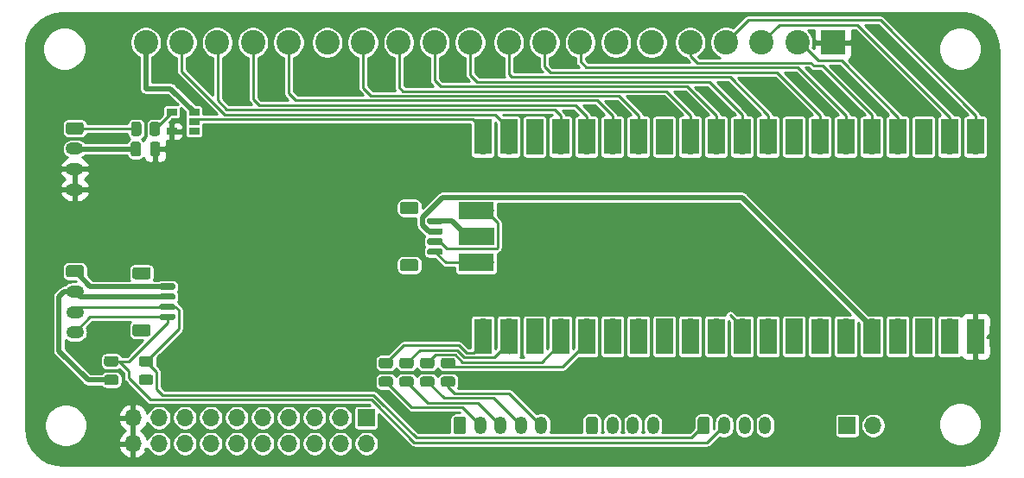
<source format=gtl>
G04 #@! TF.GenerationSoftware,KiCad,Pcbnew,(5.1.12)-1*
G04 #@! TF.CreationDate,2021-12-05T18:21:47-06:00*
G04 #@! TF.ProjectId,PicoFightingBoard,5069636f-4669-4676-9874-696e67426f61,rev?*
G04 #@! TF.SameCoordinates,Original*
G04 #@! TF.FileFunction,Copper,L1,Top*
G04 #@! TF.FilePolarity,Positive*
%FSLAX46Y46*%
G04 Gerber Fmt 4.6, Leading zero omitted, Abs format (unit mm)*
G04 Created by KiCad (PCBNEW (5.1.12)-1) date 2021-12-05 18:21:47*
%MOMM*%
%LPD*%
G01*
G04 APERTURE LIST*
G04 #@! TA.AperFunction,ComponentPad*
%ADD10O,1.750000X1.200000*%
G04 #@! TD*
G04 #@! TA.AperFunction,ComponentPad*
%ADD11C,2.400000*%
G04 #@! TD*
G04 #@! TA.AperFunction,ComponentPad*
%ADD12R,2.400000X2.400000*%
G04 #@! TD*
G04 #@! TA.AperFunction,SMDPad,CuDef*
%ADD13R,1.060000X0.650000*%
G04 #@! TD*
G04 #@! TA.AperFunction,ComponentPad*
%ADD14R,1.700000X1.700000*%
G04 #@! TD*
G04 #@! TA.AperFunction,ComponentPad*
%ADD15O,1.700000X1.700000*%
G04 #@! TD*
G04 #@! TA.AperFunction,ComponentPad*
%ADD16O,1.200000X1.750000*%
G04 #@! TD*
G04 #@! TA.AperFunction,SMDPad,CuDef*
%ADD17R,3.500000X1.700000*%
G04 #@! TD*
G04 #@! TA.AperFunction,SMDPad,CuDef*
%ADD18R,1.700000X3.500000*%
G04 #@! TD*
G04 #@! TA.AperFunction,ViaPad*
%ADD19C,0.800000*%
G04 #@! TD*
G04 #@! TA.AperFunction,Conductor*
%ADD20C,0.500000*%
G04 #@! TD*
G04 #@! TA.AperFunction,Conductor*
%ADD21C,0.250000*%
G04 #@! TD*
G04 #@! TA.AperFunction,Conductor*
%ADD22C,0.400000*%
G04 #@! TD*
G04 #@! TA.AperFunction,Conductor*
%ADD23C,0.254000*%
G04 #@! TD*
G04 #@! TA.AperFunction,Conductor*
%ADD24C,0.100000*%
G04 #@! TD*
G04 APERTURE END LIST*
G04 #@! TA.AperFunction,ComponentPad*
G36*
G01*
X107985399Y-104403600D02*
X109235401Y-104403600D01*
G75*
G02*
X109485400Y-104653599I0J-249999D01*
G01*
X109485400Y-105353601D01*
G75*
G02*
X109235401Y-105603600I-249999J0D01*
G01*
X107985399Y-105603600D01*
G75*
G02*
X107735400Y-105353601I0J249999D01*
G01*
X107735400Y-104653599D01*
G75*
G02*
X107985399Y-104403600I249999J0D01*
G01*
G37*
G04 #@! TD.AperFunction*
D10*
X108610400Y-107003600D03*
X108610400Y-109003600D03*
X108610400Y-111003600D03*
D11*
X115540000Y-82550000D03*
X119040000Y-82550000D03*
X122540000Y-82550000D03*
X126040000Y-82550000D03*
X129540000Y-82550000D03*
X133320000Y-82550000D03*
X136820000Y-82550000D03*
X140320000Y-82550000D03*
X143820000Y-82550000D03*
X147320000Y-82550000D03*
X151100000Y-82550000D03*
X154600000Y-82550000D03*
X158100000Y-82550000D03*
X161600000Y-82550000D03*
X165100000Y-82550000D03*
X168880000Y-82550000D03*
X172380000Y-82550000D03*
X175880000Y-82550000D03*
X179380000Y-82550000D03*
D12*
X182880000Y-82550000D03*
D13*
X120276800Y-91272400D03*
X120276800Y-90322400D03*
X120276800Y-89372400D03*
X118076800Y-89372400D03*
X118076800Y-91272400D03*
D14*
X137160000Y-119380000D03*
D15*
X137160000Y-121920000D03*
X134620000Y-119380000D03*
X134620000Y-121920000D03*
X132080000Y-119380000D03*
X132080000Y-121920000D03*
X129540000Y-119380000D03*
X129540000Y-121920000D03*
X127000000Y-119380000D03*
X127000000Y-121920000D03*
X124460000Y-119380000D03*
X124460000Y-121920000D03*
X121920000Y-119380000D03*
X121920000Y-121920000D03*
X119380000Y-119380000D03*
X119380000Y-121920000D03*
X116840000Y-119380000D03*
X116840000Y-121920000D03*
X114300000Y-119380000D03*
X114300000Y-121920000D03*
G04 #@! TA.AperFunction,ComponentPad*
G36*
G01*
X145704000Y-120767001D02*
X145704000Y-119516999D01*
G75*
G02*
X145953999Y-119267000I249999J0D01*
G01*
X146654001Y-119267000D01*
G75*
G02*
X146904000Y-119516999I0J-249999D01*
G01*
X146904000Y-120767001D01*
G75*
G02*
X146654001Y-121017000I-249999J0D01*
G01*
X145953999Y-121017000D01*
G75*
G02*
X145704000Y-120767001I0J249999D01*
G01*
G37*
G04 #@! TD.AperFunction*
D16*
X148304000Y-120142000D03*
X150304000Y-120142000D03*
X152304000Y-120142000D03*
X154304000Y-120142000D03*
G04 #@! TA.AperFunction,SMDPad,CuDef*
G36*
G01*
X138614998Y-113510000D02*
X139515002Y-113510000D01*
G75*
G02*
X139765000Y-113759998I0J-249998D01*
G01*
X139765000Y-114285002D01*
G75*
G02*
X139515002Y-114535000I-249998J0D01*
G01*
X138614998Y-114535000D01*
G75*
G02*
X138365000Y-114285002I0J249998D01*
G01*
X138365000Y-113759998D01*
G75*
G02*
X138614998Y-113510000I249998J0D01*
G01*
G37*
G04 #@! TD.AperFunction*
G04 #@! TA.AperFunction,SMDPad,CuDef*
G36*
G01*
X138614998Y-115335000D02*
X139515002Y-115335000D01*
G75*
G02*
X139765000Y-115584998I0J-249998D01*
G01*
X139765000Y-116110002D01*
G75*
G02*
X139515002Y-116360000I-249998J0D01*
G01*
X138614998Y-116360000D01*
G75*
G02*
X138365000Y-116110002I0J249998D01*
G01*
X138365000Y-115584998D01*
G75*
G02*
X138614998Y-115335000I249998J0D01*
G01*
G37*
G04 #@! TD.AperFunction*
G04 #@! TA.AperFunction,SMDPad,CuDef*
G36*
G01*
X140646998Y-115335000D02*
X141547002Y-115335000D01*
G75*
G02*
X141797000Y-115584998I0J-249998D01*
G01*
X141797000Y-116110002D01*
G75*
G02*
X141547002Y-116360000I-249998J0D01*
G01*
X140646998Y-116360000D01*
G75*
G02*
X140397000Y-116110002I0J249998D01*
G01*
X140397000Y-115584998D01*
G75*
G02*
X140646998Y-115335000I249998J0D01*
G01*
G37*
G04 #@! TD.AperFunction*
G04 #@! TA.AperFunction,SMDPad,CuDef*
G36*
G01*
X140646998Y-113510000D02*
X141547002Y-113510000D01*
G75*
G02*
X141797000Y-113759998I0J-249998D01*
G01*
X141797000Y-114285002D01*
G75*
G02*
X141547002Y-114535000I-249998J0D01*
G01*
X140646998Y-114535000D01*
G75*
G02*
X140397000Y-114285002I0J249998D01*
G01*
X140397000Y-113759998D01*
G75*
G02*
X140646998Y-113510000I249998J0D01*
G01*
G37*
G04 #@! TD.AperFunction*
G04 #@! TA.AperFunction,SMDPad,CuDef*
G36*
G01*
X142678998Y-113510000D02*
X143579002Y-113510000D01*
G75*
G02*
X143829000Y-113759998I0J-249998D01*
G01*
X143829000Y-114285002D01*
G75*
G02*
X143579002Y-114535000I-249998J0D01*
G01*
X142678998Y-114535000D01*
G75*
G02*
X142429000Y-114285002I0J249998D01*
G01*
X142429000Y-113759998D01*
G75*
G02*
X142678998Y-113510000I249998J0D01*
G01*
G37*
G04 #@! TD.AperFunction*
G04 #@! TA.AperFunction,SMDPad,CuDef*
G36*
G01*
X142678998Y-115335000D02*
X143579002Y-115335000D01*
G75*
G02*
X143829000Y-115584998I0J-249998D01*
G01*
X143829000Y-116110002D01*
G75*
G02*
X143579002Y-116360000I-249998J0D01*
G01*
X142678998Y-116360000D01*
G75*
G02*
X142429000Y-116110002I0J249998D01*
G01*
X142429000Y-115584998D01*
G75*
G02*
X142678998Y-115335000I249998J0D01*
G01*
G37*
G04 #@! TD.AperFunction*
G04 #@! TA.AperFunction,SMDPad,CuDef*
G36*
G01*
X144710998Y-115335000D02*
X145611002Y-115335000D01*
G75*
G02*
X145861000Y-115584998I0J-249998D01*
G01*
X145861000Y-116110002D01*
G75*
G02*
X145611002Y-116360000I-249998J0D01*
G01*
X144710998Y-116360000D01*
G75*
G02*
X144461000Y-116110002I0J249998D01*
G01*
X144461000Y-115584998D01*
G75*
G02*
X144710998Y-115335000I249998J0D01*
G01*
G37*
G04 #@! TD.AperFunction*
G04 #@! TA.AperFunction,SMDPad,CuDef*
G36*
G01*
X144710998Y-113510000D02*
X145611002Y-113510000D01*
G75*
G02*
X145861000Y-113759998I0J-249998D01*
G01*
X145861000Y-114285002D01*
G75*
G02*
X145611002Y-114535000I-249998J0D01*
G01*
X144710998Y-114535000D01*
G75*
G02*
X144461000Y-114285002I0J249998D01*
G01*
X144461000Y-113759998D01*
G75*
G02*
X144710998Y-113510000I249998J0D01*
G01*
G37*
G04 #@! TD.AperFunction*
D15*
X148820000Y-104140000D03*
D17*
X147920000Y-104140000D03*
D14*
X148820000Y-101600000D03*
D17*
X147920000Y-101600000D03*
D15*
X148820000Y-99060000D03*
D17*
X147920000Y-99060000D03*
D18*
X148590000Y-111390000D03*
X151130000Y-111390000D03*
X153670000Y-111390000D03*
X156210000Y-111390000D03*
X158750000Y-111390000D03*
X161290000Y-111390000D03*
X163830000Y-111390000D03*
X166370000Y-111390000D03*
X168910000Y-111390000D03*
X171450000Y-111390000D03*
X173990000Y-111390000D03*
X176530000Y-111390000D03*
X179070000Y-111390000D03*
X181610000Y-111390000D03*
X184150000Y-111390000D03*
X186690000Y-111390000D03*
X189230000Y-111390000D03*
X191770000Y-111390000D03*
X194310000Y-111390000D03*
X196850000Y-111390000D03*
X148590000Y-91810000D03*
X151130000Y-91810000D03*
X153670000Y-91810000D03*
X156210000Y-91810000D03*
X158750000Y-91810000D03*
X161290000Y-91810000D03*
X163830000Y-91810000D03*
X166370000Y-91810000D03*
X168910000Y-91810000D03*
X171450000Y-91810000D03*
X173990000Y-91810000D03*
X176530000Y-91810000D03*
X179070000Y-91810000D03*
X181610000Y-91810000D03*
X184150000Y-91810000D03*
X186690000Y-91810000D03*
X189230000Y-91810000D03*
X191770000Y-91810000D03*
X194310000Y-91810000D03*
X196850000Y-91810000D03*
D15*
X196850000Y-110490000D03*
X194310000Y-110490000D03*
D14*
X191770000Y-110490000D03*
D15*
X189230000Y-110490000D03*
X186690000Y-110490000D03*
X184150000Y-110490000D03*
X181610000Y-110490000D03*
D14*
X179070000Y-110490000D03*
D15*
X176530000Y-110490000D03*
X173990000Y-110490000D03*
X171450000Y-110490000D03*
X168910000Y-110490000D03*
D14*
X166370000Y-110490000D03*
D15*
X163830000Y-110490000D03*
X161290000Y-110490000D03*
X158750000Y-110490000D03*
X156210000Y-110490000D03*
D14*
X153670000Y-110490000D03*
D15*
X151130000Y-110490000D03*
X148590000Y-110490000D03*
X148590000Y-92710000D03*
X151130000Y-92710000D03*
D14*
X153670000Y-92710000D03*
D15*
X156210000Y-92710000D03*
X158750000Y-92710000D03*
X161290000Y-92710000D03*
X163830000Y-92710000D03*
D14*
X166370000Y-92710000D03*
D15*
X168910000Y-92710000D03*
X171450000Y-92710000D03*
X173990000Y-92710000D03*
X176530000Y-92710000D03*
D14*
X179070000Y-92710000D03*
D15*
X181610000Y-92710000D03*
X184150000Y-92710000D03*
X186690000Y-92710000D03*
X189230000Y-92710000D03*
D14*
X191770000Y-92710000D03*
D15*
X194310000Y-92710000D03*
X196850000Y-92710000D03*
G04 #@! TA.AperFunction,ComponentPad*
G36*
G01*
X158658000Y-120717000D02*
X158658000Y-119567000D01*
G75*
G02*
X158958000Y-119267000I300000J0D01*
G01*
X159558000Y-119267000D01*
G75*
G02*
X159858000Y-119567000I0J-300000D01*
G01*
X159858000Y-120717000D01*
G75*
G02*
X159558000Y-121017000I-300000J0D01*
G01*
X158958000Y-121017000D01*
G75*
G02*
X158658000Y-120717000I0J300000D01*
G01*
G37*
G04 #@! TD.AperFunction*
D16*
X161258000Y-120142000D03*
X163258000Y-120142000D03*
X165258000Y-120142000D03*
G04 #@! TA.AperFunction,SMDPad,CuDef*
G36*
G01*
X115782001Y-105800800D02*
X114481999Y-105800800D01*
G75*
G02*
X114232000Y-105550801I0J249999D01*
G01*
X114232000Y-104850799D01*
G75*
G02*
X114481999Y-104600800I249999J0D01*
G01*
X115782001Y-104600800D01*
G75*
G02*
X116032000Y-104850799I0J-249999D01*
G01*
X116032000Y-105550801D01*
G75*
G02*
X115782001Y-105800800I-249999J0D01*
G01*
G37*
G04 #@! TD.AperFunction*
G04 #@! TA.AperFunction,SMDPad,CuDef*
G36*
G01*
X115782001Y-111400800D02*
X114481999Y-111400800D01*
G75*
G02*
X114232000Y-111150801I0J249999D01*
G01*
X114232000Y-110450799D01*
G75*
G02*
X114481999Y-110200800I249999J0D01*
G01*
X115782001Y-110200800D01*
G75*
G02*
X116032000Y-110450799I0J-249999D01*
G01*
X116032000Y-111150801D01*
G75*
G02*
X115782001Y-111400800I-249999J0D01*
G01*
G37*
G04 #@! TD.AperFunction*
G04 #@! TA.AperFunction,SMDPad,CuDef*
G36*
G01*
X118282000Y-106800800D02*
X117032000Y-106800800D01*
G75*
G02*
X116882000Y-106650800I0J150000D01*
G01*
X116882000Y-106350800D01*
G75*
G02*
X117032000Y-106200800I150000J0D01*
G01*
X118282000Y-106200800D01*
G75*
G02*
X118432000Y-106350800I0J-150000D01*
G01*
X118432000Y-106650800D01*
G75*
G02*
X118282000Y-106800800I-150000J0D01*
G01*
G37*
G04 #@! TD.AperFunction*
G04 #@! TA.AperFunction,SMDPad,CuDef*
G36*
G01*
X118282000Y-107800800D02*
X117032000Y-107800800D01*
G75*
G02*
X116882000Y-107650800I0J150000D01*
G01*
X116882000Y-107350800D01*
G75*
G02*
X117032000Y-107200800I150000J0D01*
G01*
X118282000Y-107200800D01*
G75*
G02*
X118432000Y-107350800I0J-150000D01*
G01*
X118432000Y-107650800D01*
G75*
G02*
X118282000Y-107800800I-150000J0D01*
G01*
G37*
G04 #@! TD.AperFunction*
G04 #@! TA.AperFunction,SMDPad,CuDef*
G36*
G01*
X118282000Y-108800800D02*
X117032000Y-108800800D01*
G75*
G02*
X116882000Y-108650800I0J150000D01*
G01*
X116882000Y-108350800D01*
G75*
G02*
X117032000Y-108200800I150000J0D01*
G01*
X118282000Y-108200800D01*
G75*
G02*
X118432000Y-108350800I0J-150000D01*
G01*
X118432000Y-108650800D01*
G75*
G02*
X118282000Y-108800800I-150000J0D01*
G01*
G37*
G04 #@! TD.AperFunction*
G04 #@! TA.AperFunction,SMDPad,CuDef*
G36*
G01*
X118282000Y-109800800D02*
X117032000Y-109800800D01*
G75*
G02*
X116882000Y-109650800I0J150000D01*
G01*
X116882000Y-109350800D01*
G75*
G02*
X117032000Y-109200800I150000J0D01*
G01*
X118282000Y-109200800D01*
G75*
G02*
X118432000Y-109350800I0J-150000D01*
G01*
X118432000Y-109650800D01*
G75*
G02*
X118282000Y-109800800I-150000J0D01*
G01*
G37*
G04 #@! TD.AperFunction*
G04 #@! TA.AperFunction,SMDPad,CuDef*
G36*
G01*
X116944200Y-90583598D02*
X116944200Y-91483602D01*
G75*
G02*
X116694202Y-91733600I-249998J0D01*
G01*
X116169198Y-91733600D01*
G75*
G02*
X115919200Y-91483602I0J249998D01*
G01*
X115919200Y-90583598D01*
G75*
G02*
X116169198Y-90333600I249998J0D01*
G01*
X116694202Y-90333600D01*
G75*
G02*
X116944200Y-90583598I0J-249998D01*
G01*
G37*
G04 #@! TD.AperFunction*
G04 #@! TA.AperFunction,SMDPad,CuDef*
G36*
G01*
X115119200Y-90583598D02*
X115119200Y-91483602D01*
G75*
G02*
X114869202Y-91733600I-249998J0D01*
G01*
X114344198Y-91733600D01*
G75*
G02*
X114094200Y-91483602I0J249998D01*
G01*
X114094200Y-90583598D01*
G75*
G02*
X114344198Y-90333600I249998J0D01*
G01*
X114869202Y-90333600D01*
G75*
G02*
X115119200Y-90583598I0J-249998D01*
G01*
G37*
G04 #@! TD.AperFunction*
D14*
X184277000Y-120142000D03*
D15*
X186817000Y-120142000D03*
G04 #@! TA.AperFunction,ComponentPad*
G36*
G01*
X169612000Y-120717000D02*
X169612000Y-119567000D01*
G75*
G02*
X169912000Y-119267000I300000J0D01*
G01*
X170512000Y-119267000D01*
G75*
G02*
X170812000Y-119567000I0J-300000D01*
G01*
X170812000Y-120717000D01*
G75*
G02*
X170512000Y-121017000I-300000J0D01*
G01*
X169912000Y-121017000D01*
G75*
G02*
X169612000Y-120717000I0J300000D01*
G01*
G37*
G04 #@! TD.AperFunction*
D16*
X172212000Y-120142000D03*
X174212000Y-120142000D03*
X176212000Y-120142000D03*
G04 #@! TA.AperFunction,ComponentPad*
G36*
G01*
X107959999Y-90382800D02*
X109210001Y-90382800D01*
G75*
G02*
X109460000Y-90632799I0J-249999D01*
G01*
X109460000Y-91332801D01*
G75*
G02*
X109210001Y-91582800I-249999J0D01*
G01*
X107959999Y-91582800D01*
G75*
G02*
X107710000Y-91332801I0J249999D01*
G01*
X107710000Y-90632799D01*
G75*
G02*
X107959999Y-90382800I249999J0D01*
G01*
G37*
G04 #@! TD.AperFunction*
D10*
X108585000Y-92982800D03*
X108585000Y-94982800D03*
X108585000Y-96982800D03*
G04 #@! TA.AperFunction,SMDPad,CuDef*
G36*
G01*
X144507500Y-103400000D02*
X143257500Y-103400000D01*
G75*
G02*
X143107500Y-103250000I0J150000D01*
G01*
X143107500Y-102950000D01*
G75*
G02*
X143257500Y-102800000I150000J0D01*
G01*
X144507500Y-102800000D01*
G75*
G02*
X144657500Y-102950000I0J-150000D01*
G01*
X144657500Y-103250000D01*
G75*
G02*
X144507500Y-103400000I-150000J0D01*
G01*
G37*
G04 #@! TD.AperFunction*
G04 #@! TA.AperFunction,SMDPad,CuDef*
G36*
G01*
X144507500Y-102400000D02*
X143257500Y-102400000D01*
G75*
G02*
X143107500Y-102250000I0J150000D01*
G01*
X143107500Y-101950000D01*
G75*
G02*
X143257500Y-101800000I150000J0D01*
G01*
X144507500Y-101800000D01*
G75*
G02*
X144657500Y-101950000I0J-150000D01*
G01*
X144657500Y-102250000D01*
G75*
G02*
X144507500Y-102400000I-150000J0D01*
G01*
G37*
G04 #@! TD.AperFunction*
G04 #@! TA.AperFunction,SMDPad,CuDef*
G36*
G01*
X144507500Y-101400000D02*
X143257500Y-101400000D01*
G75*
G02*
X143107500Y-101250000I0J150000D01*
G01*
X143107500Y-100950000D01*
G75*
G02*
X143257500Y-100800000I150000J0D01*
G01*
X144507500Y-100800000D01*
G75*
G02*
X144657500Y-100950000I0J-150000D01*
G01*
X144657500Y-101250000D01*
G75*
G02*
X144507500Y-101400000I-150000J0D01*
G01*
G37*
G04 #@! TD.AperFunction*
G04 #@! TA.AperFunction,SMDPad,CuDef*
G36*
G01*
X144507500Y-100400000D02*
X143257500Y-100400000D01*
G75*
G02*
X143107500Y-100250000I0J150000D01*
G01*
X143107500Y-99950000D01*
G75*
G02*
X143257500Y-99800000I150000J0D01*
G01*
X144507500Y-99800000D01*
G75*
G02*
X144657500Y-99950000I0J-150000D01*
G01*
X144657500Y-100250000D01*
G75*
G02*
X144507500Y-100400000I-150000J0D01*
G01*
G37*
G04 #@! TD.AperFunction*
G04 #@! TA.AperFunction,SMDPad,CuDef*
G36*
G01*
X142007501Y-105000000D02*
X140707499Y-105000000D01*
G75*
G02*
X140457500Y-104750001I0J249999D01*
G01*
X140457500Y-104049999D01*
G75*
G02*
X140707499Y-103800000I249999J0D01*
G01*
X142007501Y-103800000D01*
G75*
G02*
X142257500Y-104049999I0J-249999D01*
G01*
X142257500Y-104750001D01*
G75*
G02*
X142007501Y-105000000I-249999J0D01*
G01*
G37*
G04 #@! TD.AperFunction*
G04 #@! TA.AperFunction,SMDPad,CuDef*
G36*
G01*
X142007501Y-99400000D02*
X140707499Y-99400000D01*
G75*
G02*
X140457500Y-99150001I0J249999D01*
G01*
X140457500Y-98449999D01*
G75*
G02*
X140707499Y-98200000I249999J0D01*
G01*
X142007501Y-98200000D01*
G75*
G02*
X142257500Y-98449999I0J-249999D01*
G01*
X142257500Y-99150001D01*
G75*
G02*
X142007501Y-99400000I-249999J0D01*
G01*
G37*
G04 #@! TD.AperFunction*
G04 #@! TA.AperFunction,SMDPad,CuDef*
G36*
G01*
X114069200Y-93489800D02*
X114069200Y-92539800D01*
G75*
G02*
X114319200Y-92289800I250000J0D01*
G01*
X114819200Y-92289800D01*
G75*
G02*
X115069200Y-92539800I0J-250000D01*
G01*
X115069200Y-93489800D01*
G75*
G02*
X114819200Y-93739800I-250000J0D01*
G01*
X114319200Y-93739800D01*
G75*
G02*
X114069200Y-93489800I0J250000D01*
G01*
G37*
G04 #@! TD.AperFunction*
G04 #@! TA.AperFunction,SMDPad,CuDef*
G36*
G01*
X115969200Y-93489800D02*
X115969200Y-92539800D01*
G75*
G02*
X116219200Y-92289800I250000J0D01*
G01*
X116719200Y-92289800D01*
G75*
G02*
X116969200Y-92539800I0J-250000D01*
G01*
X116969200Y-93489800D01*
G75*
G02*
X116719200Y-93739800I-250000J0D01*
G01*
X116219200Y-93739800D01*
G75*
G02*
X115969200Y-93489800I0J250000D01*
G01*
G37*
G04 #@! TD.AperFunction*
G04 #@! TA.AperFunction,SMDPad,CuDef*
G36*
G01*
X112616401Y-114357200D02*
X111716399Y-114357200D01*
G75*
G02*
X111466400Y-114107201I0J249999D01*
G01*
X111466400Y-113582199D01*
G75*
G02*
X111716399Y-113332200I249999J0D01*
G01*
X112616401Y-113332200D01*
G75*
G02*
X112866400Y-113582199I0J-249999D01*
G01*
X112866400Y-114107201D01*
G75*
G02*
X112616401Y-114357200I-249999J0D01*
G01*
G37*
G04 #@! TD.AperFunction*
G04 #@! TA.AperFunction,SMDPad,CuDef*
G36*
G01*
X112616401Y-116182200D02*
X111716399Y-116182200D01*
G75*
G02*
X111466400Y-115932201I0J249999D01*
G01*
X111466400Y-115407199D01*
G75*
G02*
X111716399Y-115157200I249999J0D01*
G01*
X112616401Y-115157200D01*
G75*
G02*
X112866400Y-115407199I0J-249999D01*
G01*
X112866400Y-115932201D01*
G75*
G02*
X112616401Y-116182200I-249999J0D01*
G01*
G37*
G04 #@! TD.AperFunction*
G04 #@! TA.AperFunction,SMDPad,CuDef*
G36*
G01*
X116020001Y-114357200D02*
X115119999Y-114357200D01*
G75*
G02*
X114870000Y-114107201I0J249999D01*
G01*
X114870000Y-113582199D01*
G75*
G02*
X115119999Y-113332200I249999J0D01*
G01*
X116020001Y-113332200D01*
G75*
G02*
X116270000Y-113582199I0J-249999D01*
G01*
X116270000Y-114107201D01*
G75*
G02*
X116020001Y-114357200I-249999J0D01*
G01*
G37*
G04 #@! TD.AperFunction*
G04 #@! TA.AperFunction,SMDPad,CuDef*
G36*
G01*
X116020001Y-116182200D02*
X115119999Y-116182200D01*
G75*
G02*
X114870000Y-115932201I0J249999D01*
G01*
X114870000Y-115407199D01*
G75*
G02*
X115119999Y-115157200I249999J0D01*
G01*
X116020001Y-115157200D01*
G75*
G02*
X116270000Y-115407199I0J-249999D01*
G01*
X116270000Y-115932201D01*
G75*
G02*
X116020001Y-116182200I-249999J0D01*
G01*
G37*
G04 #@! TD.AperFunction*
D19*
X115519200Y-115671600D03*
D20*
X115540000Y-82550000D02*
X115540000Y-87074000D01*
X147049998Y-101600000D02*
X145549998Y-100100000D01*
X145549998Y-100100000D02*
X143882500Y-100100000D01*
X148820000Y-101600000D02*
X147049998Y-101600000D01*
D21*
X108839000Y-92710000D02*
X108585000Y-92964000D01*
D20*
X117630200Y-106527600D02*
X117657000Y-106500800D01*
X110107600Y-106500800D02*
X117657000Y-106500800D01*
X108610400Y-105003600D02*
X110107600Y-106500800D01*
X117978400Y-87074000D02*
X120276800Y-89372400D01*
X115540000Y-87074000D02*
X117978400Y-87074000D01*
X108617000Y-93014800D02*
X108585000Y-92982800D01*
X114569200Y-93014800D02*
X108617000Y-93014800D01*
D22*
X116239999Y-123170001D02*
X115570000Y-122500002D01*
X196850000Y-110490000D02*
X196850000Y-112170002D01*
D21*
X194310000Y-92710000D02*
X194310000Y-91164998D01*
X194310000Y-92710000D02*
X194310000Y-90322400D01*
X177607200Y-80822800D02*
X175880000Y-82550000D01*
X185267600Y-80822800D02*
X177607200Y-80822800D01*
X194310000Y-89865200D02*
X185267600Y-80822800D01*
X194310000Y-92710000D02*
X194310000Y-89865200D01*
X189230000Y-90830400D02*
X189230000Y-92710000D01*
X179410000Y-82550000D02*
X179628800Y-82550000D01*
X179706410Y-82550000D02*
X181484410Y-84328000D01*
X179380000Y-82550000D02*
X179706410Y-82550000D01*
X181484410Y-84328000D02*
X183692800Y-84328000D01*
X189230000Y-89865200D02*
X189230000Y-92710000D01*
X183692800Y-84328000D02*
X189230000Y-89865200D01*
X186690000Y-90932000D02*
X186690000Y-92710000D01*
X168910000Y-82550000D02*
X168910000Y-83877998D01*
X168910000Y-83877998D02*
X169563202Y-84531200D01*
X169563202Y-84531200D02*
X180289200Y-84531200D01*
X186690000Y-92710000D02*
X186690000Y-89662000D01*
X186690000Y-89662000D02*
X181864000Y-84836000D01*
X181864000Y-84836000D02*
X181000400Y-84836000D01*
X181000400Y-84836000D02*
X180695600Y-84531200D01*
X180289200Y-84531200D02*
X180695600Y-84531200D01*
X196850000Y-90982800D02*
X196850000Y-92710000D01*
X196850000Y-92710000D02*
X196850000Y-91164998D01*
X174557210Y-80372790D02*
X172380000Y-82550000D01*
X187509990Y-80372790D02*
X174557210Y-80372790D01*
X196850000Y-89712800D02*
X187509990Y-80372790D01*
X196850000Y-92710000D02*
X196850000Y-89712800D01*
X181610000Y-90932000D02*
X181610000Y-92710000D01*
X154630000Y-84939598D02*
X154630000Y-82550000D01*
X177393600Y-85496400D02*
X155186802Y-85496400D01*
X155186802Y-85496400D02*
X154630000Y-84939598D01*
X181610000Y-89712800D02*
X177393600Y-85496400D01*
X181610000Y-92710000D02*
X181610000Y-89712800D01*
X184150000Y-90932000D02*
X184150000Y-92710000D01*
X158130000Y-84426398D02*
X158130000Y-82550000D01*
X158692002Y-84988400D02*
X158130000Y-84426398D01*
X179425600Y-84988400D02*
X158692002Y-84988400D01*
X184150000Y-89712800D02*
X179425600Y-84988400D01*
X184150000Y-92710000D02*
X184150000Y-89712800D01*
X176530000Y-90932000D02*
X176530000Y-92710000D01*
X151130000Y-85655998D02*
X151130000Y-82550000D01*
X151427602Y-85953600D02*
X151130000Y-85655998D01*
X176530000Y-89712800D02*
X172770800Y-85953600D01*
X172770800Y-85953600D02*
X151427602Y-85953600D01*
X176530000Y-92710000D02*
X176530000Y-89712800D01*
X173990000Y-90881200D02*
X173990000Y-92710000D01*
X148024002Y-86410800D02*
X147350000Y-85736798D01*
X170738800Y-86410800D02*
X148024002Y-86410800D01*
X173990000Y-89662000D02*
X170738800Y-86410800D01*
X147350000Y-85736798D02*
X147350000Y-82550000D01*
X173990000Y-92710000D02*
X173990000Y-89662000D01*
X171450000Y-90932000D02*
X171450000Y-92710000D01*
X144424400Y-86868000D02*
X143850000Y-86293600D01*
X168605200Y-86868000D02*
X144424400Y-86868000D01*
X143850000Y-86293600D02*
X143850000Y-82550000D01*
X171450000Y-89712800D02*
X168605200Y-86868000D01*
X171450000Y-92710000D02*
X171450000Y-89712800D01*
X140350000Y-82550000D02*
X140350000Y-86915598D01*
X140350000Y-86915598D02*
X140759602Y-87325200D01*
X168910000Y-90881200D02*
X168910000Y-92710000D01*
X168910000Y-92710000D02*
X168910000Y-89712800D01*
X166522400Y-87325200D02*
X165252400Y-87325200D01*
X168910000Y-89712800D02*
X166522400Y-87325200D01*
X165252400Y-87325200D02*
X165354000Y-87325200D01*
X140759602Y-87325200D02*
X165252400Y-87325200D01*
X163830000Y-90830400D02*
X163830000Y-92710000D01*
X136850000Y-87022398D02*
X136850000Y-82550000D01*
X137610002Y-87782400D02*
X136850000Y-87022398D01*
X161899600Y-87782400D02*
X137610002Y-87782400D01*
X163830000Y-89712800D02*
X161899600Y-87782400D01*
X163830000Y-92710000D02*
X163830000Y-89712800D01*
X129570000Y-82550000D02*
X129570000Y-87558400D01*
X129570000Y-87558400D02*
X130251200Y-88239600D01*
X161290000Y-90881200D02*
X161290000Y-92710000D01*
X161290000Y-92710000D02*
X161290000Y-89763600D01*
X161290000Y-89763600D02*
X159766000Y-88239600D01*
X158546800Y-88239600D02*
X158648400Y-88239600D01*
X159766000Y-88239600D02*
X158546800Y-88239600D01*
X130251200Y-88239600D02*
X158546800Y-88239600D01*
X158750000Y-90830400D02*
X158750000Y-92710000D01*
X158750000Y-89814400D02*
X158750000Y-92710000D01*
X126637202Y-88696800D02*
X157632400Y-88696800D01*
X157632400Y-88696800D02*
X158750000Y-89814400D01*
X126070000Y-88129598D02*
X126637202Y-88696800D01*
X126070000Y-82550000D02*
X126070000Y-88129598D01*
X156210000Y-90881200D02*
X156210000Y-92710000D01*
X156210000Y-89763600D02*
X156210000Y-92710000D01*
X123470798Y-89154000D02*
X155600400Y-89154000D01*
X155600400Y-89154000D02*
X156210000Y-89763600D01*
X122570000Y-88253202D02*
X123470798Y-89154000D01*
X122570000Y-82550000D02*
X122570000Y-88253202D01*
X119070000Y-82550000D02*
X119070000Y-85389600D01*
X149758400Y-89611200D02*
X151130000Y-90982800D01*
X123291600Y-89611200D02*
X149758400Y-89611200D01*
X119070000Y-85389600D02*
X123291600Y-89611200D01*
X151130000Y-90982800D02*
X151130000Y-92710000D01*
D20*
X186690000Y-110490000D02*
X186690000Y-112260002D01*
X143258956Y-101100000D02*
X143882500Y-101100000D01*
X142657490Y-99701466D02*
X142657490Y-100498534D01*
X144598957Y-97759999D02*
X142657490Y-99701466D01*
X142657490Y-100498534D02*
X143258956Y-101100000D01*
X173959999Y-97759999D02*
X144598957Y-97759999D01*
X186690000Y-110490000D02*
X173959999Y-97759999D01*
X109107600Y-107500800D02*
X117657000Y-107500800D01*
X108610400Y-107003600D02*
X109107600Y-107500800D01*
X111466400Y-115669700D02*
X112166400Y-115669700D01*
X108610400Y-107003600D02*
X107524800Y-107003600D01*
X107524800Y-107003600D02*
X107035600Y-107492800D01*
X107035600Y-107492800D02*
X107035600Y-112826800D01*
X109878500Y-115669700D02*
X111466400Y-115669700D01*
X107035600Y-112826800D02*
X109878500Y-115669700D01*
X146304000Y-120396000D02*
X145933000Y-120767000D01*
X146304000Y-120142000D02*
X146304000Y-120396000D01*
D21*
X168910000Y-112035002D02*
X168910000Y-110490000D01*
X173990000Y-110490000D02*
X172814999Y-109314999D01*
X117210232Y-108500800D02*
X117657000Y-108500800D01*
X169011990Y-121342010D02*
X170212000Y-120142000D01*
X138456401Y-117754989D02*
X142043422Y-121342010D01*
X142043422Y-121342010D02*
X169011990Y-121342010D01*
X115570000Y-113844700D02*
X115570000Y-114144010D01*
X118432000Y-108500800D02*
X117657000Y-108500800D01*
X118757010Y-108825810D02*
X118432000Y-108500800D01*
X118757010Y-110657690D02*
X118757010Y-108825810D01*
X115570000Y-113844700D02*
X118757010Y-110657690D01*
X109113200Y-108500800D02*
X108610400Y-109003600D01*
X117657000Y-108500800D02*
X109113200Y-108500800D01*
X138456401Y-117753991D02*
X137847210Y-117144800D01*
X138456401Y-117754989D02*
X138456401Y-117753991D01*
X124256800Y-117144800D02*
X124249610Y-117151990D01*
X137847210Y-117144800D02*
X124256800Y-117144800D01*
X124249610Y-117151990D02*
X117202790Y-117151990D01*
X116595010Y-116544210D02*
X116595010Y-114918610D01*
X117202790Y-117151990D02*
X116595010Y-116544210D01*
X115570000Y-113893600D02*
X115570000Y-113844700D01*
X116595010Y-114918610D02*
X115570000Y-113893600D01*
X176530000Y-112035002D02*
X176530000Y-110490000D01*
X117609810Y-109453610D02*
X117657000Y-109500800D01*
X112166400Y-114144010D02*
X112166400Y-113844700D01*
X110113200Y-109500800D02*
X117657000Y-109500800D01*
X108610400Y-111003600D02*
X110113200Y-109500800D01*
X117657000Y-110088990D02*
X117657000Y-109500800D01*
X113901290Y-113844700D02*
X117657000Y-110088990D01*
X112166400Y-113844700D02*
X113901290Y-113844700D01*
X112930300Y-113844700D02*
X112166400Y-113844700D01*
X137668000Y-117602000D02*
X115976610Y-117602000D01*
X113842800Y-114757200D02*
X112930300Y-113844700D01*
X141857021Y-121792019D02*
X138006392Y-117941390D01*
X113842800Y-115468190D02*
X113842800Y-114757200D01*
X138006392Y-117940392D02*
X137668000Y-117602000D01*
X138006392Y-117941390D02*
X138006392Y-117940392D01*
X170561981Y-121792019D02*
X141857021Y-121792019D01*
X115976610Y-117602000D02*
X113842800Y-115468190D01*
X172212000Y-120142000D02*
X170561981Y-121792019D01*
X148285200Y-120123200D02*
X148304000Y-120142000D01*
X148336000Y-120110000D02*
X148304000Y-120142000D01*
X139065000Y-115847500D02*
X141581500Y-118364000D01*
X146526000Y-118364000D02*
X148304000Y-120142000D01*
X141581500Y-118364000D02*
X146526000Y-118364000D01*
X148066000Y-111014000D02*
X148590000Y-110490000D01*
X147828000Y-110490000D02*
X148590000Y-110490000D01*
X146221980Y-112284970D02*
X140802530Y-112284970D01*
X146952001Y-113014991D02*
X146221980Y-112284970D01*
X147690609Y-113014991D02*
X146952001Y-113014991D01*
X148590000Y-112115600D02*
X147690609Y-113014991D01*
X140802530Y-112284970D02*
X139065000Y-114022500D01*
X148590000Y-110490000D02*
X148590000Y-112115600D01*
X150317200Y-120128800D02*
X150304000Y-120142000D01*
X150368000Y-120078000D02*
X150304000Y-120142000D01*
X141038009Y-115756989D02*
X141029990Y-115756989D01*
X141038009Y-115756989D02*
X141038008Y-115756990D01*
X148075990Y-117913990D02*
X150304000Y-120142000D01*
X143163490Y-117913990D02*
X148075990Y-117913990D01*
X151130000Y-113030000D02*
X151130000Y-110490000D01*
X141097000Y-115847500D02*
X143163490Y-117913990D01*
X142384520Y-112734980D02*
X141097000Y-114022500D01*
X146035580Y-112734980D02*
X142384520Y-112734980D01*
X146765601Y-113465001D02*
X146035580Y-112734980D01*
X149700001Y-113465001D02*
X146765601Y-113465001D01*
X151130000Y-112035002D02*
X149700001Y-113465001D01*
X151130000Y-110490000D02*
X151130000Y-112035002D01*
X152349200Y-120096800D02*
X152304000Y-120142000D01*
X152400000Y-120046000D02*
X152304000Y-120142000D01*
X149625980Y-117463980D02*
X152304000Y-120142000D01*
X144745480Y-117463980D02*
X149625980Y-117463980D01*
X143129000Y-115847500D02*
X144745480Y-117463980D01*
D20*
X156210000Y-110490000D02*
X156210000Y-112369600D01*
D21*
X156210000Y-112066700D02*
X156210000Y-110490000D01*
X156210000Y-110490000D02*
X156210000Y-112268000D01*
X143966510Y-113184990D02*
X143129000Y-114022500D01*
X145849180Y-113184990D02*
X143966510Y-113184990D01*
X146579200Y-113915010D02*
X145849180Y-113184990D01*
X154329991Y-113915011D02*
X146579200Y-113915010D01*
X156210000Y-112035002D02*
X154329991Y-113915011D01*
X156210000Y-110490000D02*
X156210000Y-112035002D01*
X154381200Y-120064800D02*
X154304000Y-120142000D01*
X154305000Y-120141000D02*
X154304000Y-120142000D01*
D20*
X158750000Y-110490000D02*
X158750000Y-112471200D01*
D21*
X158750000Y-112258700D02*
X158750000Y-110490000D01*
X158750000Y-112035002D02*
X156419983Y-114365019D01*
X158750000Y-110490000D02*
X158750000Y-112035002D01*
X151175970Y-117013970D02*
X154304000Y-120142000D01*
X145161000Y-116360000D02*
X145814970Y-117013970D01*
X145814970Y-117013970D02*
X151175970Y-117013970D01*
X145366100Y-114022500D02*
X145708619Y-114365019D01*
X145161000Y-114022500D02*
X145366100Y-114022500D01*
X156419983Y-114365019D02*
X145708619Y-114365019D01*
X145161000Y-115847500D02*
X145161000Y-116360000D01*
X120606390Y-90061210D02*
X147592210Y-90061210D01*
X120345200Y-90322400D02*
X120606390Y-90061210D01*
X148590000Y-91059000D02*
X148590000Y-92710000D01*
X147592210Y-90061210D02*
X148590000Y-91059000D01*
X120276800Y-90322400D02*
X120345200Y-90322400D01*
X118076800Y-89439300D02*
X116431700Y-91084400D01*
X118076800Y-89372400D02*
X118076800Y-89439300D01*
X108635800Y-91033600D02*
X108585000Y-90982800D01*
X114606700Y-91033600D02*
X108635800Y-91033600D01*
X144922500Y-104140000D02*
X143882500Y-103100000D01*
X148820000Y-104140000D02*
X144922500Y-104140000D01*
X149930001Y-102775001D02*
X145004269Y-102775001D01*
X144329268Y-102100000D02*
X143882500Y-102100000D01*
X149995001Y-102710001D02*
X149930001Y-102775001D01*
X145004269Y-102775001D02*
X144329268Y-102100000D01*
X149995001Y-100235001D02*
X149995001Y-102710001D01*
X148820000Y-99060000D02*
X149995001Y-100235001D01*
D23*
X196387485Y-79769190D02*
X197057823Y-80018171D01*
X197667037Y-80392615D01*
X198191913Y-80878253D01*
X198612470Y-81456597D01*
X198912680Y-82105607D01*
X199081114Y-82800574D01*
X199112166Y-83534219D01*
X199111000Y-83546060D01*
X199111001Y-120376137D01*
X199039425Y-121106128D01*
X198833189Y-121789212D01*
X198498203Y-122419230D01*
X198047228Y-122972180D01*
X197497439Y-123427006D01*
X196869780Y-123766380D01*
X196188151Y-123977379D01*
X195459392Y-124053975D01*
X195452156Y-124054000D01*
X107461853Y-124054000D01*
X106731872Y-123982425D01*
X106048788Y-123776189D01*
X105418770Y-123441203D01*
X104865820Y-122990228D01*
X104410994Y-122440439D01*
X104322564Y-122276891D01*
X112858519Y-122276891D01*
X112955843Y-122551252D01*
X113104822Y-122801355D01*
X113299731Y-123017588D01*
X113533080Y-123191641D01*
X113795901Y-123316825D01*
X113943110Y-123361476D01*
X114173000Y-123240155D01*
X114173000Y-122047000D01*
X112979186Y-122047000D01*
X112858519Y-122276891D01*
X104322564Y-122276891D01*
X104071620Y-121812780D01*
X103860621Y-121131151D01*
X103784025Y-120402392D01*
X103784000Y-120395156D01*
X103784000Y-119932115D01*
X105565000Y-119932115D01*
X105565000Y-120351885D01*
X105646893Y-120763590D01*
X105807532Y-121151407D01*
X106040744Y-121500433D01*
X106337567Y-121797256D01*
X106686593Y-122030468D01*
X107074410Y-122191107D01*
X107486115Y-122273000D01*
X107905885Y-122273000D01*
X108317590Y-122191107D01*
X108705407Y-122030468D01*
X109054433Y-121797256D01*
X109351256Y-121500433D01*
X109584468Y-121151407D01*
X109745107Y-120763590D01*
X109827000Y-120351885D01*
X109827000Y-119932115D01*
X109788168Y-119736891D01*
X112858519Y-119736891D01*
X112955843Y-120011252D01*
X113104822Y-120261355D01*
X113299731Y-120477588D01*
X113530880Y-120650000D01*
X113299731Y-120822412D01*
X113104822Y-121038645D01*
X112955843Y-121288748D01*
X112858519Y-121563109D01*
X112979186Y-121793000D01*
X114173000Y-121793000D01*
X114173000Y-119507000D01*
X112979186Y-119507000D01*
X112858519Y-119736891D01*
X109788168Y-119736891D01*
X109745107Y-119520410D01*
X109584468Y-119132593D01*
X109511314Y-119023109D01*
X112858519Y-119023109D01*
X112979186Y-119253000D01*
X114173000Y-119253000D01*
X114173000Y-118059845D01*
X114427000Y-118059845D01*
X114427000Y-119253000D01*
X114447000Y-119253000D01*
X114447000Y-119507000D01*
X114427000Y-119507000D01*
X114427000Y-121793000D01*
X114447000Y-121793000D01*
X114447000Y-122047000D01*
X114427000Y-122047000D01*
X114427000Y-123240155D01*
X114656890Y-123361476D01*
X114804099Y-123316825D01*
X115066920Y-123191641D01*
X115300269Y-123017588D01*
X115495178Y-122801355D01*
X115644157Y-122551252D01*
X115701772Y-122388832D01*
X115749102Y-122503097D01*
X115883820Y-122704717D01*
X116055283Y-122876180D01*
X116256903Y-123010898D01*
X116480931Y-123103693D01*
X116718757Y-123151000D01*
X116961243Y-123151000D01*
X117199069Y-123103693D01*
X117423097Y-123010898D01*
X117624717Y-122876180D01*
X117796180Y-122704717D01*
X117930898Y-122503097D01*
X118023693Y-122279069D01*
X118071000Y-122041243D01*
X118071000Y-121798757D01*
X118149000Y-121798757D01*
X118149000Y-122041243D01*
X118196307Y-122279069D01*
X118289102Y-122503097D01*
X118423820Y-122704717D01*
X118595283Y-122876180D01*
X118796903Y-123010898D01*
X119020931Y-123103693D01*
X119258757Y-123151000D01*
X119501243Y-123151000D01*
X119739069Y-123103693D01*
X119963097Y-123010898D01*
X120164717Y-122876180D01*
X120336180Y-122704717D01*
X120470898Y-122503097D01*
X120563693Y-122279069D01*
X120611000Y-122041243D01*
X120611000Y-121798757D01*
X120689000Y-121798757D01*
X120689000Y-122041243D01*
X120736307Y-122279069D01*
X120829102Y-122503097D01*
X120963820Y-122704717D01*
X121135283Y-122876180D01*
X121336903Y-123010898D01*
X121560931Y-123103693D01*
X121798757Y-123151000D01*
X122041243Y-123151000D01*
X122279069Y-123103693D01*
X122503097Y-123010898D01*
X122704717Y-122876180D01*
X122876180Y-122704717D01*
X123010898Y-122503097D01*
X123103693Y-122279069D01*
X123151000Y-122041243D01*
X123151000Y-121798757D01*
X123229000Y-121798757D01*
X123229000Y-122041243D01*
X123276307Y-122279069D01*
X123369102Y-122503097D01*
X123503820Y-122704717D01*
X123675283Y-122876180D01*
X123876903Y-123010898D01*
X124100931Y-123103693D01*
X124338757Y-123151000D01*
X124581243Y-123151000D01*
X124819069Y-123103693D01*
X125043097Y-123010898D01*
X125244717Y-122876180D01*
X125416180Y-122704717D01*
X125550898Y-122503097D01*
X125643693Y-122279069D01*
X125691000Y-122041243D01*
X125691000Y-121798757D01*
X125769000Y-121798757D01*
X125769000Y-122041243D01*
X125816307Y-122279069D01*
X125909102Y-122503097D01*
X126043820Y-122704717D01*
X126215283Y-122876180D01*
X126416903Y-123010898D01*
X126640931Y-123103693D01*
X126878757Y-123151000D01*
X127121243Y-123151000D01*
X127359069Y-123103693D01*
X127583097Y-123010898D01*
X127784717Y-122876180D01*
X127956180Y-122704717D01*
X128090898Y-122503097D01*
X128183693Y-122279069D01*
X128231000Y-122041243D01*
X128231000Y-121798757D01*
X128309000Y-121798757D01*
X128309000Y-122041243D01*
X128356307Y-122279069D01*
X128449102Y-122503097D01*
X128583820Y-122704717D01*
X128755283Y-122876180D01*
X128956903Y-123010898D01*
X129180931Y-123103693D01*
X129418757Y-123151000D01*
X129661243Y-123151000D01*
X129899069Y-123103693D01*
X130123097Y-123010898D01*
X130324717Y-122876180D01*
X130496180Y-122704717D01*
X130630898Y-122503097D01*
X130723693Y-122279069D01*
X130771000Y-122041243D01*
X130771000Y-121798757D01*
X130849000Y-121798757D01*
X130849000Y-122041243D01*
X130896307Y-122279069D01*
X130989102Y-122503097D01*
X131123820Y-122704717D01*
X131295283Y-122876180D01*
X131496903Y-123010898D01*
X131720931Y-123103693D01*
X131958757Y-123151000D01*
X132201243Y-123151000D01*
X132439069Y-123103693D01*
X132663097Y-123010898D01*
X132864717Y-122876180D01*
X133036180Y-122704717D01*
X133170898Y-122503097D01*
X133263693Y-122279069D01*
X133311000Y-122041243D01*
X133311000Y-121798757D01*
X133389000Y-121798757D01*
X133389000Y-122041243D01*
X133436307Y-122279069D01*
X133529102Y-122503097D01*
X133663820Y-122704717D01*
X133835283Y-122876180D01*
X134036903Y-123010898D01*
X134260931Y-123103693D01*
X134498757Y-123151000D01*
X134741243Y-123151000D01*
X134979069Y-123103693D01*
X135203097Y-123010898D01*
X135404717Y-122876180D01*
X135576180Y-122704717D01*
X135710898Y-122503097D01*
X135803693Y-122279069D01*
X135851000Y-122041243D01*
X135851000Y-121798757D01*
X135929000Y-121798757D01*
X135929000Y-122041243D01*
X135976307Y-122279069D01*
X136069102Y-122503097D01*
X136203820Y-122704717D01*
X136375283Y-122876180D01*
X136576903Y-123010898D01*
X136800931Y-123103693D01*
X137038757Y-123151000D01*
X137281243Y-123151000D01*
X137519069Y-123103693D01*
X137743097Y-123010898D01*
X137944717Y-122876180D01*
X138116180Y-122704717D01*
X138250898Y-122503097D01*
X138343693Y-122279069D01*
X138391000Y-122041243D01*
X138391000Y-121798757D01*
X138343693Y-121560931D01*
X138250898Y-121336903D01*
X138116180Y-121135283D01*
X137944717Y-120963820D01*
X137743097Y-120829102D01*
X137519069Y-120736307D01*
X137281243Y-120689000D01*
X137038757Y-120689000D01*
X136800931Y-120736307D01*
X136576903Y-120829102D01*
X136375283Y-120963820D01*
X136203820Y-121135283D01*
X136069102Y-121336903D01*
X135976307Y-121560931D01*
X135929000Y-121798757D01*
X135851000Y-121798757D01*
X135803693Y-121560931D01*
X135710898Y-121336903D01*
X135576180Y-121135283D01*
X135404717Y-120963820D01*
X135203097Y-120829102D01*
X134979069Y-120736307D01*
X134741243Y-120689000D01*
X134498757Y-120689000D01*
X134260931Y-120736307D01*
X134036903Y-120829102D01*
X133835283Y-120963820D01*
X133663820Y-121135283D01*
X133529102Y-121336903D01*
X133436307Y-121560931D01*
X133389000Y-121798757D01*
X133311000Y-121798757D01*
X133263693Y-121560931D01*
X133170898Y-121336903D01*
X133036180Y-121135283D01*
X132864717Y-120963820D01*
X132663097Y-120829102D01*
X132439069Y-120736307D01*
X132201243Y-120689000D01*
X131958757Y-120689000D01*
X131720931Y-120736307D01*
X131496903Y-120829102D01*
X131295283Y-120963820D01*
X131123820Y-121135283D01*
X130989102Y-121336903D01*
X130896307Y-121560931D01*
X130849000Y-121798757D01*
X130771000Y-121798757D01*
X130723693Y-121560931D01*
X130630898Y-121336903D01*
X130496180Y-121135283D01*
X130324717Y-120963820D01*
X130123097Y-120829102D01*
X129899069Y-120736307D01*
X129661243Y-120689000D01*
X129418757Y-120689000D01*
X129180931Y-120736307D01*
X128956903Y-120829102D01*
X128755283Y-120963820D01*
X128583820Y-121135283D01*
X128449102Y-121336903D01*
X128356307Y-121560931D01*
X128309000Y-121798757D01*
X128231000Y-121798757D01*
X128183693Y-121560931D01*
X128090898Y-121336903D01*
X127956180Y-121135283D01*
X127784717Y-120963820D01*
X127583097Y-120829102D01*
X127359069Y-120736307D01*
X127121243Y-120689000D01*
X126878757Y-120689000D01*
X126640931Y-120736307D01*
X126416903Y-120829102D01*
X126215283Y-120963820D01*
X126043820Y-121135283D01*
X125909102Y-121336903D01*
X125816307Y-121560931D01*
X125769000Y-121798757D01*
X125691000Y-121798757D01*
X125643693Y-121560931D01*
X125550898Y-121336903D01*
X125416180Y-121135283D01*
X125244717Y-120963820D01*
X125043097Y-120829102D01*
X124819069Y-120736307D01*
X124581243Y-120689000D01*
X124338757Y-120689000D01*
X124100931Y-120736307D01*
X123876903Y-120829102D01*
X123675283Y-120963820D01*
X123503820Y-121135283D01*
X123369102Y-121336903D01*
X123276307Y-121560931D01*
X123229000Y-121798757D01*
X123151000Y-121798757D01*
X123103693Y-121560931D01*
X123010898Y-121336903D01*
X122876180Y-121135283D01*
X122704717Y-120963820D01*
X122503097Y-120829102D01*
X122279069Y-120736307D01*
X122041243Y-120689000D01*
X121798757Y-120689000D01*
X121560931Y-120736307D01*
X121336903Y-120829102D01*
X121135283Y-120963820D01*
X120963820Y-121135283D01*
X120829102Y-121336903D01*
X120736307Y-121560931D01*
X120689000Y-121798757D01*
X120611000Y-121798757D01*
X120563693Y-121560931D01*
X120470898Y-121336903D01*
X120336180Y-121135283D01*
X120164717Y-120963820D01*
X119963097Y-120829102D01*
X119739069Y-120736307D01*
X119501243Y-120689000D01*
X119258757Y-120689000D01*
X119020931Y-120736307D01*
X118796903Y-120829102D01*
X118595283Y-120963820D01*
X118423820Y-121135283D01*
X118289102Y-121336903D01*
X118196307Y-121560931D01*
X118149000Y-121798757D01*
X118071000Y-121798757D01*
X118023693Y-121560931D01*
X117930898Y-121336903D01*
X117796180Y-121135283D01*
X117624717Y-120963820D01*
X117423097Y-120829102D01*
X117199069Y-120736307D01*
X116961243Y-120689000D01*
X116718757Y-120689000D01*
X116480931Y-120736307D01*
X116256903Y-120829102D01*
X116055283Y-120963820D01*
X115883820Y-121135283D01*
X115749102Y-121336903D01*
X115701772Y-121451168D01*
X115644157Y-121288748D01*
X115495178Y-121038645D01*
X115300269Y-120822412D01*
X115069120Y-120650000D01*
X115300269Y-120477588D01*
X115495178Y-120261355D01*
X115644157Y-120011252D01*
X115701772Y-119848832D01*
X115749102Y-119963097D01*
X115883820Y-120164717D01*
X116055283Y-120336180D01*
X116256903Y-120470898D01*
X116480931Y-120563693D01*
X116718757Y-120611000D01*
X116961243Y-120611000D01*
X117199069Y-120563693D01*
X117423097Y-120470898D01*
X117624717Y-120336180D01*
X117796180Y-120164717D01*
X117930898Y-119963097D01*
X118023693Y-119739069D01*
X118071000Y-119501243D01*
X118071000Y-119258757D01*
X118149000Y-119258757D01*
X118149000Y-119501243D01*
X118196307Y-119739069D01*
X118289102Y-119963097D01*
X118423820Y-120164717D01*
X118595283Y-120336180D01*
X118796903Y-120470898D01*
X119020931Y-120563693D01*
X119258757Y-120611000D01*
X119501243Y-120611000D01*
X119739069Y-120563693D01*
X119963097Y-120470898D01*
X120164717Y-120336180D01*
X120336180Y-120164717D01*
X120470898Y-119963097D01*
X120563693Y-119739069D01*
X120611000Y-119501243D01*
X120611000Y-119258757D01*
X120689000Y-119258757D01*
X120689000Y-119501243D01*
X120736307Y-119739069D01*
X120829102Y-119963097D01*
X120963820Y-120164717D01*
X121135283Y-120336180D01*
X121336903Y-120470898D01*
X121560931Y-120563693D01*
X121798757Y-120611000D01*
X122041243Y-120611000D01*
X122279069Y-120563693D01*
X122503097Y-120470898D01*
X122704717Y-120336180D01*
X122876180Y-120164717D01*
X123010898Y-119963097D01*
X123103693Y-119739069D01*
X123151000Y-119501243D01*
X123151000Y-119258757D01*
X123229000Y-119258757D01*
X123229000Y-119501243D01*
X123276307Y-119739069D01*
X123369102Y-119963097D01*
X123503820Y-120164717D01*
X123675283Y-120336180D01*
X123876903Y-120470898D01*
X124100931Y-120563693D01*
X124338757Y-120611000D01*
X124581243Y-120611000D01*
X124819069Y-120563693D01*
X125043097Y-120470898D01*
X125244717Y-120336180D01*
X125416180Y-120164717D01*
X125550898Y-119963097D01*
X125643693Y-119739069D01*
X125691000Y-119501243D01*
X125691000Y-119258757D01*
X125769000Y-119258757D01*
X125769000Y-119501243D01*
X125816307Y-119739069D01*
X125909102Y-119963097D01*
X126043820Y-120164717D01*
X126215283Y-120336180D01*
X126416903Y-120470898D01*
X126640931Y-120563693D01*
X126878757Y-120611000D01*
X127121243Y-120611000D01*
X127359069Y-120563693D01*
X127583097Y-120470898D01*
X127784717Y-120336180D01*
X127956180Y-120164717D01*
X128090898Y-119963097D01*
X128183693Y-119739069D01*
X128231000Y-119501243D01*
X128231000Y-119258757D01*
X128309000Y-119258757D01*
X128309000Y-119501243D01*
X128356307Y-119739069D01*
X128449102Y-119963097D01*
X128583820Y-120164717D01*
X128755283Y-120336180D01*
X128956903Y-120470898D01*
X129180931Y-120563693D01*
X129418757Y-120611000D01*
X129661243Y-120611000D01*
X129899069Y-120563693D01*
X130123097Y-120470898D01*
X130324717Y-120336180D01*
X130496180Y-120164717D01*
X130630898Y-119963097D01*
X130723693Y-119739069D01*
X130771000Y-119501243D01*
X130771000Y-119258757D01*
X130849000Y-119258757D01*
X130849000Y-119501243D01*
X130896307Y-119739069D01*
X130989102Y-119963097D01*
X131123820Y-120164717D01*
X131295283Y-120336180D01*
X131496903Y-120470898D01*
X131720931Y-120563693D01*
X131958757Y-120611000D01*
X132201243Y-120611000D01*
X132439069Y-120563693D01*
X132663097Y-120470898D01*
X132864717Y-120336180D01*
X133036180Y-120164717D01*
X133170898Y-119963097D01*
X133263693Y-119739069D01*
X133311000Y-119501243D01*
X133311000Y-119258757D01*
X133389000Y-119258757D01*
X133389000Y-119501243D01*
X133436307Y-119739069D01*
X133529102Y-119963097D01*
X133663820Y-120164717D01*
X133835283Y-120336180D01*
X134036903Y-120470898D01*
X134260931Y-120563693D01*
X134498757Y-120611000D01*
X134741243Y-120611000D01*
X134979069Y-120563693D01*
X135203097Y-120470898D01*
X135404717Y-120336180D01*
X135576180Y-120164717D01*
X135710898Y-119963097D01*
X135803693Y-119739069D01*
X135851000Y-119501243D01*
X135851000Y-119258757D01*
X135803693Y-119020931D01*
X135710898Y-118796903D01*
X135576180Y-118595283D01*
X135404717Y-118423820D01*
X135203097Y-118289102D01*
X134979069Y-118196307D01*
X134741243Y-118149000D01*
X134498757Y-118149000D01*
X134260931Y-118196307D01*
X134036903Y-118289102D01*
X133835283Y-118423820D01*
X133663820Y-118595283D01*
X133529102Y-118796903D01*
X133436307Y-119020931D01*
X133389000Y-119258757D01*
X133311000Y-119258757D01*
X133263693Y-119020931D01*
X133170898Y-118796903D01*
X133036180Y-118595283D01*
X132864717Y-118423820D01*
X132663097Y-118289102D01*
X132439069Y-118196307D01*
X132201243Y-118149000D01*
X131958757Y-118149000D01*
X131720931Y-118196307D01*
X131496903Y-118289102D01*
X131295283Y-118423820D01*
X131123820Y-118595283D01*
X130989102Y-118796903D01*
X130896307Y-119020931D01*
X130849000Y-119258757D01*
X130771000Y-119258757D01*
X130723693Y-119020931D01*
X130630898Y-118796903D01*
X130496180Y-118595283D01*
X130324717Y-118423820D01*
X130123097Y-118289102D01*
X129899069Y-118196307D01*
X129661243Y-118149000D01*
X129418757Y-118149000D01*
X129180931Y-118196307D01*
X128956903Y-118289102D01*
X128755283Y-118423820D01*
X128583820Y-118595283D01*
X128449102Y-118796903D01*
X128356307Y-119020931D01*
X128309000Y-119258757D01*
X128231000Y-119258757D01*
X128183693Y-119020931D01*
X128090898Y-118796903D01*
X127956180Y-118595283D01*
X127784717Y-118423820D01*
X127583097Y-118289102D01*
X127359069Y-118196307D01*
X127121243Y-118149000D01*
X126878757Y-118149000D01*
X126640931Y-118196307D01*
X126416903Y-118289102D01*
X126215283Y-118423820D01*
X126043820Y-118595283D01*
X125909102Y-118796903D01*
X125816307Y-119020931D01*
X125769000Y-119258757D01*
X125691000Y-119258757D01*
X125643693Y-119020931D01*
X125550898Y-118796903D01*
X125416180Y-118595283D01*
X125244717Y-118423820D01*
X125043097Y-118289102D01*
X124819069Y-118196307D01*
X124581243Y-118149000D01*
X124338757Y-118149000D01*
X124100931Y-118196307D01*
X123876903Y-118289102D01*
X123675283Y-118423820D01*
X123503820Y-118595283D01*
X123369102Y-118796903D01*
X123276307Y-119020931D01*
X123229000Y-119258757D01*
X123151000Y-119258757D01*
X123103693Y-119020931D01*
X123010898Y-118796903D01*
X122876180Y-118595283D01*
X122704717Y-118423820D01*
X122503097Y-118289102D01*
X122279069Y-118196307D01*
X122041243Y-118149000D01*
X121798757Y-118149000D01*
X121560931Y-118196307D01*
X121336903Y-118289102D01*
X121135283Y-118423820D01*
X120963820Y-118595283D01*
X120829102Y-118796903D01*
X120736307Y-119020931D01*
X120689000Y-119258757D01*
X120611000Y-119258757D01*
X120563693Y-119020931D01*
X120470898Y-118796903D01*
X120336180Y-118595283D01*
X120164717Y-118423820D01*
X119963097Y-118289102D01*
X119739069Y-118196307D01*
X119501243Y-118149000D01*
X119258757Y-118149000D01*
X119020931Y-118196307D01*
X118796903Y-118289102D01*
X118595283Y-118423820D01*
X118423820Y-118595283D01*
X118289102Y-118796903D01*
X118196307Y-119020931D01*
X118149000Y-119258757D01*
X118071000Y-119258757D01*
X118023693Y-119020931D01*
X117930898Y-118796903D01*
X117796180Y-118595283D01*
X117624717Y-118423820D01*
X117423097Y-118289102D01*
X117199069Y-118196307D01*
X116961243Y-118149000D01*
X116718757Y-118149000D01*
X116480931Y-118196307D01*
X116256903Y-118289102D01*
X116055283Y-118423820D01*
X115883820Y-118595283D01*
X115749102Y-118796903D01*
X115701772Y-118911168D01*
X115644157Y-118748748D01*
X115495178Y-118498645D01*
X115300269Y-118282412D01*
X115066920Y-118108359D01*
X114804099Y-117983175D01*
X114656890Y-117938524D01*
X114427000Y-118059845D01*
X114173000Y-118059845D01*
X113943110Y-117938524D01*
X113795901Y-117983175D01*
X113533080Y-118108359D01*
X113299731Y-118282412D01*
X113104822Y-118498645D01*
X112955843Y-118748748D01*
X112858519Y-119023109D01*
X109511314Y-119023109D01*
X109351256Y-118783567D01*
X109054433Y-118486744D01*
X108705407Y-118253532D01*
X108317590Y-118092893D01*
X107905885Y-118011000D01*
X107486115Y-118011000D01*
X107074410Y-118092893D01*
X106686593Y-118253532D01*
X106337567Y-118486744D01*
X106040744Y-118783567D01*
X105807532Y-119132593D01*
X105646893Y-119520410D01*
X105565000Y-119932115D01*
X103784000Y-119932115D01*
X103784000Y-107492800D01*
X106401548Y-107492800D01*
X106404600Y-107523790D01*
X106404601Y-112795800D01*
X106401548Y-112826800D01*
X106413730Y-112950497D01*
X106449811Y-113069441D01*
X106508404Y-113179060D01*
X106567497Y-113251065D01*
X106567500Y-113251068D01*
X106587258Y-113275143D01*
X106611333Y-113294901D01*
X109410399Y-116093968D01*
X109430157Y-116118043D01*
X109454232Y-116137801D01*
X109454234Y-116137803D01*
X109515059Y-116187721D01*
X109526239Y-116196896D01*
X109635858Y-116255489D01*
X109754802Y-116291570D01*
X109847502Y-116300700D01*
X109847509Y-116300700D01*
X109878500Y-116303752D01*
X109909490Y-116300700D01*
X111204088Y-116300700D01*
X111268912Y-116379688D01*
X111364811Y-116458390D01*
X111474221Y-116516871D01*
X111592938Y-116552883D01*
X111716399Y-116565043D01*
X112616401Y-116565043D01*
X112739862Y-116552883D01*
X112858579Y-116516871D01*
X112967989Y-116458390D01*
X113063888Y-116379688D01*
X113142590Y-116283789D01*
X113201071Y-116174379D01*
X113237083Y-116055662D01*
X113249243Y-115932201D01*
X113249243Y-115407199D01*
X113237083Y-115283738D01*
X113201071Y-115165021D01*
X113142590Y-115055611D01*
X113063888Y-114959712D01*
X112967989Y-114881010D01*
X112858579Y-114822529D01*
X112739862Y-114786517D01*
X112616401Y-114774357D01*
X111716399Y-114774357D01*
X111592938Y-114786517D01*
X111474221Y-114822529D01*
X111364811Y-114881010D01*
X111268912Y-114959712D01*
X111204088Y-115038700D01*
X110139869Y-115038700D01*
X107666600Y-112565432D01*
X107666600Y-111723794D01*
X107787749Y-111823218D01*
X107958171Y-111914311D01*
X108143090Y-111970405D01*
X108287213Y-111984600D01*
X108933587Y-111984600D01*
X109077710Y-111970405D01*
X109262629Y-111914311D01*
X109433051Y-111823218D01*
X109582428Y-111700628D01*
X109705018Y-111551251D01*
X109796111Y-111380829D01*
X109852205Y-111195910D01*
X109871146Y-111003600D01*
X109852205Y-110811290D01*
X109796111Y-110626371D01*
X109763755Y-110565837D01*
X110322792Y-110006800D01*
X114031649Y-110006800D01*
X113955810Y-110099211D01*
X113897329Y-110208621D01*
X113861317Y-110327338D01*
X113849157Y-110450799D01*
X113849157Y-111150801D01*
X113861317Y-111274262D01*
X113897329Y-111392979D01*
X113955810Y-111502389D01*
X114034512Y-111598288D01*
X114130411Y-111676990D01*
X114239821Y-111735471D01*
X114358538Y-111771483D01*
X114481999Y-111783643D01*
X115246756Y-111783643D01*
X113691699Y-113338700D01*
X113200365Y-113338700D01*
X113142590Y-113230611D01*
X113063888Y-113134712D01*
X112967989Y-113056010D01*
X112858579Y-112997529D01*
X112739862Y-112961517D01*
X112616401Y-112949357D01*
X111716399Y-112949357D01*
X111592938Y-112961517D01*
X111474221Y-112997529D01*
X111364811Y-113056010D01*
X111268912Y-113134712D01*
X111190210Y-113230611D01*
X111131729Y-113340021D01*
X111095717Y-113458738D01*
X111083557Y-113582199D01*
X111083557Y-114107201D01*
X111095717Y-114230662D01*
X111131729Y-114349379D01*
X111190210Y-114458789D01*
X111268912Y-114554688D01*
X111364811Y-114633390D01*
X111474221Y-114691871D01*
X111592938Y-114727883D01*
X111716399Y-114740043D01*
X112616401Y-114740043D01*
X112739862Y-114727883D01*
X112858579Y-114691871D01*
X112967989Y-114633390D01*
X112987438Y-114617429D01*
X113336801Y-114966793D01*
X113336800Y-115443343D01*
X113334353Y-115468190D01*
X113336800Y-115493036D01*
X113336800Y-115493043D01*
X113344122Y-115567382D01*
X113373055Y-115662764D01*
X113420041Y-115750669D01*
X113483273Y-115827717D01*
X113502585Y-115843566D01*
X115601238Y-117942220D01*
X115617083Y-117961527D01*
X115694131Y-118024759D01*
X115782035Y-118071745D01*
X115877417Y-118100678D01*
X115951756Y-118108000D01*
X115951763Y-118108000D01*
X115976609Y-118110447D01*
X116001455Y-118108000D01*
X137458409Y-118108000D01*
X137497566Y-118147157D01*
X136310000Y-118147157D01*
X136235311Y-118154513D01*
X136163492Y-118176299D01*
X136097304Y-118211678D01*
X136039289Y-118259289D01*
X135991678Y-118317304D01*
X135956299Y-118383492D01*
X135934513Y-118455311D01*
X135927157Y-118530000D01*
X135927157Y-120230000D01*
X135934513Y-120304689D01*
X135956299Y-120376508D01*
X135991678Y-120442696D01*
X136039289Y-120500711D01*
X136097304Y-120548322D01*
X136163492Y-120583701D01*
X136235311Y-120605487D01*
X136310000Y-120612843D01*
X138010000Y-120612843D01*
X138084689Y-120605487D01*
X138156508Y-120583701D01*
X138222696Y-120548322D01*
X138280711Y-120500711D01*
X138328322Y-120442696D01*
X138363701Y-120376508D01*
X138385487Y-120304689D01*
X138392843Y-120230000D01*
X138392843Y-119043432D01*
X141481649Y-122132239D01*
X141497494Y-122151546D01*
X141574542Y-122214778D01*
X141650729Y-122255501D01*
X141662446Y-122261764D01*
X141757828Y-122290697D01*
X141857021Y-122300467D01*
X141881875Y-122298019D01*
X170537135Y-122298019D01*
X170561981Y-122300466D01*
X170586827Y-122298019D01*
X170586835Y-122298019D01*
X170661174Y-122290697D01*
X170756556Y-122261764D01*
X170844460Y-122214778D01*
X170921508Y-122151546D01*
X170937357Y-122132234D01*
X171774237Y-121295354D01*
X171834772Y-121327711D01*
X172019691Y-121383805D01*
X172212000Y-121402746D01*
X172404310Y-121383805D01*
X172589229Y-121327711D01*
X172759651Y-121236618D01*
X172909028Y-121114028D01*
X173031618Y-120964651D01*
X173122711Y-120794229D01*
X173178805Y-120609309D01*
X173193000Y-120465186D01*
X173193000Y-119818814D01*
X173231000Y-119818814D01*
X173231000Y-120465187D01*
X173245195Y-120609310D01*
X173301289Y-120794229D01*
X173392383Y-120964651D01*
X173514973Y-121114028D01*
X173664350Y-121236618D01*
X173834772Y-121327711D01*
X174019691Y-121383805D01*
X174212000Y-121402746D01*
X174404310Y-121383805D01*
X174589229Y-121327711D01*
X174759651Y-121236618D01*
X174909028Y-121114028D01*
X175031618Y-120964651D01*
X175122711Y-120794229D01*
X175178805Y-120609309D01*
X175193000Y-120465186D01*
X175193000Y-119818814D01*
X175231000Y-119818814D01*
X175231000Y-120465187D01*
X175245195Y-120609310D01*
X175301289Y-120794229D01*
X175392383Y-120964651D01*
X175514973Y-121114028D01*
X175664350Y-121236618D01*
X175834772Y-121327711D01*
X176019691Y-121383805D01*
X176212000Y-121402746D01*
X176404310Y-121383805D01*
X176589229Y-121327711D01*
X176759651Y-121236618D01*
X176909028Y-121114028D01*
X177031618Y-120964651D01*
X177122711Y-120794229D01*
X177178805Y-120609309D01*
X177193000Y-120465186D01*
X177193000Y-119818813D01*
X177178805Y-119674690D01*
X177122711Y-119489771D01*
X177031618Y-119319349D01*
X177009174Y-119292000D01*
X183044157Y-119292000D01*
X183044157Y-120992000D01*
X183051513Y-121066689D01*
X183073299Y-121138508D01*
X183108678Y-121204696D01*
X183156289Y-121262711D01*
X183214304Y-121310322D01*
X183280492Y-121345701D01*
X183352311Y-121367487D01*
X183427000Y-121374843D01*
X185127000Y-121374843D01*
X185201689Y-121367487D01*
X185273508Y-121345701D01*
X185339696Y-121310322D01*
X185397711Y-121262711D01*
X185445322Y-121204696D01*
X185480701Y-121138508D01*
X185502487Y-121066689D01*
X185509843Y-120992000D01*
X185509843Y-120020757D01*
X185586000Y-120020757D01*
X185586000Y-120263243D01*
X185633307Y-120501069D01*
X185726102Y-120725097D01*
X185860820Y-120926717D01*
X186032283Y-121098180D01*
X186233903Y-121232898D01*
X186457931Y-121325693D01*
X186695757Y-121373000D01*
X186938243Y-121373000D01*
X187176069Y-121325693D01*
X187400097Y-121232898D01*
X187601717Y-121098180D01*
X187773180Y-120926717D01*
X187907898Y-120725097D01*
X188000693Y-120501069D01*
X188048000Y-120263243D01*
X188048000Y-120020757D01*
X188005106Y-119805115D01*
X193195000Y-119805115D01*
X193195000Y-120224885D01*
X193276893Y-120636590D01*
X193437532Y-121024407D01*
X193670744Y-121373433D01*
X193967567Y-121670256D01*
X194316593Y-121903468D01*
X194704410Y-122064107D01*
X195116115Y-122146000D01*
X195535885Y-122146000D01*
X195947590Y-122064107D01*
X196335407Y-121903468D01*
X196684433Y-121670256D01*
X196981256Y-121373433D01*
X197214468Y-121024407D01*
X197375107Y-120636590D01*
X197457000Y-120224885D01*
X197457000Y-119805115D01*
X197375107Y-119393410D01*
X197214468Y-119005593D01*
X196981256Y-118656567D01*
X196684433Y-118359744D01*
X196335407Y-118126532D01*
X195947590Y-117965893D01*
X195535885Y-117884000D01*
X195116115Y-117884000D01*
X194704410Y-117965893D01*
X194316593Y-118126532D01*
X193967567Y-118359744D01*
X193670744Y-118656567D01*
X193437532Y-119005593D01*
X193276893Y-119393410D01*
X193195000Y-119805115D01*
X188005106Y-119805115D01*
X188000693Y-119782931D01*
X187907898Y-119558903D01*
X187773180Y-119357283D01*
X187601717Y-119185820D01*
X187400097Y-119051102D01*
X187176069Y-118958307D01*
X186938243Y-118911000D01*
X186695757Y-118911000D01*
X186457931Y-118958307D01*
X186233903Y-119051102D01*
X186032283Y-119185820D01*
X185860820Y-119357283D01*
X185726102Y-119558903D01*
X185633307Y-119782931D01*
X185586000Y-120020757D01*
X185509843Y-120020757D01*
X185509843Y-119292000D01*
X185502487Y-119217311D01*
X185480701Y-119145492D01*
X185445322Y-119079304D01*
X185397711Y-119021289D01*
X185339696Y-118973678D01*
X185273508Y-118938299D01*
X185201689Y-118916513D01*
X185127000Y-118909157D01*
X183427000Y-118909157D01*
X183352311Y-118916513D01*
X183280492Y-118938299D01*
X183214304Y-118973678D01*
X183156289Y-119021289D01*
X183108678Y-119079304D01*
X183073299Y-119145492D01*
X183051513Y-119217311D01*
X183044157Y-119292000D01*
X177009174Y-119292000D01*
X176909028Y-119169972D01*
X176759651Y-119047382D01*
X176589228Y-118956289D01*
X176404309Y-118900195D01*
X176212000Y-118881254D01*
X176019690Y-118900195D01*
X175834771Y-118956289D01*
X175664349Y-119047382D01*
X175514972Y-119169972D01*
X175392382Y-119319349D01*
X175301289Y-119489772D01*
X175245195Y-119674691D01*
X175231000Y-119818814D01*
X175193000Y-119818814D01*
X175193000Y-119818813D01*
X175178805Y-119674690D01*
X175122711Y-119489771D01*
X175031618Y-119319349D01*
X174909028Y-119169972D01*
X174759651Y-119047382D01*
X174589228Y-118956289D01*
X174404309Y-118900195D01*
X174212000Y-118881254D01*
X174019690Y-118900195D01*
X173834771Y-118956289D01*
X173664349Y-119047382D01*
X173514972Y-119169972D01*
X173392382Y-119319349D01*
X173301289Y-119489772D01*
X173245195Y-119674691D01*
X173231000Y-119818814D01*
X173193000Y-119818814D01*
X173193000Y-119818813D01*
X173178805Y-119674690D01*
X173122711Y-119489771D01*
X173031618Y-119319349D01*
X172909028Y-119169972D01*
X172759651Y-119047382D01*
X172589228Y-118956289D01*
X172404309Y-118900195D01*
X172212000Y-118881254D01*
X172019690Y-118900195D01*
X171834771Y-118956289D01*
X171664349Y-119047382D01*
X171514972Y-119169972D01*
X171392382Y-119319349D01*
X171301289Y-119489772D01*
X171245195Y-119674691D01*
X171231000Y-119818814D01*
X171231000Y-120407408D01*
X171194843Y-120443565D01*
X171194843Y-119567000D01*
X171181722Y-119433784D01*
X171142865Y-119305687D01*
X171079763Y-119187633D01*
X170994843Y-119084157D01*
X170891367Y-118999237D01*
X170773313Y-118936135D01*
X170645216Y-118897278D01*
X170512000Y-118884157D01*
X169912000Y-118884157D01*
X169778784Y-118897278D01*
X169650687Y-118936135D01*
X169532633Y-118999237D01*
X169429157Y-119084157D01*
X169344237Y-119187633D01*
X169281135Y-119305687D01*
X169242278Y-119433784D01*
X169229157Y-119567000D01*
X169229157Y-120409252D01*
X168802399Y-120836010D01*
X166146378Y-120836010D01*
X166168711Y-120794229D01*
X166224805Y-120609309D01*
X166239000Y-120465186D01*
X166239000Y-119818813D01*
X166224805Y-119674690D01*
X166168711Y-119489771D01*
X166077618Y-119319349D01*
X165955028Y-119169972D01*
X165805651Y-119047382D01*
X165635228Y-118956289D01*
X165450309Y-118900195D01*
X165258000Y-118881254D01*
X165065690Y-118900195D01*
X164880771Y-118956289D01*
X164710349Y-119047382D01*
X164560972Y-119169972D01*
X164438382Y-119319349D01*
X164347289Y-119489772D01*
X164291195Y-119674691D01*
X164277000Y-119818814D01*
X164277000Y-120465187D01*
X164291195Y-120609310D01*
X164347289Y-120794229D01*
X164369622Y-120836010D01*
X164146378Y-120836010D01*
X164168711Y-120794229D01*
X164224805Y-120609309D01*
X164239000Y-120465186D01*
X164239000Y-119818813D01*
X164224805Y-119674690D01*
X164168711Y-119489771D01*
X164077618Y-119319349D01*
X163955028Y-119169972D01*
X163805651Y-119047382D01*
X163635228Y-118956289D01*
X163450309Y-118900195D01*
X163258000Y-118881254D01*
X163065690Y-118900195D01*
X162880771Y-118956289D01*
X162710349Y-119047382D01*
X162560972Y-119169972D01*
X162438382Y-119319349D01*
X162347289Y-119489772D01*
X162291195Y-119674691D01*
X162277000Y-119818814D01*
X162277000Y-120465187D01*
X162291195Y-120609310D01*
X162347289Y-120794229D01*
X162369622Y-120836010D01*
X162146378Y-120836010D01*
X162168711Y-120794229D01*
X162224805Y-120609309D01*
X162239000Y-120465186D01*
X162239000Y-119818813D01*
X162224805Y-119674690D01*
X162168711Y-119489771D01*
X162077618Y-119319349D01*
X161955028Y-119169972D01*
X161805651Y-119047382D01*
X161635228Y-118956289D01*
X161450309Y-118900195D01*
X161258000Y-118881254D01*
X161065690Y-118900195D01*
X160880771Y-118956289D01*
X160710349Y-119047382D01*
X160560972Y-119169972D01*
X160438382Y-119319349D01*
X160347289Y-119489772D01*
X160291195Y-119674691D01*
X160277000Y-119818814D01*
X160277000Y-120465187D01*
X160291195Y-120609310D01*
X160347289Y-120794229D01*
X160369622Y-120836010D01*
X160229121Y-120836010D01*
X160240843Y-120717000D01*
X160240843Y-119567000D01*
X160227722Y-119433784D01*
X160188865Y-119305687D01*
X160125763Y-119187633D01*
X160040843Y-119084157D01*
X159937367Y-118999237D01*
X159819313Y-118936135D01*
X159691216Y-118897278D01*
X159558000Y-118884157D01*
X158958000Y-118884157D01*
X158824784Y-118897278D01*
X158696687Y-118936135D01*
X158578633Y-118999237D01*
X158475157Y-119084157D01*
X158390237Y-119187633D01*
X158327135Y-119305687D01*
X158288278Y-119433784D01*
X158275157Y-119567000D01*
X158275157Y-120717000D01*
X158286879Y-120836010D01*
X155192378Y-120836010D01*
X155214711Y-120794229D01*
X155270805Y-120609309D01*
X155285000Y-120465186D01*
X155285000Y-119818813D01*
X155270805Y-119674690D01*
X155214711Y-119489771D01*
X155123618Y-119319349D01*
X155001028Y-119169972D01*
X154851651Y-119047382D01*
X154681228Y-118956289D01*
X154496309Y-118900195D01*
X154304000Y-118881254D01*
X154111690Y-118900195D01*
X153926771Y-118956289D01*
X153866237Y-118988645D01*
X151551346Y-116673755D01*
X151535497Y-116654443D01*
X151458449Y-116591211D01*
X151370545Y-116544225D01*
X151275163Y-116515292D01*
X151200824Y-116507970D01*
X151200816Y-116507970D01*
X151175970Y-116505523D01*
X151151124Y-116507970D01*
X146099127Y-116507970D01*
X146137190Y-116461590D01*
X146195671Y-116352180D01*
X146231683Y-116233463D01*
X146243843Y-116110002D01*
X146243843Y-115584998D01*
X146231683Y-115461537D01*
X146195671Y-115342820D01*
X146137190Y-115233410D01*
X146058488Y-115137512D01*
X145962590Y-115058810D01*
X145853180Y-115000329D01*
X145734463Y-114964317D01*
X145611002Y-114952157D01*
X144710998Y-114952157D01*
X144587537Y-114964317D01*
X144468820Y-115000329D01*
X144359410Y-115058810D01*
X144263512Y-115137512D01*
X144184810Y-115233410D01*
X144145000Y-115307889D01*
X144105190Y-115233410D01*
X144026488Y-115137512D01*
X143930590Y-115058810D01*
X143821180Y-115000329D01*
X143702463Y-114964317D01*
X143579002Y-114952157D01*
X142678998Y-114952157D01*
X142555537Y-114964317D01*
X142436820Y-115000329D01*
X142327410Y-115058810D01*
X142231512Y-115137512D01*
X142152810Y-115233410D01*
X142113000Y-115307889D01*
X142073190Y-115233410D01*
X141994488Y-115137512D01*
X141898590Y-115058810D01*
X141789180Y-115000329D01*
X141670463Y-114964317D01*
X141547002Y-114952157D01*
X140646998Y-114952157D01*
X140523537Y-114964317D01*
X140404820Y-115000329D01*
X140295410Y-115058810D01*
X140199512Y-115137512D01*
X140120810Y-115233410D01*
X140081000Y-115307889D01*
X140041190Y-115233410D01*
X139962488Y-115137512D01*
X139866590Y-115058810D01*
X139757180Y-115000329D01*
X139638463Y-114964317D01*
X139515002Y-114952157D01*
X138614998Y-114952157D01*
X138491537Y-114964317D01*
X138372820Y-115000329D01*
X138263410Y-115058810D01*
X138167512Y-115137512D01*
X138088810Y-115233410D01*
X138030329Y-115342820D01*
X137994317Y-115461537D01*
X137982157Y-115584998D01*
X137982157Y-116110002D01*
X137994317Y-116233463D01*
X138030329Y-116352180D01*
X138088810Y-116461590D01*
X138167512Y-116557488D01*
X138263410Y-116636190D01*
X138372820Y-116694671D01*
X138491537Y-116730683D01*
X138614998Y-116742843D01*
X139244752Y-116742843D01*
X141206128Y-118704220D01*
X141221973Y-118723527D01*
X141299021Y-118786759D01*
X141386925Y-118833745D01*
X141460107Y-118855944D01*
X141482306Y-118862678D01*
X141492194Y-118863652D01*
X141556646Y-118870000D01*
X141556653Y-118870000D01*
X141581499Y-118872447D01*
X141606345Y-118870000D01*
X146316409Y-118870000D01*
X146330566Y-118884157D01*
X145953999Y-118884157D01*
X145830538Y-118896317D01*
X145711821Y-118932329D01*
X145602411Y-118990810D01*
X145506512Y-119069512D01*
X145427810Y-119165411D01*
X145369329Y-119274821D01*
X145333317Y-119393538D01*
X145321157Y-119516999D01*
X145321157Y-120610248D01*
X145311130Y-120643303D01*
X145298948Y-120767000D01*
X145305744Y-120836010D01*
X142253014Y-120836010D01*
X138836345Y-117419342D01*
X138815928Y-117394464D01*
X138796621Y-117378619D01*
X138222586Y-116804585D01*
X138206737Y-116785273D01*
X138129689Y-116722041D01*
X138041785Y-116675055D01*
X137946403Y-116646122D01*
X137872064Y-116638800D01*
X137872056Y-116638800D01*
X137847210Y-116636353D01*
X137822364Y-116638800D01*
X124281645Y-116638800D01*
X124256799Y-116636353D01*
X124231953Y-116638800D01*
X124231946Y-116638800D01*
X124158947Y-116645990D01*
X117412382Y-116645990D01*
X117101010Y-116334619D01*
X117101010Y-114943455D01*
X117103457Y-114918609D01*
X117101010Y-114893763D01*
X117101010Y-114893756D01*
X117093688Y-114819417D01*
X117064755Y-114724035D01*
X117017769Y-114636131D01*
X116954537Y-114559083D01*
X116935230Y-114543238D01*
X116636487Y-114244495D01*
X116640683Y-114230662D01*
X116652843Y-114107201D01*
X116652843Y-113759998D01*
X137982157Y-113759998D01*
X137982157Y-114285002D01*
X137994317Y-114408463D01*
X138030329Y-114527180D01*
X138088810Y-114636590D01*
X138167512Y-114732488D01*
X138263410Y-114811190D01*
X138372820Y-114869671D01*
X138491537Y-114905683D01*
X138614998Y-114917843D01*
X139515002Y-114917843D01*
X139638463Y-114905683D01*
X139757180Y-114869671D01*
X139866590Y-114811190D01*
X139962488Y-114732488D01*
X140041190Y-114636590D01*
X140081000Y-114562111D01*
X140120810Y-114636590D01*
X140199512Y-114732488D01*
X140295410Y-114811190D01*
X140404820Y-114869671D01*
X140523537Y-114905683D01*
X140646998Y-114917843D01*
X141547002Y-114917843D01*
X141670463Y-114905683D01*
X141789180Y-114869671D01*
X141898590Y-114811190D01*
X141994488Y-114732488D01*
X142073190Y-114636590D01*
X142113000Y-114562111D01*
X142152810Y-114636590D01*
X142231512Y-114732488D01*
X142327410Y-114811190D01*
X142436820Y-114869671D01*
X142555537Y-114905683D01*
X142678998Y-114917843D01*
X143579002Y-114917843D01*
X143702463Y-114905683D01*
X143821180Y-114869671D01*
X143930590Y-114811190D01*
X144026488Y-114732488D01*
X144105190Y-114636590D01*
X144145000Y-114562111D01*
X144184810Y-114636590D01*
X144263512Y-114732488D01*
X144359410Y-114811190D01*
X144468820Y-114869671D01*
X144587537Y-114905683D01*
X144710998Y-114917843D01*
X145611002Y-114917843D01*
X145734463Y-114905683D01*
X145848736Y-114871019D01*
X156395137Y-114871019D01*
X156419983Y-114873466D01*
X156444829Y-114871019D01*
X156444837Y-114871019D01*
X156519176Y-114863697D01*
X156614558Y-114834764D01*
X156702462Y-114787778D01*
X156779510Y-114724546D01*
X156795359Y-114705234D01*
X157977751Y-113522843D01*
X159600000Y-113522843D01*
X159674689Y-113515487D01*
X159746508Y-113493701D01*
X159812696Y-113458322D01*
X159870711Y-113410711D01*
X159918322Y-113352696D01*
X159953701Y-113286508D01*
X159975487Y-113214689D01*
X159982843Y-113140000D01*
X159982843Y-109640000D01*
X160057157Y-109640000D01*
X160057157Y-113140000D01*
X160064513Y-113214689D01*
X160086299Y-113286508D01*
X160121678Y-113352696D01*
X160169289Y-113410711D01*
X160227304Y-113458322D01*
X160293492Y-113493701D01*
X160365311Y-113515487D01*
X160440000Y-113522843D01*
X162140000Y-113522843D01*
X162214689Y-113515487D01*
X162286508Y-113493701D01*
X162352696Y-113458322D01*
X162410711Y-113410711D01*
X162458322Y-113352696D01*
X162493701Y-113286508D01*
X162515487Y-113214689D01*
X162522843Y-113140000D01*
X162522843Y-109640000D01*
X162597157Y-109640000D01*
X162597157Y-113140000D01*
X162604513Y-113214689D01*
X162626299Y-113286508D01*
X162661678Y-113352696D01*
X162709289Y-113410711D01*
X162767304Y-113458322D01*
X162833492Y-113493701D01*
X162905311Y-113515487D01*
X162980000Y-113522843D01*
X164680000Y-113522843D01*
X164754689Y-113515487D01*
X164826508Y-113493701D01*
X164892696Y-113458322D01*
X164950711Y-113410711D01*
X164998322Y-113352696D01*
X165033701Y-113286508D01*
X165055487Y-113214689D01*
X165062843Y-113140000D01*
X165062843Y-109640000D01*
X165137157Y-109640000D01*
X165137157Y-113140000D01*
X165144513Y-113214689D01*
X165166299Y-113286508D01*
X165201678Y-113352696D01*
X165249289Y-113410711D01*
X165307304Y-113458322D01*
X165373492Y-113493701D01*
X165445311Y-113515487D01*
X165520000Y-113522843D01*
X167220000Y-113522843D01*
X167294689Y-113515487D01*
X167366508Y-113493701D01*
X167432696Y-113458322D01*
X167490711Y-113410711D01*
X167538322Y-113352696D01*
X167573701Y-113286508D01*
X167595487Y-113214689D01*
X167602843Y-113140000D01*
X167602843Y-109640000D01*
X167677157Y-109640000D01*
X167677157Y-113140000D01*
X167684513Y-113214689D01*
X167706299Y-113286508D01*
X167741678Y-113352696D01*
X167789289Y-113410711D01*
X167847304Y-113458322D01*
X167913492Y-113493701D01*
X167985311Y-113515487D01*
X168060000Y-113522843D01*
X169760000Y-113522843D01*
X169834689Y-113515487D01*
X169906508Y-113493701D01*
X169972696Y-113458322D01*
X170030711Y-113410711D01*
X170078322Y-113352696D01*
X170113701Y-113286508D01*
X170135487Y-113214689D01*
X170142843Y-113140000D01*
X170142843Y-109640000D01*
X170217157Y-109640000D01*
X170217157Y-113140000D01*
X170224513Y-113214689D01*
X170246299Y-113286508D01*
X170281678Y-113352696D01*
X170329289Y-113410711D01*
X170387304Y-113458322D01*
X170453492Y-113493701D01*
X170525311Y-113515487D01*
X170600000Y-113522843D01*
X172300000Y-113522843D01*
X172374689Y-113515487D01*
X172446508Y-113493701D01*
X172512696Y-113458322D01*
X172570711Y-113410711D01*
X172618322Y-113352696D01*
X172653701Y-113286508D01*
X172675487Y-113214689D01*
X172682843Y-113140000D01*
X172682843Y-109898434D01*
X172757157Y-109972748D01*
X172757157Y-113140000D01*
X172764513Y-113214689D01*
X172786299Y-113286508D01*
X172821678Y-113352696D01*
X172869289Y-113410711D01*
X172927304Y-113458322D01*
X172993492Y-113493701D01*
X173065311Y-113515487D01*
X173140000Y-113522843D01*
X174840000Y-113522843D01*
X174914689Y-113515487D01*
X174986508Y-113493701D01*
X175052696Y-113458322D01*
X175110711Y-113410711D01*
X175158322Y-113352696D01*
X175193701Y-113286508D01*
X175215487Y-113214689D01*
X175222843Y-113140000D01*
X175222843Y-109640000D01*
X175297157Y-109640000D01*
X175297157Y-113140000D01*
X175304513Y-113214689D01*
X175326299Y-113286508D01*
X175361678Y-113352696D01*
X175409289Y-113410711D01*
X175467304Y-113458322D01*
X175533492Y-113493701D01*
X175605311Y-113515487D01*
X175680000Y-113522843D01*
X177380000Y-113522843D01*
X177454689Y-113515487D01*
X177526508Y-113493701D01*
X177592696Y-113458322D01*
X177650711Y-113410711D01*
X177698322Y-113352696D01*
X177733701Y-113286508D01*
X177755487Y-113214689D01*
X177762843Y-113140000D01*
X177762843Y-109640000D01*
X177837157Y-109640000D01*
X177837157Y-113140000D01*
X177844513Y-113214689D01*
X177866299Y-113286508D01*
X177901678Y-113352696D01*
X177949289Y-113410711D01*
X178007304Y-113458322D01*
X178073492Y-113493701D01*
X178145311Y-113515487D01*
X178220000Y-113522843D01*
X179920000Y-113522843D01*
X179994689Y-113515487D01*
X180066508Y-113493701D01*
X180132696Y-113458322D01*
X180190711Y-113410711D01*
X180238322Y-113352696D01*
X180273701Y-113286508D01*
X180295487Y-113214689D01*
X180302843Y-113140000D01*
X180302843Y-109640000D01*
X180377157Y-109640000D01*
X180377157Y-113140000D01*
X180384513Y-113214689D01*
X180406299Y-113286508D01*
X180441678Y-113352696D01*
X180489289Y-113410711D01*
X180547304Y-113458322D01*
X180613492Y-113493701D01*
X180685311Y-113515487D01*
X180760000Y-113522843D01*
X182460000Y-113522843D01*
X182534689Y-113515487D01*
X182606508Y-113493701D01*
X182672696Y-113458322D01*
X182730711Y-113410711D01*
X182778322Y-113352696D01*
X182813701Y-113286508D01*
X182835487Y-113214689D01*
X182842843Y-113140000D01*
X182842843Y-109640000D01*
X182835487Y-109565311D01*
X182813701Y-109493492D01*
X182778322Y-109427304D01*
X182730711Y-109369289D01*
X182672696Y-109321678D01*
X182606508Y-109286299D01*
X182534689Y-109264513D01*
X182460000Y-109257157D01*
X180760000Y-109257157D01*
X180685311Y-109264513D01*
X180613492Y-109286299D01*
X180547304Y-109321678D01*
X180489289Y-109369289D01*
X180441678Y-109427304D01*
X180406299Y-109493492D01*
X180384513Y-109565311D01*
X180377157Y-109640000D01*
X180302843Y-109640000D01*
X180295487Y-109565311D01*
X180273701Y-109493492D01*
X180238322Y-109427304D01*
X180190711Y-109369289D01*
X180132696Y-109321678D01*
X180066508Y-109286299D01*
X179994689Y-109264513D01*
X179920000Y-109257157D01*
X178220000Y-109257157D01*
X178145311Y-109264513D01*
X178073492Y-109286299D01*
X178007304Y-109321678D01*
X177949289Y-109369289D01*
X177901678Y-109427304D01*
X177866299Y-109493492D01*
X177844513Y-109565311D01*
X177837157Y-109640000D01*
X177762843Y-109640000D01*
X177755487Y-109565311D01*
X177733701Y-109493492D01*
X177698322Y-109427304D01*
X177650711Y-109369289D01*
X177592696Y-109321678D01*
X177526508Y-109286299D01*
X177454689Y-109264513D01*
X177380000Y-109257157D01*
X175680000Y-109257157D01*
X175605311Y-109264513D01*
X175533492Y-109286299D01*
X175467304Y-109321678D01*
X175409289Y-109369289D01*
X175361678Y-109427304D01*
X175326299Y-109493492D01*
X175304513Y-109565311D01*
X175297157Y-109640000D01*
X175222843Y-109640000D01*
X175215487Y-109565311D01*
X175193701Y-109493492D01*
X175158322Y-109427304D01*
X175110711Y-109369289D01*
X175052696Y-109321678D01*
X174986508Y-109286299D01*
X174914689Y-109264513D01*
X174840000Y-109257157D01*
X173472748Y-109257157D01*
X173155220Y-108939629D01*
X173097477Y-108892241D01*
X173009573Y-108845254D01*
X172914191Y-108816321D01*
X172814999Y-108806552D01*
X172715807Y-108816321D01*
X172620425Y-108845254D01*
X172532521Y-108892241D01*
X172455472Y-108955472D01*
X172392241Y-109032521D01*
X172345254Y-109120425D01*
X172316321Y-109215807D01*
X172312131Y-109258352D01*
X172300000Y-109257157D01*
X170600000Y-109257157D01*
X170525311Y-109264513D01*
X170453492Y-109286299D01*
X170387304Y-109321678D01*
X170329289Y-109369289D01*
X170281678Y-109427304D01*
X170246299Y-109493492D01*
X170224513Y-109565311D01*
X170217157Y-109640000D01*
X170142843Y-109640000D01*
X170135487Y-109565311D01*
X170113701Y-109493492D01*
X170078322Y-109427304D01*
X170030711Y-109369289D01*
X169972696Y-109321678D01*
X169906508Y-109286299D01*
X169834689Y-109264513D01*
X169760000Y-109257157D01*
X168060000Y-109257157D01*
X167985311Y-109264513D01*
X167913492Y-109286299D01*
X167847304Y-109321678D01*
X167789289Y-109369289D01*
X167741678Y-109427304D01*
X167706299Y-109493492D01*
X167684513Y-109565311D01*
X167677157Y-109640000D01*
X167602843Y-109640000D01*
X167595487Y-109565311D01*
X167573701Y-109493492D01*
X167538322Y-109427304D01*
X167490711Y-109369289D01*
X167432696Y-109321678D01*
X167366508Y-109286299D01*
X167294689Y-109264513D01*
X167220000Y-109257157D01*
X165520000Y-109257157D01*
X165445311Y-109264513D01*
X165373492Y-109286299D01*
X165307304Y-109321678D01*
X165249289Y-109369289D01*
X165201678Y-109427304D01*
X165166299Y-109493492D01*
X165144513Y-109565311D01*
X165137157Y-109640000D01*
X165062843Y-109640000D01*
X165055487Y-109565311D01*
X165033701Y-109493492D01*
X164998322Y-109427304D01*
X164950711Y-109369289D01*
X164892696Y-109321678D01*
X164826508Y-109286299D01*
X164754689Y-109264513D01*
X164680000Y-109257157D01*
X162980000Y-109257157D01*
X162905311Y-109264513D01*
X162833492Y-109286299D01*
X162767304Y-109321678D01*
X162709289Y-109369289D01*
X162661678Y-109427304D01*
X162626299Y-109493492D01*
X162604513Y-109565311D01*
X162597157Y-109640000D01*
X162522843Y-109640000D01*
X162515487Y-109565311D01*
X162493701Y-109493492D01*
X162458322Y-109427304D01*
X162410711Y-109369289D01*
X162352696Y-109321678D01*
X162286508Y-109286299D01*
X162214689Y-109264513D01*
X162140000Y-109257157D01*
X160440000Y-109257157D01*
X160365311Y-109264513D01*
X160293492Y-109286299D01*
X160227304Y-109321678D01*
X160169289Y-109369289D01*
X160121678Y-109427304D01*
X160086299Y-109493492D01*
X160064513Y-109565311D01*
X160057157Y-109640000D01*
X159982843Y-109640000D01*
X159975487Y-109565311D01*
X159953701Y-109493492D01*
X159918322Y-109427304D01*
X159870711Y-109369289D01*
X159812696Y-109321678D01*
X159746508Y-109286299D01*
X159674689Y-109264513D01*
X159600000Y-109257157D01*
X157900000Y-109257157D01*
X157825311Y-109264513D01*
X157753492Y-109286299D01*
X157687304Y-109321678D01*
X157629289Y-109369289D01*
X157581678Y-109427304D01*
X157546299Y-109493492D01*
X157524513Y-109565311D01*
X157517157Y-109640000D01*
X157517157Y-112552253D01*
X157442843Y-112626567D01*
X157442843Y-109640000D01*
X157435487Y-109565311D01*
X157413701Y-109493492D01*
X157378322Y-109427304D01*
X157330711Y-109369289D01*
X157272696Y-109321678D01*
X157206508Y-109286299D01*
X157134689Y-109264513D01*
X157060000Y-109257157D01*
X155360000Y-109257157D01*
X155285311Y-109264513D01*
X155213492Y-109286299D01*
X155147304Y-109321678D01*
X155089289Y-109369289D01*
X155041678Y-109427304D01*
X155006299Y-109493492D01*
X154984513Y-109565311D01*
X154977157Y-109640000D01*
X154977157Y-112552253D01*
X154902843Y-112626568D01*
X154902843Y-109640000D01*
X154895487Y-109565311D01*
X154873701Y-109493492D01*
X154838322Y-109427304D01*
X154790711Y-109369289D01*
X154732696Y-109321678D01*
X154666508Y-109286299D01*
X154594689Y-109264513D01*
X154520000Y-109257157D01*
X152820000Y-109257157D01*
X152745311Y-109264513D01*
X152673492Y-109286299D01*
X152607304Y-109321678D01*
X152549289Y-109369289D01*
X152501678Y-109427304D01*
X152466299Y-109493492D01*
X152444513Y-109565311D01*
X152437157Y-109640000D01*
X152437157Y-113140000D01*
X152444513Y-113214689D01*
X152466299Y-113286508D01*
X152501678Y-113352696D01*
X152547894Y-113409012D01*
X152252106Y-113409011D01*
X152298322Y-113352696D01*
X152333701Y-113286508D01*
X152355487Y-113214689D01*
X152362843Y-113140000D01*
X152362843Y-109640000D01*
X152355487Y-109565311D01*
X152333701Y-109493492D01*
X152298322Y-109427304D01*
X152250711Y-109369289D01*
X152192696Y-109321678D01*
X152126508Y-109286299D01*
X152054689Y-109264513D01*
X151980000Y-109257157D01*
X150280000Y-109257157D01*
X150205311Y-109264513D01*
X150133492Y-109286299D01*
X150067304Y-109321678D01*
X150009289Y-109369289D01*
X149961678Y-109427304D01*
X149926299Y-109493492D01*
X149904513Y-109565311D01*
X149897157Y-109640000D01*
X149897157Y-112552254D01*
X149822843Y-112626568D01*
X149822843Y-109640000D01*
X149815487Y-109565311D01*
X149793701Y-109493492D01*
X149758322Y-109427304D01*
X149710711Y-109369289D01*
X149652696Y-109321678D01*
X149586508Y-109286299D01*
X149514689Y-109264513D01*
X149440000Y-109257157D01*
X147740000Y-109257157D01*
X147665311Y-109264513D01*
X147593492Y-109286299D01*
X147527304Y-109321678D01*
X147469289Y-109369289D01*
X147421678Y-109427304D01*
X147386299Y-109493492D01*
X147364513Y-109565311D01*
X147357157Y-109640000D01*
X147357157Y-110299045D01*
X147329322Y-110390807D01*
X147319552Y-110490000D01*
X147329322Y-110589193D01*
X147357157Y-110680955D01*
X147357157Y-112508991D01*
X147161593Y-112508991D01*
X146597356Y-111944755D01*
X146581507Y-111925443D01*
X146504459Y-111862211D01*
X146416555Y-111815225D01*
X146321173Y-111786292D01*
X146246834Y-111778970D01*
X146246826Y-111778970D01*
X146221980Y-111776523D01*
X146197134Y-111778970D01*
X140827375Y-111778970D01*
X140802529Y-111776523D01*
X140777683Y-111778970D01*
X140777676Y-111778970D01*
X140713224Y-111785318D01*
X140703336Y-111786292D01*
X140681137Y-111793026D01*
X140607955Y-111815225D01*
X140520051Y-111862211D01*
X140443003Y-111925443D01*
X140427158Y-111944750D01*
X139244752Y-113127157D01*
X138614998Y-113127157D01*
X138491537Y-113139317D01*
X138372820Y-113175329D01*
X138263410Y-113233810D01*
X138167512Y-113312512D01*
X138088810Y-113408410D01*
X138030329Y-113517820D01*
X137994317Y-113636537D01*
X137982157Y-113759998D01*
X116652843Y-113759998D01*
X116652843Y-113582199D01*
X116643451Y-113486840D01*
X119097230Y-111033062D01*
X119116537Y-111017217D01*
X119179769Y-110940169D01*
X119226755Y-110852265D01*
X119255688Y-110756883D01*
X119263010Y-110682544D01*
X119263010Y-110682543D01*
X119265458Y-110657690D01*
X119263010Y-110632836D01*
X119263010Y-108850664D01*
X119265458Y-108825810D01*
X119255688Y-108726617D01*
X119226755Y-108631235D01*
X119224155Y-108626371D01*
X119179769Y-108543331D01*
X119116537Y-108466283D01*
X119097225Y-108450434D01*
X118807376Y-108160585D01*
X118791527Y-108141273D01*
X118755459Y-108111673D01*
X118725043Y-108054768D01*
X118680752Y-108000800D01*
X118725043Y-107946832D01*
X118774283Y-107854710D01*
X118804605Y-107754753D01*
X118814843Y-107650800D01*
X118814843Y-107350800D01*
X118804605Y-107246847D01*
X118774283Y-107146890D01*
X118725043Y-107054768D01*
X118680752Y-107000800D01*
X118725043Y-106946832D01*
X118774283Y-106854710D01*
X118804605Y-106754753D01*
X118814843Y-106650800D01*
X118814843Y-106350800D01*
X118804605Y-106246847D01*
X118774283Y-106146890D01*
X118725043Y-106054768D01*
X118658777Y-105974023D01*
X118578032Y-105907757D01*
X118485910Y-105858517D01*
X118385953Y-105828195D01*
X118282000Y-105817957D01*
X117032000Y-105817957D01*
X116928047Y-105828195D01*
X116828090Y-105858517D01*
X116806981Y-105869800D01*
X116325609Y-105869800D01*
X116366671Y-105792979D01*
X116402683Y-105674262D01*
X116414843Y-105550801D01*
X116414843Y-104850799D01*
X116402683Y-104727338D01*
X116366671Y-104608621D01*
X116308190Y-104499211D01*
X116229488Y-104403312D01*
X116133589Y-104324610D01*
X116024179Y-104266129D01*
X115905462Y-104230117D01*
X115782001Y-104217957D01*
X114481999Y-104217957D01*
X114358538Y-104230117D01*
X114239821Y-104266129D01*
X114130411Y-104324610D01*
X114034512Y-104403312D01*
X113955810Y-104499211D01*
X113897329Y-104608621D01*
X113861317Y-104727338D01*
X113849157Y-104850799D01*
X113849157Y-105550801D01*
X113861317Y-105674262D01*
X113897329Y-105792979D01*
X113938391Y-105869800D01*
X110368969Y-105869800D01*
X109866856Y-105367687D01*
X109868243Y-105353601D01*
X109868243Y-104653599D01*
X109856083Y-104530138D01*
X109820071Y-104411421D01*
X109761590Y-104302011D01*
X109682888Y-104206112D01*
X109586989Y-104127410D01*
X109477579Y-104068929D01*
X109415175Y-104049999D01*
X140074657Y-104049999D01*
X140074657Y-104750001D01*
X140086817Y-104873462D01*
X140122829Y-104992179D01*
X140181310Y-105101589D01*
X140260012Y-105197488D01*
X140355911Y-105276190D01*
X140465321Y-105334671D01*
X140584038Y-105370683D01*
X140707499Y-105382843D01*
X142007501Y-105382843D01*
X142130962Y-105370683D01*
X142249679Y-105334671D01*
X142359089Y-105276190D01*
X142454988Y-105197488D01*
X142533690Y-105101589D01*
X142592171Y-104992179D01*
X142628183Y-104873462D01*
X142640343Y-104750001D01*
X142640343Y-104049999D01*
X142628183Y-103926538D01*
X142592171Y-103807821D01*
X142533690Y-103698411D01*
X142454988Y-103602512D01*
X142359089Y-103523810D01*
X142249679Y-103465329D01*
X142130962Y-103429317D01*
X142007501Y-103417157D01*
X140707499Y-103417157D01*
X140584038Y-103429317D01*
X140465321Y-103465329D01*
X140355911Y-103523810D01*
X140260012Y-103602512D01*
X140181310Y-103698411D01*
X140122829Y-103807821D01*
X140086817Y-103926538D01*
X140074657Y-104049999D01*
X109415175Y-104049999D01*
X109358862Y-104032917D01*
X109235401Y-104020757D01*
X107985399Y-104020757D01*
X107861938Y-104032917D01*
X107743221Y-104068929D01*
X107633811Y-104127410D01*
X107537912Y-104206112D01*
X107459210Y-104302011D01*
X107400729Y-104411421D01*
X107364717Y-104530138D01*
X107352557Y-104653599D01*
X107352557Y-105353601D01*
X107364717Y-105477062D01*
X107400729Y-105595779D01*
X107459210Y-105705189D01*
X107537912Y-105801088D01*
X107633811Y-105879790D01*
X107743221Y-105938271D01*
X107861938Y-105974283D01*
X107985399Y-105986443D01*
X108700875Y-105986443D01*
X108737032Y-106022600D01*
X108287213Y-106022600D01*
X108143090Y-106036795D01*
X107958171Y-106092889D01*
X107787749Y-106183982D01*
X107638372Y-106306572D01*
X107584184Y-106372600D01*
X107555787Y-106372600D01*
X107524799Y-106369548D01*
X107493811Y-106372600D01*
X107493802Y-106372600D01*
X107401102Y-106381730D01*
X107282158Y-106417811D01*
X107172539Y-106476404D01*
X107076457Y-106555257D01*
X107056699Y-106579332D01*
X106611337Y-107024695D01*
X106587257Y-107044457D01*
X106508404Y-107140540D01*
X106449811Y-107250159D01*
X106413730Y-107369103D01*
X106404600Y-107461803D01*
X106404600Y-107461810D01*
X106401548Y-107492800D01*
X103784000Y-107492800D01*
X103784000Y-98449999D01*
X140074657Y-98449999D01*
X140074657Y-99150001D01*
X140086817Y-99273462D01*
X140122829Y-99392179D01*
X140181310Y-99501589D01*
X140260012Y-99597488D01*
X140355911Y-99676190D01*
X140465321Y-99734671D01*
X140584038Y-99770683D01*
X140707499Y-99782843D01*
X142007501Y-99782843D01*
X142026490Y-99780973D01*
X142026490Y-100467544D01*
X142023438Y-100498534D01*
X142026490Y-100529524D01*
X142026490Y-100529532D01*
X142034452Y-100610371D01*
X142035620Y-100622231D01*
X142071701Y-100741175D01*
X142130294Y-100850794D01*
X142189387Y-100922799D01*
X142189390Y-100922802D01*
X142209148Y-100946877D01*
X142233222Y-100966635D01*
X142790855Y-101524268D01*
X142810613Y-101548343D01*
X142828196Y-101562773D01*
X142858748Y-101600000D01*
X142814457Y-101653968D01*
X142765217Y-101746090D01*
X142734895Y-101846047D01*
X142724657Y-101950000D01*
X142724657Y-102250000D01*
X142734895Y-102353953D01*
X142765217Y-102453910D01*
X142814457Y-102546032D01*
X142858748Y-102600000D01*
X142814457Y-102653968D01*
X142765217Y-102746090D01*
X142734895Y-102846047D01*
X142724657Y-102950000D01*
X142724657Y-103250000D01*
X142734895Y-103353953D01*
X142765217Y-103453910D01*
X142814457Y-103546032D01*
X142880723Y-103626777D01*
X142961468Y-103693043D01*
X143053590Y-103742283D01*
X143153547Y-103772605D01*
X143257500Y-103782843D01*
X143849752Y-103782843D01*
X144547128Y-104480220D01*
X144562973Y-104499527D01*
X144640021Y-104562759D01*
X144725822Y-104608621D01*
X144727925Y-104609745D01*
X144823306Y-104638678D01*
X144833194Y-104639652D01*
X144897646Y-104646000D01*
X144897653Y-104646000D01*
X144922499Y-104648447D01*
X144947345Y-104646000D01*
X145787157Y-104646000D01*
X145787157Y-104990000D01*
X145794513Y-105064689D01*
X145816299Y-105136508D01*
X145851678Y-105202696D01*
X145899289Y-105260711D01*
X145957304Y-105308322D01*
X146023492Y-105343701D01*
X146095311Y-105365487D01*
X146170000Y-105372843D01*
X149670000Y-105372843D01*
X149744689Y-105365487D01*
X149816508Y-105343701D01*
X149882696Y-105308322D01*
X149940711Y-105260711D01*
X149988322Y-105202696D01*
X150023701Y-105136508D01*
X150045487Y-105064689D01*
X150052843Y-104990000D01*
X150052843Y-103290000D01*
X150050596Y-103267187D01*
X150124576Y-103244746D01*
X150212480Y-103197760D01*
X150289528Y-103134528D01*
X150305377Y-103115216D01*
X150335216Y-103085377D01*
X150354528Y-103069528D01*
X150417760Y-102992480D01*
X150464746Y-102904576D01*
X150493679Y-102809194D01*
X150501001Y-102734855D01*
X150503449Y-102710001D01*
X150501001Y-102685147D01*
X150501001Y-100259846D01*
X150503448Y-100235000D01*
X150501001Y-100210154D01*
X150501001Y-100210147D01*
X150493679Y-100135808D01*
X150464746Y-100040426D01*
X150417760Y-99952522D01*
X150354528Y-99875474D01*
X150335221Y-99859629D01*
X150052843Y-99577251D01*
X150052843Y-98390999D01*
X173698631Y-98390999D01*
X184564788Y-109257157D01*
X183300000Y-109257157D01*
X183225311Y-109264513D01*
X183153492Y-109286299D01*
X183087304Y-109321678D01*
X183029289Y-109369289D01*
X182981678Y-109427304D01*
X182946299Y-109493492D01*
X182924513Y-109565311D01*
X182917157Y-109640000D01*
X182917157Y-113140000D01*
X182924513Y-113214689D01*
X182946299Y-113286508D01*
X182981678Y-113352696D01*
X183029289Y-113410711D01*
X183087304Y-113458322D01*
X183153492Y-113493701D01*
X183225311Y-113515487D01*
X183300000Y-113522843D01*
X185000000Y-113522843D01*
X185074689Y-113515487D01*
X185146508Y-113493701D01*
X185212696Y-113458322D01*
X185270711Y-113410711D01*
X185318322Y-113352696D01*
X185353701Y-113286508D01*
X185375487Y-113214689D01*
X185382843Y-113140000D01*
X185382843Y-110075212D01*
X185457157Y-110149526D01*
X185457157Y-113140000D01*
X185464513Y-113214689D01*
X185486299Y-113286508D01*
X185521678Y-113352696D01*
X185569289Y-113410711D01*
X185627304Y-113458322D01*
X185693492Y-113493701D01*
X185765311Y-113515487D01*
X185840000Y-113522843D01*
X187540000Y-113522843D01*
X187614689Y-113515487D01*
X187686508Y-113493701D01*
X187752696Y-113458322D01*
X187810711Y-113410711D01*
X187858322Y-113352696D01*
X187893701Y-113286508D01*
X187915487Y-113214689D01*
X187922843Y-113140000D01*
X187922843Y-109640000D01*
X187997157Y-109640000D01*
X187997157Y-113140000D01*
X188004513Y-113214689D01*
X188026299Y-113286508D01*
X188061678Y-113352696D01*
X188109289Y-113410711D01*
X188167304Y-113458322D01*
X188233492Y-113493701D01*
X188305311Y-113515487D01*
X188380000Y-113522843D01*
X190080000Y-113522843D01*
X190154689Y-113515487D01*
X190226508Y-113493701D01*
X190292696Y-113458322D01*
X190350711Y-113410711D01*
X190398322Y-113352696D01*
X190433701Y-113286508D01*
X190455487Y-113214689D01*
X190462843Y-113140000D01*
X190462843Y-109640000D01*
X190537157Y-109640000D01*
X190537157Y-113140000D01*
X190544513Y-113214689D01*
X190566299Y-113286508D01*
X190601678Y-113352696D01*
X190649289Y-113410711D01*
X190707304Y-113458322D01*
X190773492Y-113493701D01*
X190845311Y-113515487D01*
X190920000Y-113522843D01*
X192620000Y-113522843D01*
X192694689Y-113515487D01*
X192766508Y-113493701D01*
X192832696Y-113458322D01*
X192890711Y-113410711D01*
X192938322Y-113352696D01*
X192973701Y-113286508D01*
X192995487Y-113214689D01*
X193002843Y-113140000D01*
X193002843Y-109640000D01*
X193077157Y-109640000D01*
X193077157Y-113140000D01*
X193084513Y-113214689D01*
X193106299Y-113286508D01*
X193141678Y-113352696D01*
X193189289Y-113410711D01*
X193247304Y-113458322D01*
X193313492Y-113493701D01*
X193385311Y-113515487D01*
X193460000Y-113522843D01*
X195160000Y-113522843D01*
X195234689Y-113515487D01*
X195306508Y-113493701D01*
X195372696Y-113458322D01*
X195426518Y-113414152D01*
X195469463Y-113494494D01*
X195548815Y-113591185D01*
X195645506Y-113670537D01*
X195755820Y-113729502D01*
X195875518Y-113765812D01*
X196000000Y-113778072D01*
X196564250Y-113775000D01*
X196723000Y-113616250D01*
X196723000Y-109163750D01*
X196977000Y-109163750D01*
X196977000Y-113616250D01*
X197135750Y-113775000D01*
X197700000Y-113778072D01*
X197824482Y-113765812D01*
X197944180Y-113729502D01*
X198054494Y-113670537D01*
X198151185Y-113591185D01*
X198230537Y-113494494D01*
X198289502Y-113384180D01*
X198325812Y-113264482D01*
X198338072Y-113140000D01*
X198335000Y-111675750D01*
X198176250Y-111517000D01*
X197913896Y-111517000D01*
X198045178Y-111371355D01*
X198109722Y-111263000D01*
X198176250Y-111263000D01*
X198335000Y-111104250D01*
X198338072Y-109640000D01*
X198325812Y-109515518D01*
X198289502Y-109395820D01*
X198230537Y-109285506D01*
X198151185Y-109188815D01*
X198054494Y-109109463D01*
X197944180Y-109050498D01*
X197824482Y-109014188D01*
X197700000Y-109001928D01*
X197135750Y-109005000D01*
X196977000Y-109163750D01*
X196723000Y-109163750D01*
X196564250Y-109005000D01*
X196000000Y-109001928D01*
X195875518Y-109014188D01*
X195755820Y-109050498D01*
X195645506Y-109109463D01*
X195548815Y-109188815D01*
X195469463Y-109285506D01*
X195426518Y-109365848D01*
X195372696Y-109321678D01*
X195306508Y-109286299D01*
X195234689Y-109264513D01*
X195160000Y-109257157D01*
X193460000Y-109257157D01*
X193385311Y-109264513D01*
X193313492Y-109286299D01*
X193247304Y-109321678D01*
X193189289Y-109369289D01*
X193141678Y-109427304D01*
X193106299Y-109493492D01*
X193084513Y-109565311D01*
X193077157Y-109640000D01*
X193002843Y-109640000D01*
X192995487Y-109565311D01*
X192973701Y-109493492D01*
X192938322Y-109427304D01*
X192890711Y-109369289D01*
X192832696Y-109321678D01*
X192766508Y-109286299D01*
X192694689Y-109264513D01*
X192620000Y-109257157D01*
X190920000Y-109257157D01*
X190845311Y-109264513D01*
X190773492Y-109286299D01*
X190707304Y-109321678D01*
X190649289Y-109369289D01*
X190601678Y-109427304D01*
X190566299Y-109493492D01*
X190544513Y-109565311D01*
X190537157Y-109640000D01*
X190462843Y-109640000D01*
X190455487Y-109565311D01*
X190433701Y-109493492D01*
X190398322Y-109427304D01*
X190350711Y-109369289D01*
X190292696Y-109321678D01*
X190226508Y-109286299D01*
X190154689Y-109264513D01*
X190080000Y-109257157D01*
X188380000Y-109257157D01*
X188305311Y-109264513D01*
X188233492Y-109286299D01*
X188167304Y-109321678D01*
X188109289Y-109369289D01*
X188061678Y-109427304D01*
X188026299Y-109493492D01*
X188004513Y-109565311D01*
X187997157Y-109640000D01*
X187922843Y-109640000D01*
X187915487Y-109565311D01*
X187893701Y-109493492D01*
X187858322Y-109427304D01*
X187810711Y-109369289D01*
X187752696Y-109321678D01*
X187686508Y-109286299D01*
X187614689Y-109264513D01*
X187540000Y-109257157D01*
X186349526Y-109257157D01*
X174428104Y-97335736D01*
X174408342Y-97311656D01*
X174312260Y-97232803D01*
X174202641Y-97174210D01*
X174083697Y-97138129D01*
X173990997Y-97128999D01*
X173990989Y-97128999D01*
X173959999Y-97125947D01*
X173929009Y-97128999D01*
X144629947Y-97128999D01*
X144598957Y-97125947D01*
X144567966Y-97128999D01*
X144567959Y-97128999D01*
X144475259Y-97138129D01*
X144356315Y-97174210D01*
X144246696Y-97232803D01*
X144150614Y-97311656D01*
X144130856Y-97335731D01*
X142640343Y-98826245D01*
X142640343Y-98449999D01*
X142628183Y-98326538D01*
X142592171Y-98207821D01*
X142533690Y-98098411D01*
X142454988Y-98002512D01*
X142359089Y-97923810D01*
X142249679Y-97865329D01*
X142130962Y-97829317D01*
X142007501Y-97817157D01*
X140707499Y-97817157D01*
X140584038Y-97829317D01*
X140465321Y-97865329D01*
X140355911Y-97923810D01*
X140260012Y-98002512D01*
X140181310Y-98098411D01*
X140122829Y-98207821D01*
X140086817Y-98326538D01*
X140074657Y-98449999D01*
X103784000Y-98449999D01*
X103784000Y-97300409D01*
X107116538Y-97300409D01*
X107120409Y-97338082D01*
X107212579Y-97563333D01*
X107346922Y-97766274D01*
X107518275Y-97939107D01*
X107720054Y-98075190D01*
X107944504Y-98169293D01*
X108183000Y-98217800D01*
X108458000Y-98217800D01*
X108458000Y-97109800D01*
X108712000Y-97109800D01*
X108712000Y-98217800D01*
X108987000Y-98217800D01*
X109225496Y-98169293D01*
X109449946Y-98075190D01*
X109651725Y-97939107D01*
X109823078Y-97766274D01*
X109957421Y-97563333D01*
X110049591Y-97338082D01*
X110053462Y-97300409D01*
X109928731Y-97109800D01*
X108712000Y-97109800D01*
X108458000Y-97109800D01*
X107241269Y-97109800D01*
X107116538Y-97300409D01*
X103784000Y-97300409D01*
X103784000Y-95300409D01*
X107116538Y-95300409D01*
X107120409Y-95338082D01*
X107212579Y-95563333D01*
X107346922Y-95766274D01*
X107518275Y-95939107D01*
X107583061Y-95982800D01*
X107518275Y-96026493D01*
X107346922Y-96199326D01*
X107212579Y-96402267D01*
X107120409Y-96627518D01*
X107116538Y-96665191D01*
X107241269Y-96855800D01*
X108458000Y-96855800D01*
X108458000Y-95109800D01*
X108712000Y-95109800D01*
X108712000Y-96855800D01*
X109928731Y-96855800D01*
X110053462Y-96665191D01*
X110049591Y-96627518D01*
X109957421Y-96402267D01*
X109823078Y-96199326D01*
X109651725Y-96026493D01*
X109586939Y-95982800D01*
X109651725Y-95939107D01*
X109823078Y-95766274D01*
X109957421Y-95563333D01*
X110049591Y-95338082D01*
X110053462Y-95300409D01*
X109928731Y-95109800D01*
X108712000Y-95109800D01*
X108458000Y-95109800D01*
X107241269Y-95109800D01*
X107116538Y-95300409D01*
X103784000Y-95300409D01*
X103784000Y-94665191D01*
X107116538Y-94665191D01*
X107241269Y-94855800D01*
X108458000Y-94855800D01*
X108458000Y-94835800D01*
X108712000Y-94835800D01*
X108712000Y-94855800D01*
X109928731Y-94855800D01*
X110053462Y-94665191D01*
X110049591Y-94627518D01*
X109957421Y-94402267D01*
X109823078Y-94199326D01*
X109651725Y-94026493D01*
X109449946Y-93890410D01*
X109333986Y-93841793D01*
X109407651Y-93802418D01*
X109557028Y-93679828D01*
X109584954Y-93645800D01*
X113708387Y-93645800D01*
X113734529Y-93731979D01*
X113793010Y-93841389D01*
X113871712Y-93937288D01*
X113967611Y-94015990D01*
X114077021Y-94074471D01*
X114195738Y-94110483D01*
X114319200Y-94122643D01*
X114819200Y-94122643D01*
X114942662Y-94110483D01*
X115061379Y-94074471D01*
X115170789Y-94015990D01*
X115266688Y-93937288D01*
X115341589Y-93846020D01*
X115343388Y-93864282D01*
X115379698Y-93983980D01*
X115438663Y-94094294D01*
X115518015Y-94190985D01*
X115614706Y-94270337D01*
X115725020Y-94329302D01*
X115844718Y-94365612D01*
X115969200Y-94377872D01*
X116183450Y-94374800D01*
X116342200Y-94216050D01*
X116342200Y-93141800D01*
X116596200Y-93141800D01*
X116596200Y-94216050D01*
X116754950Y-94374800D01*
X116969200Y-94377872D01*
X117093682Y-94365612D01*
X117213380Y-94329302D01*
X117323694Y-94270337D01*
X117420385Y-94190985D01*
X117499737Y-94094294D01*
X117558702Y-93983980D01*
X117595012Y-93864282D01*
X117607272Y-93739800D01*
X117604200Y-93300550D01*
X117445450Y-93141800D01*
X116596200Y-93141800D01*
X116342200Y-93141800D01*
X116322200Y-93141800D01*
X116322200Y-92887800D01*
X116342200Y-92887800D01*
X116342200Y-92867800D01*
X116596200Y-92867800D01*
X116596200Y-92887800D01*
X117445450Y-92887800D01*
X117604200Y-92729050D01*
X117607272Y-92289800D01*
X117601853Y-92234780D01*
X117791050Y-92232400D01*
X117949800Y-92073650D01*
X117949800Y-91399400D01*
X118203800Y-91399400D01*
X118203800Y-92073650D01*
X118362550Y-92232400D01*
X118606800Y-92235472D01*
X118731282Y-92223212D01*
X118850980Y-92186902D01*
X118961294Y-92127937D01*
X119057985Y-92048585D01*
X119137337Y-91951894D01*
X119196302Y-91841580D01*
X119232612Y-91721882D01*
X119244872Y-91597400D01*
X119241800Y-91558150D01*
X119083050Y-91399400D01*
X118203800Y-91399400D01*
X117949800Y-91399400D01*
X117929800Y-91399400D01*
X117929800Y-91145400D01*
X117949800Y-91145400D01*
X117949800Y-90471150D01*
X118203800Y-90471150D01*
X118203800Y-91145400D01*
X119083050Y-91145400D01*
X119241800Y-90986650D01*
X119244872Y-90947400D01*
X119232612Y-90822918D01*
X119196302Y-90703220D01*
X119137337Y-90592906D01*
X119057985Y-90496215D01*
X118961294Y-90416863D01*
X118850980Y-90357898D01*
X118731282Y-90321588D01*
X118606800Y-90309328D01*
X118362550Y-90312400D01*
X118203800Y-90471150D01*
X117949800Y-90471150D01*
X117855171Y-90376521D01*
X118151449Y-90080243D01*
X118606800Y-90080243D01*
X118681489Y-90072887D01*
X118753308Y-90051101D01*
X118819496Y-90015722D01*
X118877511Y-89968111D01*
X118925122Y-89910096D01*
X118960501Y-89843908D01*
X118982287Y-89772089D01*
X118989643Y-89697400D01*
X118989643Y-89047400D01*
X118982287Y-88972711D01*
X118981218Y-88969186D01*
X119363957Y-89351925D01*
X119363957Y-89697400D01*
X119371313Y-89772089D01*
X119393099Y-89843908D01*
X119394966Y-89847400D01*
X119393099Y-89850892D01*
X119371313Y-89922711D01*
X119363957Y-89997400D01*
X119363957Y-90647400D01*
X119371313Y-90722089D01*
X119393099Y-90793908D01*
X119394966Y-90797400D01*
X119393099Y-90800892D01*
X119371313Y-90872711D01*
X119363957Y-90947400D01*
X119363957Y-91597400D01*
X119371313Y-91672089D01*
X119393099Y-91743908D01*
X119428478Y-91810096D01*
X119476089Y-91868111D01*
X119534104Y-91915722D01*
X119600292Y-91951101D01*
X119672111Y-91972887D01*
X119746800Y-91980243D01*
X120806800Y-91980243D01*
X120881489Y-91972887D01*
X120953308Y-91951101D01*
X121019496Y-91915722D01*
X121077511Y-91868111D01*
X121125122Y-91810096D01*
X121160501Y-91743908D01*
X121182287Y-91672089D01*
X121189643Y-91597400D01*
X121189643Y-90947400D01*
X121182287Y-90872711D01*
X121160501Y-90800892D01*
X121158634Y-90797400D01*
X121160501Y-90793908D01*
X121182287Y-90722089D01*
X121189643Y-90647400D01*
X121189643Y-90567210D01*
X147357157Y-90567210D01*
X147357157Y-93560000D01*
X147364513Y-93634689D01*
X147386299Y-93706508D01*
X147421678Y-93772696D01*
X147469289Y-93830711D01*
X147527304Y-93878322D01*
X147593492Y-93913701D01*
X147665311Y-93935487D01*
X147740000Y-93942843D01*
X149440000Y-93942843D01*
X149514689Y-93935487D01*
X149586508Y-93913701D01*
X149652696Y-93878322D01*
X149710711Y-93830711D01*
X149758322Y-93772696D01*
X149793701Y-93706508D01*
X149815487Y-93634689D01*
X149822843Y-93560000D01*
X149822843Y-90391234D01*
X149897157Y-90465548D01*
X149897157Y-93560000D01*
X149904513Y-93634689D01*
X149926299Y-93706508D01*
X149961678Y-93772696D01*
X150009289Y-93830711D01*
X150067304Y-93878322D01*
X150133492Y-93913701D01*
X150205311Y-93935487D01*
X150280000Y-93942843D01*
X151980000Y-93942843D01*
X152054689Y-93935487D01*
X152126508Y-93913701D01*
X152192696Y-93878322D01*
X152250711Y-93830711D01*
X152298322Y-93772696D01*
X152333701Y-93706508D01*
X152355487Y-93634689D01*
X152362843Y-93560000D01*
X152362843Y-90060000D01*
X152437157Y-90060000D01*
X152437157Y-93560000D01*
X152444513Y-93634689D01*
X152466299Y-93706508D01*
X152501678Y-93772696D01*
X152549289Y-93830711D01*
X152607304Y-93878322D01*
X152673492Y-93913701D01*
X152745311Y-93935487D01*
X152820000Y-93942843D01*
X154520000Y-93942843D01*
X154594689Y-93935487D01*
X154666508Y-93913701D01*
X154732696Y-93878322D01*
X154790711Y-93830711D01*
X154838322Y-93772696D01*
X154873701Y-93706508D01*
X154895487Y-93634689D01*
X154902843Y-93560000D01*
X154902843Y-90060000D01*
X154895487Y-89985311D01*
X154873701Y-89913492D01*
X154838322Y-89847304D01*
X154790711Y-89789289D01*
X154732696Y-89741678D01*
X154666508Y-89706299D01*
X154594689Y-89684513D01*
X154520000Y-89677157D01*
X152820000Y-89677157D01*
X152745311Y-89684513D01*
X152673492Y-89706299D01*
X152607304Y-89741678D01*
X152549289Y-89789289D01*
X152501678Y-89847304D01*
X152466299Y-89913492D01*
X152444513Y-89985311D01*
X152437157Y-90060000D01*
X152362843Y-90060000D01*
X152355487Y-89985311D01*
X152333701Y-89913492D01*
X152298322Y-89847304D01*
X152250711Y-89789289D01*
X152192696Y-89741678D01*
X152126508Y-89706299D01*
X152054689Y-89684513D01*
X151980000Y-89677157D01*
X150539948Y-89677157D01*
X150522791Y-89660000D01*
X155390809Y-89660000D01*
X155407966Y-89677157D01*
X155360000Y-89677157D01*
X155285311Y-89684513D01*
X155213492Y-89706299D01*
X155147304Y-89741678D01*
X155089289Y-89789289D01*
X155041678Y-89847304D01*
X155006299Y-89913492D01*
X154984513Y-89985311D01*
X154977157Y-90060000D01*
X154977157Y-93560000D01*
X154984513Y-93634689D01*
X155006299Y-93706508D01*
X155041678Y-93772696D01*
X155089289Y-93830711D01*
X155147304Y-93878322D01*
X155213492Y-93913701D01*
X155285311Y-93935487D01*
X155360000Y-93942843D01*
X157060000Y-93942843D01*
X157134689Y-93935487D01*
X157206508Y-93913701D01*
X157272696Y-93878322D01*
X157330711Y-93830711D01*
X157378322Y-93772696D01*
X157413701Y-93706508D01*
X157435487Y-93634689D01*
X157442843Y-93560000D01*
X157442843Y-90060000D01*
X157435487Y-89985311D01*
X157413701Y-89913492D01*
X157378322Y-89847304D01*
X157330711Y-89789289D01*
X157272696Y-89741678D01*
X157206508Y-89706299D01*
X157134689Y-89684513D01*
X157060000Y-89677157D01*
X156709934Y-89677157D01*
X156708678Y-89664407D01*
X156679745Y-89569025D01*
X156663425Y-89538493D01*
X156632759Y-89481121D01*
X156569527Y-89404073D01*
X156550220Y-89388228D01*
X156364792Y-89202800D01*
X157422809Y-89202800D01*
X157897420Y-89677411D01*
X157825311Y-89684513D01*
X157753492Y-89706299D01*
X157687304Y-89741678D01*
X157629289Y-89789289D01*
X157581678Y-89847304D01*
X157546299Y-89913492D01*
X157524513Y-89985311D01*
X157517157Y-90060000D01*
X157517157Y-93560000D01*
X157524513Y-93634689D01*
X157546299Y-93706508D01*
X157581678Y-93772696D01*
X157629289Y-93830711D01*
X157687304Y-93878322D01*
X157753492Y-93913701D01*
X157825311Y-93935487D01*
X157900000Y-93942843D01*
X159600000Y-93942843D01*
X159674689Y-93935487D01*
X159746508Y-93913701D01*
X159812696Y-93878322D01*
X159870711Y-93830711D01*
X159918322Y-93772696D01*
X159953701Y-93706508D01*
X159975487Y-93634689D01*
X159982843Y-93560000D01*
X159982843Y-90060000D01*
X159975487Y-89985311D01*
X159953701Y-89913492D01*
X159918322Y-89847304D01*
X159870711Y-89789289D01*
X159812696Y-89741678D01*
X159746508Y-89706299D01*
X159674689Y-89684513D01*
X159600000Y-89677157D01*
X159237136Y-89677157D01*
X159219745Y-89619825D01*
X159172759Y-89531921D01*
X159109527Y-89454873D01*
X159090220Y-89439028D01*
X158396791Y-88745600D01*
X159556409Y-88745600D01*
X160487965Y-89677157D01*
X160440000Y-89677157D01*
X160365311Y-89684513D01*
X160293492Y-89706299D01*
X160227304Y-89741678D01*
X160169289Y-89789289D01*
X160121678Y-89847304D01*
X160086299Y-89913492D01*
X160064513Y-89985311D01*
X160057157Y-90060000D01*
X160057157Y-93560000D01*
X160064513Y-93634689D01*
X160086299Y-93706508D01*
X160121678Y-93772696D01*
X160169289Y-93830711D01*
X160227304Y-93878322D01*
X160293492Y-93913701D01*
X160365311Y-93935487D01*
X160440000Y-93942843D01*
X162140000Y-93942843D01*
X162214689Y-93935487D01*
X162286508Y-93913701D01*
X162352696Y-93878322D01*
X162410711Y-93830711D01*
X162458322Y-93772696D01*
X162493701Y-93706508D01*
X162515487Y-93634689D01*
X162522843Y-93560000D01*
X162522843Y-90060000D01*
X162515487Y-89985311D01*
X162493701Y-89913492D01*
X162458322Y-89847304D01*
X162410711Y-89789289D01*
X162352696Y-89741678D01*
X162286508Y-89706299D01*
X162214689Y-89684513D01*
X162140000Y-89677157D01*
X161789934Y-89677157D01*
X161788678Y-89664407D01*
X161759745Y-89569025D01*
X161712759Y-89481121D01*
X161649527Y-89404073D01*
X161630220Y-89388228D01*
X160530391Y-88288400D01*
X161690009Y-88288400D01*
X163078765Y-89677157D01*
X162980000Y-89677157D01*
X162905311Y-89684513D01*
X162833492Y-89706299D01*
X162767304Y-89741678D01*
X162709289Y-89789289D01*
X162661678Y-89847304D01*
X162626299Y-89913492D01*
X162604513Y-89985311D01*
X162597157Y-90060000D01*
X162597157Y-93560000D01*
X162604513Y-93634689D01*
X162626299Y-93706508D01*
X162661678Y-93772696D01*
X162709289Y-93830711D01*
X162767304Y-93878322D01*
X162833492Y-93913701D01*
X162905311Y-93935487D01*
X162980000Y-93942843D01*
X164680000Y-93942843D01*
X164754689Y-93935487D01*
X164826508Y-93913701D01*
X164892696Y-93878322D01*
X164950711Y-93830711D01*
X164998322Y-93772696D01*
X165033701Y-93706508D01*
X165055487Y-93634689D01*
X165062843Y-93560000D01*
X165062843Y-90060000D01*
X165137157Y-90060000D01*
X165137157Y-93560000D01*
X165144513Y-93634689D01*
X165166299Y-93706508D01*
X165201678Y-93772696D01*
X165249289Y-93830711D01*
X165307304Y-93878322D01*
X165373492Y-93913701D01*
X165445311Y-93935487D01*
X165520000Y-93942843D01*
X167220000Y-93942843D01*
X167294689Y-93935487D01*
X167366508Y-93913701D01*
X167432696Y-93878322D01*
X167490711Y-93830711D01*
X167538322Y-93772696D01*
X167573701Y-93706508D01*
X167595487Y-93634689D01*
X167602843Y-93560000D01*
X167602843Y-90060000D01*
X167595487Y-89985311D01*
X167573701Y-89913492D01*
X167538322Y-89847304D01*
X167490711Y-89789289D01*
X167432696Y-89741678D01*
X167366508Y-89706299D01*
X167294689Y-89684513D01*
X167220000Y-89677157D01*
X165520000Y-89677157D01*
X165445311Y-89684513D01*
X165373492Y-89706299D01*
X165307304Y-89741678D01*
X165249289Y-89789289D01*
X165201678Y-89847304D01*
X165166299Y-89913492D01*
X165144513Y-89985311D01*
X165137157Y-90060000D01*
X165062843Y-90060000D01*
X165055487Y-89985311D01*
X165033701Y-89913492D01*
X164998322Y-89847304D01*
X164950711Y-89789289D01*
X164892696Y-89741678D01*
X164826508Y-89706299D01*
X164754689Y-89684513D01*
X164680000Y-89677157D01*
X164334937Y-89677157D01*
X164328678Y-89613607D01*
X164299745Y-89518225D01*
X164287917Y-89496097D01*
X164252759Y-89430321D01*
X164189527Y-89353273D01*
X164170220Y-89337428D01*
X162663991Y-87831200D01*
X166312809Y-87831200D01*
X168158765Y-89677157D01*
X168060000Y-89677157D01*
X167985311Y-89684513D01*
X167913492Y-89706299D01*
X167847304Y-89741678D01*
X167789289Y-89789289D01*
X167741678Y-89847304D01*
X167706299Y-89913492D01*
X167684513Y-89985311D01*
X167677157Y-90060000D01*
X167677157Y-93560000D01*
X167684513Y-93634689D01*
X167706299Y-93706508D01*
X167741678Y-93772696D01*
X167789289Y-93830711D01*
X167847304Y-93878322D01*
X167913492Y-93913701D01*
X167985311Y-93935487D01*
X168060000Y-93942843D01*
X169760000Y-93942843D01*
X169834689Y-93935487D01*
X169906508Y-93913701D01*
X169972696Y-93878322D01*
X170030711Y-93830711D01*
X170078322Y-93772696D01*
X170113701Y-93706508D01*
X170135487Y-93634689D01*
X170142843Y-93560000D01*
X170142843Y-90060000D01*
X170135487Y-89985311D01*
X170113701Y-89913492D01*
X170078322Y-89847304D01*
X170030711Y-89789289D01*
X169972696Y-89741678D01*
X169906508Y-89706299D01*
X169834689Y-89684513D01*
X169760000Y-89677157D01*
X169414937Y-89677157D01*
X169408678Y-89613607D01*
X169379745Y-89518225D01*
X169332759Y-89430321D01*
X169269527Y-89353273D01*
X169250220Y-89337428D01*
X167286791Y-87374000D01*
X168395609Y-87374000D01*
X170698765Y-89677157D01*
X170600000Y-89677157D01*
X170525311Y-89684513D01*
X170453492Y-89706299D01*
X170387304Y-89741678D01*
X170329289Y-89789289D01*
X170281678Y-89847304D01*
X170246299Y-89913492D01*
X170224513Y-89985311D01*
X170217157Y-90060000D01*
X170217157Y-93560000D01*
X170224513Y-93634689D01*
X170246299Y-93706508D01*
X170281678Y-93772696D01*
X170329289Y-93830711D01*
X170387304Y-93878322D01*
X170453492Y-93913701D01*
X170525311Y-93935487D01*
X170600000Y-93942843D01*
X172300000Y-93942843D01*
X172374689Y-93935487D01*
X172446508Y-93913701D01*
X172512696Y-93878322D01*
X172570711Y-93830711D01*
X172618322Y-93772696D01*
X172653701Y-93706508D01*
X172675487Y-93634689D01*
X172682843Y-93560000D01*
X172682843Y-90060000D01*
X172675487Y-89985311D01*
X172653701Y-89913492D01*
X172618322Y-89847304D01*
X172570711Y-89789289D01*
X172512696Y-89741678D01*
X172446508Y-89706299D01*
X172374689Y-89684513D01*
X172300000Y-89677157D01*
X171954937Y-89677157D01*
X171948678Y-89613607D01*
X171919745Y-89518225D01*
X171907917Y-89496097D01*
X171872759Y-89430321D01*
X171809527Y-89353273D01*
X171790220Y-89337428D01*
X169369591Y-86916800D01*
X170529209Y-86916800D01*
X173289565Y-89677157D01*
X173140000Y-89677157D01*
X173065311Y-89684513D01*
X172993492Y-89706299D01*
X172927304Y-89741678D01*
X172869289Y-89789289D01*
X172821678Y-89847304D01*
X172786299Y-89913492D01*
X172764513Y-89985311D01*
X172757157Y-90060000D01*
X172757157Y-93560000D01*
X172764513Y-93634689D01*
X172786299Y-93706508D01*
X172821678Y-93772696D01*
X172869289Y-93830711D01*
X172927304Y-93878322D01*
X172993492Y-93913701D01*
X173065311Y-93935487D01*
X173140000Y-93942843D01*
X174840000Y-93942843D01*
X174914689Y-93935487D01*
X174986508Y-93913701D01*
X175052696Y-93878322D01*
X175110711Y-93830711D01*
X175158322Y-93772696D01*
X175193701Y-93706508D01*
X175215487Y-93634689D01*
X175222843Y-93560000D01*
X175222843Y-90060000D01*
X175215487Y-89985311D01*
X175193701Y-89913492D01*
X175158322Y-89847304D01*
X175110711Y-89789289D01*
X175052696Y-89741678D01*
X174986508Y-89706299D01*
X174914689Y-89684513D01*
X174840000Y-89677157D01*
X174496954Y-89677157D01*
X174498447Y-89661999D01*
X174496000Y-89637153D01*
X174496000Y-89637146D01*
X174488678Y-89562807D01*
X174485632Y-89552763D01*
X174459745Y-89467425D01*
X174453036Y-89454873D01*
X174412759Y-89379521D01*
X174349527Y-89302473D01*
X174330220Y-89286628D01*
X171503191Y-86459600D01*
X172561209Y-86459600D01*
X175778765Y-89677157D01*
X175680000Y-89677157D01*
X175605311Y-89684513D01*
X175533492Y-89706299D01*
X175467304Y-89741678D01*
X175409289Y-89789289D01*
X175361678Y-89847304D01*
X175326299Y-89913492D01*
X175304513Y-89985311D01*
X175297157Y-90060000D01*
X175297157Y-93560000D01*
X175304513Y-93634689D01*
X175326299Y-93706508D01*
X175361678Y-93772696D01*
X175409289Y-93830711D01*
X175467304Y-93878322D01*
X175533492Y-93913701D01*
X175605311Y-93935487D01*
X175680000Y-93942843D01*
X177380000Y-93942843D01*
X177454689Y-93935487D01*
X177526508Y-93913701D01*
X177592696Y-93878322D01*
X177650711Y-93830711D01*
X177698322Y-93772696D01*
X177733701Y-93706508D01*
X177755487Y-93634689D01*
X177762843Y-93560000D01*
X177762843Y-90060000D01*
X177837157Y-90060000D01*
X177837157Y-93560000D01*
X177844513Y-93634689D01*
X177866299Y-93706508D01*
X177901678Y-93772696D01*
X177949289Y-93830711D01*
X178007304Y-93878322D01*
X178073492Y-93913701D01*
X178145311Y-93935487D01*
X178220000Y-93942843D01*
X179920000Y-93942843D01*
X179994689Y-93935487D01*
X180066508Y-93913701D01*
X180132696Y-93878322D01*
X180190711Y-93830711D01*
X180238322Y-93772696D01*
X180273701Y-93706508D01*
X180295487Y-93634689D01*
X180302843Y-93560000D01*
X180302843Y-90060000D01*
X180295487Y-89985311D01*
X180273701Y-89913492D01*
X180238322Y-89847304D01*
X180190711Y-89789289D01*
X180132696Y-89741678D01*
X180066508Y-89706299D01*
X179994689Y-89684513D01*
X179920000Y-89677157D01*
X178220000Y-89677157D01*
X178145311Y-89684513D01*
X178073492Y-89706299D01*
X178007304Y-89741678D01*
X177949289Y-89789289D01*
X177901678Y-89847304D01*
X177866299Y-89913492D01*
X177844513Y-89985311D01*
X177837157Y-90060000D01*
X177762843Y-90060000D01*
X177755487Y-89985311D01*
X177733701Y-89913492D01*
X177698322Y-89847304D01*
X177650711Y-89789289D01*
X177592696Y-89741678D01*
X177526508Y-89706299D01*
X177454689Y-89684513D01*
X177380000Y-89677157D01*
X177034937Y-89677157D01*
X177028678Y-89613607D01*
X176999745Y-89518225D01*
X176987917Y-89496097D01*
X176952759Y-89430321D01*
X176889527Y-89353273D01*
X176870220Y-89337428D01*
X173535191Y-86002400D01*
X177184009Y-86002400D01*
X180858765Y-89677157D01*
X180760000Y-89677157D01*
X180685311Y-89684513D01*
X180613492Y-89706299D01*
X180547304Y-89741678D01*
X180489289Y-89789289D01*
X180441678Y-89847304D01*
X180406299Y-89913492D01*
X180384513Y-89985311D01*
X180377157Y-90060000D01*
X180377157Y-93560000D01*
X180384513Y-93634689D01*
X180406299Y-93706508D01*
X180441678Y-93772696D01*
X180489289Y-93830711D01*
X180547304Y-93878322D01*
X180613492Y-93913701D01*
X180685311Y-93935487D01*
X180760000Y-93942843D01*
X182460000Y-93942843D01*
X182534689Y-93935487D01*
X182606508Y-93913701D01*
X182672696Y-93878322D01*
X182730711Y-93830711D01*
X182778322Y-93772696D01*
X182813701Y-93706508D01*
X182835487Y-93634689D01*
X182842843Y-93560000D01*
X182842843Y-90060000D01*
X182835487Y-89985311D01*
X182813701Y-89913492D01*
X182778322Y-89847304D01*
X182730711Y-89789289D01*
X182672696Y-89741678D01*
X182606508Y-89706299D01*
X182534689Y-89684513D01*
X182460000Y-89677157D01*
X182114937Y-89677157D01*
X182108678Y-89613607D01*
X182079745Y-89518225D01*
X182032759Y-89430321D01*
X181969527Y-89353273D01*
X181950220Y-89337428D01*
X178107191Y-85494400D01*
X179216009Y-85494400D01*
X183398765Y-89677157D01*
X183300000Y-89677157D01*
X183225311Y-89684513D01*
X183153492Y-89706299D01*
X183087304Y-89741678D01*
X183029289Y-89789289D01*
X182981678Y-89847304D01*
X182946299Y-89913492D01*
X182924513Y-89985311D01*
X182917157Y-90060000D01*
X182917157Y-93560000D01*
X182924513Y-93634689D01*
X182946299Y-93706508D01*
X182981678Y-93772696D01*
X183029289Y-93830711D01*
X183087304Y-93878322D01*
X183153492Y-93913701D01*
X183225311Y-93935487D01*
X183300000Y-93942843D01*
X185000000Y-93942843D01*
X185074689Y-93935487D01*
X185146508Y-93913701D01*
X185212696Y-93878322D01*
X185270711Y-93830711D01*
X185318322Y-93772696D01*
X185353701Y-93706508D01*
X185375487Y-93634689D01*
X185382843Y-93560000D01*
X185382843Y-90060000D01*
X185375487Y-89985311D01*
X185353701Y-89913492D01*
X185318322Y-89847304D01*
X185270711Y-89789289D01*
X185212696Y-89741678D01*
X185146508Y-89706299D01*
X185074689Y-89684513D01*
X185000000Y-89677157D01*
X184654937Y-89677157D01*
X184648678Y-89613607D01*
X184619745Y-89518225D01*
X184607917Y-89496097D01*
X184572759Y-89430321D01*
X184509527Y-89353273D01*
X184490220Y-89337428D01*
X180189991Y-85037200D01*
X180486009Y-85037200D01*
X180625024Y-85176215D01*
X180640873Y-85195527D01*
X180717921Y-85258759D01*
X180805825Y-85305745D01*
X180879007Y-85327944D01*
X180901206Y-85334678D01*
X180911094Y-85335652D01*
X180975546Y-85342000D01*
X180975553Y-85342000D01*
X181000399Y-85344447D01*
X181025245Y-85342000D01*
X181654409Y-85342000D01*
X185989565Y-89677157D01*
X185840000Y-89677157D01*
X185765311Y-89684513D01*
X185693492Y-89706299D01*
X185627304Y-89741678D01*
X185569289Y-89789289D01*
X185521678Y-89847304D01*
X185486299Y-89913492D01*
X185464513Y-89985311D01*
X185457157Y-90060000D01*
X185457157Y-93560000D01*
X185464513Y-93634689D01*
X185486299Y-93706508D01*
X185521678Y-93772696D01*
X185569289Y-93830711D01*
X185627304Y-93878322D01*
X185693492Y-93913701D01*
X185765311Y-93935487D01*
X185840000Y-93942843D01*
X187540000Y-93942843D01*
X187614689Y-93935487D01*
X187686508Y-93913701D01*
X187752696Y-93878322D01*
X187810711Y-93830711D01*
X187858322Y-93772696D01*
X187893701Y-93706508D01*
X187915487Y-93634689D01*
X187922843Y-93560000D01*
X187922843Y-90060000D01*
X187915487Y-89985311D01*
X187893701Y-89913492D01*
X187858322Y-89847304D01*
X187810711Y-89789289D01*
X187752696Y-89741678D01*
X187686508Y-89706299D01*
X187614689Y-89684513D01*
X187540000Y-89677157D01*
X187196955Y-89677157D01*
X187198448Y-89662000D01*
X187188678Y-89562807D01*
X187159745Y-89467425D01*
X187153036Y-89454873D01*
X187112759Y-89379521D01*
X187049527Y-89302473D01*
X187030220Y-89286628D01*
X182577591Y-84834000D01*
X183483209Y-84834000D01*
X188331174Y-89681966D01*
X188305311Y-89684513D01*
X188233492Y-89706299D01*
X188167304Y-89741678D01*
X188109289Y-89789289D01*
X188061678Y-89847304D01*
X188026299Y-89913492D01*
X188004513Y-89985311D01*
X187997157Y-90060000D01*
X187997157Y-93560000D01*
X188004513Y-93634689D01*
X188026299Y-93706508D01*
X188061678Y-93772696D01*
X188109289Y-93830711D01*
X188167304Y-93878322D01*
X188233492Y-93913701D01*
X188305311Y-93935487D01*
X188380000Y-93942843D01*
X190080000Y-93942843D01*
X190154689Y-93935487D01*
X190226508Y-93913701D01*
X190292696Y-93878322D01*
X190350711Y-93830711D01*
X190398322Y-93772696D01*
X190433701Y-93706508D01*
X190455487Y-93634689D01*
X190462843Y-93560000D01*
X190462843Y-90060000D01*
X190537157Y-90060000D01*
X190537157Y-93560000D01*
X190544513Y-93634689D01*
X190566299Y-93706508D01*
X190601678Y-93772696D01*
X190649289Y-93830711D01*
X190707304Y-93878322D01*
X190773492Y-93913701D01*
X190845311Y-93935487D01*
X190920000Y-93942843D01*
X192620000Y-93942843D01*
X192694689Y-93935487D01*
X192766508Y-93913701D01*
X192832696Y-93878322D01*
X192890711Y-93830711D01*
X192938322Y-93772696D01*
X192973701Y-93706508D01*
X192995487Y-93634689D01*
X193002843Y-93560000D01*
X193002843Y-90060000D01*
X192995487Y-89985311D01*
X192973701Y-89913492D01*
X192938322Y-89847304D01*
X192890711Y-89789289D01*
X192832696Y-89741678D01*
X192766508Y-89706299D01*
X192694689Y-89684513D01*
X192620000Y-89677157D01*
X190920000Y-89677157D01*
X190845311Y-89684513D01*
X190773492Y-89706299D01*
X190707304Y-89741678D01*
X190649289Y-89789289D01*
X190601678Y-89847304D01*
X190566299Y-89913492D01*
X190544513Y-89985311D01*
X190537157Y-90060000D01*
X190462843Y-90060000D01*
X190455487Y-89985311D01*
X190433701Y-89913492D01*
X190398322Y-89847304D01*
X190350711Y-89789289D01*
X190292696Y-89741678D01*
X190226508Y-89706299D01*
X190154689Y-89684513D01*
X190080000Y-89677157D01*
X189701726Y-89677157D01*
X189699745Y-89670625D01*
X189652759Y-89582721D01*
X189589527Y-89505673D01*
X189570220Y-89489828D01*
X184386553Y-84306162D01*
X184434494Y-84280537D01*
X184531185Y-84201185D01*
X184610537Y-84104494D01*
X184669502Y-83994180D01*
X184705812Y-83874482D01*
X184718072Y-83750000D01*
X184715000Y-82835750D01*
X184556250Y-82677000D01*
X183007000Y-82677000D01*
X183007000Y-82697000D01*
X182753000Y-82697000D01*
X182753000Y-82677000D01*
X181203750Y-82677000D01*
X181045000Y-82835750D01*
X181043871Y-83171869D01*
X180895240Y-83023239D01*
X180900243Y-83011161D01*
X180961000Y-82705715D01*
X180961000Y-82394285D01*
X180900243Y-82088839D01*
X180781064Y-81801116D01*
X180608043Y-81542171D01*
X180394672Y-81328800D01*
X181044016Y-81328800D01*
X181041928Y-81350000D01*
X181045000Y-82264250D01*
X181203750Y-82423000D01*
X182753000Y-82423000D01*
X182753000Y-82403000D01*
X183007000Y-82403000D01*
X183007000Y-82423000D01*
X184556250Y-82423000D01*
X184715000Y-82264250D01*
X184718072Y-81350000D01*
X184715984Y-81328800D01*
X185058009Y-81328800D01*
X193411174Y-89681966D01*
X193385311Y-89684513D01*
X193313492Y-89706299D01*
X193247304Y-89741678D01*
X193189289Y-89789289D01*
X193141678Y-89847304D01*
X193106299Y-89913492D01*
X193084513Y-89985311D01*
X193077157Y-90060000D01*
X193077157Y-93560000D01*
X193084513Y-93634689D01*
X193106299Y-93706508D01*
X193141678Y-93772696D01*
X193189289Y-93830711D01*
X193247304Y-93878322D01*
X193313492Y-93913701D01*
X193385311Y-93935487D01*
X193460000Y-93942843D01*
X195160000Y-93942843D01*
X195234689Y-93935487D01*
X195306508Y-93913701D01*
X195372696Y-93878322D01*
X195430711Y-93830711D01*
X195478322Y-93772696D01*
X195513701Y-93706508D01*
X195535487Y-93634689D01*
X195542843Y-93560000D01*
X195542843Y-90060000D01*
X195535487Y-89985311D01*
X195513701Y-89913492D01*
X195478322Y-89847304D01*
X195430711Y-89789289D01*
X195372696Y-89741678D01*
X195306508Y-89706299D01*
X195234689Y-89684513D01*
X195160000Y-89677157D01*
X194781726Y-89677157D01*
X194779745Y-89670625D01*
X194770152Y-89652678D01*
X194732759Y-89582721D01*
X194669527Y-89505673D01*
X194650220Y-89489828D01*
X186039181Y-80878790D01*
X187300399Y-80878790D01*
X196098765Y-89677157D01*
X196000000Y-89677157D01*
X195925311Y-89684513D01*
X195853492Y-89706299D01*
X195787304Y-89741678D01*
X195729289Y-89789289D01*
X195681678Y-89847304D01*
X195646299Y-89913492D01*
X195624513Y-89985311D01*
X195617157Y-90060000D01*
X195617157Y-93560000D01*
X195624513Y-93634689D01*
X195646299Y-93706508D01*
X195681678Y-93772696D01*
X195729289Y-93830711D01*
X195787304Y-93878322D01*
X195853492Y-93913701D01*
X195925311Y-93935487D01*
X196000000Y-93942843D01*
X197700000Y-93942843D01*
X197774689Y-93935487D01*
X197846508Y-93913701D01*
X197912696Y-93878322D01*
X197970711Y-93830711D01*
X198018322Y-93772696D01*
X198053701Y-93706508D01*
X198075487Y-93634689D01*
X198082843Y-93560000D01*
X198082843Y-90060000D01*
X198075487Y-89985311D01*
X198053701Y-89913492D01*
X198018322Y-89847304D01*
X197970711Y-89789289D01*
X197912696Y-89741678D01*
X197846508Y-89706299D01*
X197774689Y-89684513D01*
X197700000Y-89677157D01*
X197354937Y-89677157D01*
X197348678Y-89613607D01*
X197319745Y-89518225D01*
X197307917Y-89496097D01*
X197272759Y-89430321D01*
X197209527Y-89353273D01*
X197190220Y-89337428D01*
X190827907Y-82975115D01*
X193195000Y-82975115D01*
X193195000Y-83394885D01*
X193276893Y-83806590D01*
X193437532Y-84194407D01*
X193670744Y-84543433D01*
X193967567Y-84840256D01*
X194316593Y-85073468D01*
X194704410Y-85234107D01*
X195116115Y-85316000D01*
X195535885Y-85316000D01*
X195947590Y-85234107D01*
X196335407Y-85073468D01*
X196684433Y-84840256D01*
X196981256Y-84543433D01*
X197214468Y-84194407D01*
X197375107Y-83806590D01*
X197457000Y-83394885D01*
X197457000Y-82975115D01*
X197375107Y-82563410D01*
X197214468Y-82175593D01*
X196981256Y-81826567D01*
X196684433Y-81529744D01*
X196335407Y-81296532D01*
X195947590Y-81135893D01*
X195535885Y-81054000D01*
X195116115Y-81054000D01*
X194704410Y-81135893D01*
X194316593Y-81296532D01*
X193967567Y-81529744D01*
X193670744Y-81826567D01*
X193437532Y-82175593D01*
X193276893Y-82563410D01*
X193195000Y-82975115D01*
X190827907Y-82975115D01*
X187885366Y-80032575D01*
X187869517Y-80013263D01*
X187792469Y-79950031D01*
X187704565Y-79903045D01*
X187609183Y-79874112D01*
X187534844Y-79866790D01*
X187534836Y-79866790D01*
X187509990Y-79864343D01*
X187485144Y-79866790D01*
X174582064Y-79866790D01*
X174557210Y-79864342D01*
X174532356Y-79866790D01*
X174458017Y-79874112D01*
X174362635Y-79903045D01*
X174274731Y-79950031D01*
X174197683Y-80013263D01*
X174181838Y-80032570D01*
X173084045Y-81130363D01*
X172841161Y-81029757D01*
X172535715Y-80969000D01*
X172224285Y-80969000D01*
X171918839Y-81029757D01*
X171631116Y-81148936D01*
X171372171Y-81321957D01*
X171151957Y-81542171D01*
X170978936Y-81801116D01*
X170859757Y-82088839D01*
X170799000Y-82394285D01*
X170799000Y-82705715D01*
X170859757Y-83011161D01*
X170978936Y-83298884D01*
X171151957Y-83557829D01*
X171372171Y-83778043D01*
X171631116Y-83951064D01*
X171810096Y-84025200D01*
X169772794Y-84025200D01*
X169670710Y-83923117D01*
X169887829Y-83778043D01*
X170108043Y-83557829D01*
X170281064Y-83298884D01*
X170400243Y-83011161D01*
X170461000Y-82705715D01*
X170461000Y-82394285D01*
X170400243Y-82088839D01*
X170281064Y-81801116D01*
X170108043Y-81542171D01*
X169887829Y-81321957D01*
X169628884Y-81148936D01*
X169341161Y-81029757D01*
X169035715Y-80969000D01*
X168724285Y-80969000D01*
X168418839Y-81029757D01*
X168131116Y-81148936D01*
X167872171Y-81321957D01*
X167651957Y-81542171D01*
X167478936Y-81801116D01*
X167359757Y-82088839D01*
X167299000Y-82394285D01*
X167299000Y-82705715D01*
X167359757Y-83011161D01*
X167478936Y-83298884D01*
X167651957Y-83557829D01*
X167872171Y-83778043D01*
X168131116Y-83951064D01*
X168418839Y-84070243D01*
X168441410Y-84074733D01*
X168462127Y-84113490D01*
X168487242Y-84160477D01*
X168550474Y-84237525D01*
X168569780Y-84253369D01*
X168798811Y-84482400D01*
X158901594Y-84482400D01*
X158636000Y-84216807D01*
X158636000Y-84039244D01*
X158848884Y-83951064D01*
X159107829Y-83778043D01*
X159328043Y-83557829D01*
X159501064Y-83298884D01*
X159620243Y-83011161D01*
X159681000Y-82705715D01*
X159681000Y-82394285D01*
X160019000Y-82394285D01*
X160019000Y-82705715D01*
X160079757Y-83011161D01*
X160198936Y-83298884D01*
X160371957Y-83557829D01*
X160592171Y-83778043D01*
X160851116Y-83951064D01*
X161138839Y-84070243D01*
X161444285Y-84131000D01*
X161755715Y-84131000D01*
X162061161Y-84070243D01*
X162348884Y-83951064D01*
X162607829Y-83778043D01*
X162828043Y-83557829D01*
X163001064Y-83298884D01*
X163120243Y-83011161D01*
X163181000Y-82705715D01*
X163181000Y-82394285D01*
X163519000Y-82394285D01*
X163519000Y-82705715D01*
X163579757Y-83011161D01*
X163698936Y-83298884D01*
X163871957Y-83557829D01*
X164092171Y-83778043D01*
X164351116Y-83951064D01*
X164638839Y-84070243D01*
X164944285Y-84131000D01*
X165255715Y-84131000D01*
X165561161Y-84070243D01*
X165848884Y-83951064D01*
X166107829Y-83778043D01*
X166328043Y-83557829D01*
X166501064Y-83298884D01*
X166620243Y-83011161D01*
X166681000Y-82705715D01*
X166681000Y-82394285D01*
X166620243Y-82088839D01*
X166501064Y-81801116D01*
X166328043Y-81542171D01*
X166107829Y-81321957D01*
X165848884Y-81148936D01*
X165561161Y-81029757D01*
X165255715Y-80969000D01*
X164944285Y-80969000D01*
X164638839Y-81029757D01*
X164351116Y-81148936D01*
X164092171Y-81321957D01*
X163871957Y-81542171D01*
X163698936Y-81801116D01*
X163579757Y-82088839D01*
X163519000Y-82394285D01*
X163181000Y-82394285D01*
X163120243Y-82088839D01*
X163001064Y-81801116D01*
X162828043Y-81542171D01*
X162607829Y-81321957D01*
X162348884Y-81148936D01*
X162061161Y-81029757D01*
X161755715Y-80969000D01*
X161444285Y-80969000D01*
X161138839Y-81029757D01*
X160851116Y-81148936D01*
X160592171Y-81321957D01*
X160371957Y-81542171D01*
X160198936Y-81801116D01*
X160079757Y-82088839D01*
X160019000Y-82394285D01*
X159681000Y-82394285D01*
X159620243Y-82088839D01*
X159501064Y-81801116D01*
X159328043Y-81542171D01*
X159107829Y-81321957D01*
X158848884Y-81148936D01*
X158561161Y-81029757D01*
X158255715Y-80969000D01*
X157944285Y-80969000D01*
X157638839Y-81029757D01*
X157351116Y-81148936D01*
X157092171Y-81321957D01*
X156871957Y-81542171D01*
X156698936Y-81801116D01*
X156579757Y-82088839D01*
X156519000Y-82394285D01*
X156519000Y-82705715D01*
X156579757Y-83011161D01*
X156698936Y-83298884D01*
X156871957Y-83557829D01*
X157092171Y-83778043D01*
X157351116Y-83951064D01*
X157624000Y-84064097D01*
X157624000Y-84401552D01*
X157621553Y-84426398D01*
X157624000Y-84451244D01*
X157624000Y-84451251D01*
X157631322Y-84525590D01*
X157660255Y-84620972D01*
X157707241Y-84708877D01*
X157770473Y-84785925D01*
X157789785Y-84801774D01*
X157978411Y-84990400D01*
X155396394Y-84990400D01*
X155136000Y-84730007D01*
X155136000Y-84039244D01*
X155348884Y-83951064D01*
X155607829Y-83778043D01*
X155828043Y-83557829D01*
X156001064Y-83298884D01*
X156120243Y-83011161D01*
X156181000Y-82705715D01*
X156181000Y-82394285D01*
X156120243Y-82088839D01*
X156001064Y-81801116D01*
X155828043Y-81542171D01*
X155607829Y-81321957D01*
X155348884Y-81148936D01*
X155061161Y-81029757D01*
X154755715Y-80969000D01*
X154444285Y-80969000D01*
X154138839Y-81029757D01*
X153851116Y-81148936D01*
X153592171Y-81321957D01*
X153371957Y-81542171D01*
X153198936Y-81801116D01*
X153079757Y-82088839D01*
X153019000Y-82394285D01*
X153019000Y-82705715D01*
X153079757Y-83011161D01*
X153198936Y-83298884D01*
X153371957Y-83557829D01*
X153592171Y-83778043D01*
X153851116Y-83951064D01*
X154124000Y-84064097D01*
X154124000Y-84914752D01*
X154121553Y-84939598D01*
X154124000Y-84964444D01*
X154124000Y-84964451D01*
X154131322Y-85038790D01*
X154160255Y-85134172D01*
X154207241Y-85222077D01*
X154270473Y-85299125D01*
X154289785Y-85314974D01*
X154422411Y-85447600D01*
X151637193Y-85447600D01*
X151636000Y-85446407D01*
X151636000Y-84039244D01*
X151848884Y-83951064D01*
X152107829Y-83778043D01*
X152328043Y-83557829D01*
X152501064Y-83298884D01*
X152620243Y-83011161D01*
X152681000Y-82705715D01*
X152681000Y-82394285D01*
X152620243Y-82088839D01*
X152501064Y-81801116D01*
X152328043Y-81542171D01*
X152107829Y-81321957D01*
X151848884Y-81148936D01*
X151561161Y-81029757D01*
X151255715Y-80969000D01*
X150944285Y-80969000D01*
X150638839Y-81029757D01*
X150351116Y-81148936D01*
X150092171Y-81321957D01*
X149871957Y-81542171D01*
X149698936Y-81801116D01*
X149579757Y-82088839D01*
X149519000Y-82394285D01*
X149519000Y-82705715D01*
X149579757Y-83011161D01*
X149698936Y-83298884D01*
X149871957Y-83557829D01*
X150092171Y-83778043D01*
X150351116Y-83951064D01*
X150624001Y-84064097D01*
X150624000Y-85631152D01*
X150621553Y-85655998D01*
X150624000Y-85680844D01*
X150624000Y-85680851D01*
X150631322Y-85755190D01*
X150660255Y-85850572D01*
X150689240Y-85904800D01*
X148233594Y-85904800D01*
X147856000Y-85527207D01*
X147856000Y-84039244D01*
X148068884Y-83951064D01*
X148327829Y-83778043D01*
X148548043Y-83557829D01*
X148721064Y-83298884D01*
X148840243Y-83011161D01*
X148901000Y-82705715D01*
X148901000Y-82394285D01*
X148840243Y-82088839D01*
X148721064Y-81801116D01*
X148548043Y-81542171D01*
X148327829Y-81321957D01*
X148068884Y-81148936D01*
X147781161Y-81029757D01*
X147475715Y-80969000D01*
X147164285Y-80969000D01*
X146858839Y-81029757D01*
X146571116Y-81148936D01*
X146312171Y-81321957D01*
X146091957Y-81542171D01*
X145918936Y-81801116D01*
X145799757Y-82088839D01*
X145739000Y-82394285D01*
X145739000Y-82705715D01*
X145799757Y-83011161D01*
X145918936Y-83298884D01*
X146091957Y-83557829D01*
X146312171Y-83778043D01*
X146571116Y-83951064D01*
X146844001Y-84064097D01*
X146844000Y-85711952D01*
X146841553Y-85736798D01*
X146844000Y-85761644D01*
X146844000Y-85761651D01*
X146851322Y-85835990D01*
X146880255Y-85931372D01*
X146927241Y-86019277D01*
X146990473Y-86096325D01*
X147009785Y-86112174D01*
X147259611Y-86362000D01*
X144633992Y-86362000D01*
X144356000Y-86084009D01*
X144356000Y-84039244D01*
X144568884Y-83951064D01*
X144827829Y-83778043D01*
X145048043Y-83557829D01*
X145221064Y-83298884D01*
X145340243Y-83011161D01*
X145401000Y-82705715D01*
X145401000Y-82394285D01*
X145340243Y-82088839D01*
X145221064Y-81801116D01*
X145048043Y-81542171D01*
X144827829Y-81321957D01*
X144568884Y-81148936D01*
X144281161Y-81029757D01*
X143975715Y-80969000D01*
X143664285Y-80969000D01*
X143358839Y-81029757D01*
X143071116Y-81148936D01*
X142812171Y-81321957D01*
X142591957Y-81542171D01*
X142418936Y-81801116D01*
X142299757Y-82088839D01*
X142239000Y-82394285D01*
X142239000Y-82705715D01*
X142299757Y-83011161D01*
X142418936Y-83298884D01*
X142591957Y-83557829D01*
X142812171Y-83778043D01*
X143071116Y-83951064D01*
X143344001Y-84064097D01*
X143344000Y-86268754D01*
X143341553Y-86293600D01*
X143344000Y-86318446D01*
X143344000Y-86318453D01*
X143351322Y-86392792D01*
X143380255Y-86488174D01*
X143427241Y-86576079D01*
X143490473Y-86653127D01*
X143509785Y-86668976D01*
X143660009Y-86819200D01*
X140969194Y-86819200D01*
X140856000Y-86706007D01*
X140856000Y-84039244D01*
X141068884Y-83951064D01*
X141327829Y-83778043D01*
X141548043Y-83557829D01*
X141721064Y-83298884D01*
X141840243Y-83011161D01*
X141901000Y-82705715D01*
X141901000Y-82394285D01*
X141840243Y-82088839D01*
X141721064Y-81801116D01*
X141548043Y-81542171D01*
X141327829Y-81321957D01*
X141068884Y-81148936D01*
X140781161Y-81029757D01*
X140475715Y-80969000D01*
X140164285Y-80969000D01*
X139858839Y-81029757D01*
X139571116Y-81148936D01*
X139312171Y-81321957D01*
X139091957Y-81542171D01*
X138918936Y-81801116D01*
X138799757Y-82088839D01*
X138739000Y-82394285D01*
X138739000Y-82705715D01*
X138799757Y-83011161D01*
X138918936Y-83298884D01*
X139091957Y-83557829D01*
X139312171Y-83778043D01*
X139571116Y-83951064D01*
X139844000Y-84064097D01*
X139844001Y-86890742D01*
X139841553Y-86915598D01*
X139851322Y-87014790D01*
X139880255Y-87110172D01*
X139901800Y-87150478D01*
X139927242Y-87198077D01*
X139990474Y-87275125D01*
X139992028Y-87276400D01*
X137819594Y-87276400D01*
X137356000Y-86812807D01*
X137356000Y-84039244D01*
X137568884Y-83951064D01*
X137827829Y-83778043D01*
X138048043Y-83557829D01*
X138221064Y-83298884D01*
X138340243Y-83011161D01*
X138401000Y-82705715D01*
X138401000Y-82394285D01*
X138340243Y-82088839D01*
X138221064Y-81801116D01*
X138048043Y-81542171D01*
X137827829Y-81321957D01*
X137568884Y-81148936D01*
X137281161Y-81029757D01*
X136975715Y-80969000D01*
X136664285Y-80969000D01*
X136358839Y-81029757D01*
X136071116Y-81148936D01*
X135812171Y-81321957D01*
X135591957Y-81542171D01*
X135418936Y-81801116D01*
X135299757Y-82088839D01*
X135239000Y-82394285D01*
X135239000Y-82705715D01*
X135299757Y-83011161D01*
X135418936Y-83298884D01*
X135591957Y-83557829D01*
X135812171Y-83778043D01*
X136071116Y-83951064D01*
X136344001Y-84064097D01*
X136344000Y-86997552D01*
X136341553Y-87022398D01*
X136344000Y-87047244D01*
X136344000Y-87047251D01*
X136351322Y-87121590D01*
X136380255Y-87216972D01*
X136427241Y-87304877D01*
X136490473Y-87381925D01*
X136509785Y-87397774D01*
X136845611Y-87733600D01*
X130460792Y-87733600D01*
X130076000Y-87348809D01*
X130076000Y-84039244D01*
X130288884Y-83951064D01*
X130547829Y-83778043D01*
X130768043Y-83557829D01*
X130941064Y-83298884D01*
X131060243Y-83011161D01*
X131121000Y-82705715D01*
X131121000Y-82394285D01*
X131739000Y-82394285D01*
X131739000Y-82705715D01*
X131799757Y-83011161D01*
X131918936Y-83298884D01*
X132091957Y-83557829D01*
X132312171Y-83778043D01*
X132571116Y-83951064D01*
X132858839Y-84070243D01*
X133164285Y-84131000D01*
X133475715Y-84131000D01*
X133781161Y-84070243D01*
X134068884Y-83951064D01*
X134327829Y-83778043D01*
X134548043Y-83557829D01*
X134721064Y-83298884D01*
X134840243Y-83011161D01*
X134901000Y-82705715D01*
X134901000Y-82394285D01*
X134840243Y-82088839D01*
X134721064Y-81801116D01*
X134548043Y-81542171D01*
X134327829Y-81321957D01*
X134068884Y-81148936D01*
X133781161Y-81029757D01*
X133475715Y-80969000D01*
X133164285Y-80969000D01*
X132858839Y-81029757D01*
X132571116Y-81148936D01*
X132312171Y-81321957D01*
X132091957Y-81542171D01*
X131918936Y-81801116D01*
X131799757Y-82088839D01*
X131739000Y-82394285D01*
X131121000Y-82394285D01*
X131060243Y-82088839D01*
X130941064Y-81801116D01*
X130768043Y-81542171D01*
X130547829Y-81321957D01*
X130288884Y-81148936D01*
X130001161Y-81029757D01*
X129695715Y-80969000D01*
X129384285Y-80969000D01*
X129078839Y-81029757D01*
X128791116Y-81148936D01*
X128532171Y-81321957D01*
X128311957Y-81542171D01*
X128138936Y-81801116D01*
X128019757Y-82088839D01*
X127959000Y-82394285D01*
X127959000Y-82705715D01*
X128019757Y-83011161D01*
X128138936Y-83298884D01*
X128311957Y-83557829D01*
X128532171Y-83778043D01*
X128791116Y-83951064D01*
X129064000Y-84064097D01*
X129064001Y-87533544D01*
X129061553Y-87558400D01*
X129071322Y-87657592D01*
X129100255Y-87752974D01*
X129115984Y-87782400D01*
X129147242Y-87840879D01*
X129210474Y-87917927D01*
X129229780Y-87933771D01*
X129486809Y-88190800D01*
X126846794Y-88190800D01*
X126576000Y-87920007D01*
X126576000Y-84039244D01*
X126788884Y-83951064D01*
X127047829Y-83778043D01*
X127268043Y-83557829D01*
X127441064Y-83298884D01*
X127560243Y-83011161D01*
X127621000Y-82705715D01*
X127621000Y-82394285D01*
X127560243Y-82088839D01*
X127441064Y-81801116D01*
X127268043Y-81542171D01*
X127047829Y-81321957D01*
X126788884Y-81148936D01*
X126501161Y-81029757D01*
X126195715Y-80969000D01*
X125884285Y-80969000D01*
X125578839Y-81029757D01*
X125291116Y-81148936D01*
X125032171Y-81321957D01*
X124811957Y-81542171D01*
X124638936Y-81801116D01*
X124519757Y-82088839D01*
X124459000Y-82394285D01*
X124459000Y-82705715D01*
X124519757Y-83011161D01*
X124638936Y-83298884D01*
X124811957Y-83557829D01*
X125032171Y-83778043D01*
X125291116Y-83951064D01*
X125564000Y-84064097D01*
X125564001Y-88104742D01*
X125561553Y-88129598D01*
X125571322Y-88228790D01*
X125600255Y-88324172D01*
X125615341Y-88352395D01*
X125647242Y-88412077D01*
X125710474Y-88489125D01*
X125729780Y-88504969D01*
X125872811Y-88648000D01*
X123680390Y-88648000D01*
X123076000Y-88043611D01*
X123076000Y-84039244D01*
X123288884Y-83951064D01*
X123547829Y-83778043D01*
X123768043Y-83557829D01*
X123941064Y-83298884D01*
X124060243Y-83011161D01*
X124121000Y-82705715D01*
X124121000Y-82394285D01*
X124060243Y-82088839D01*
X123941064Y-81801116D01*
X123768043Y-81542171D01*
X123547829Y-81321957D01*
X123288884Y-81148936D01*
X123001161Y-81029757D01*
X122695715Y-80969000D01*
X122384285Y-80969000D01*
X122078839Y-81029757D01*
X121791116Y-81148936D01*
X121532171Y-81321957D01*
X121311957Y-81542171D01*
X121138936Y-81801116D01*
X121019757Y-82088839D01*
X120959000Y-82394285D01*
X120959000Y-82705715D01*
X121019757Y-83011161D01*
X121138936Y-83298884D01*
X121311957Y-83557829D01*
X121532171Y-83778043D01*
X121791116Y-83951064D01*
X122064000Y-84064097D01*
X122064001Y-87668009D01*
X119576000Y-85180009D01*
X119576000Y-84039244D01*
X119788884Y-83951064D01*
X120047829Y-83778043D01*
X120268043Y-83557829D01*
X120441064Y-83298884D01*
X120560243Y-83011161D01*
X120621000Y-82705715D01*
X120621000Y-82394285D01*
X120560243Y-82088839D01*
X120441064Y-81801116D01*
X120268043Y-81542171D01*
X120047829Y-81321957D01*
X119788884Y-81148936D01*
X119501161Y-81029757D01*
X119195715Y-80969000D01*
X118884285Y-80969000D01*
X118578839Y-81029757D01*
X118291116Y-81148936D01*
X118032171Y-81321957D01*
X117811957Y-81542171D01*
X117638936Y-81801116D01*
X117519757Y-82088839D01*
X117459000Y-82394285D01*
X117459000Y-82705715D01*
X117519757Y-83011161D01*
X117638936Y-83298884D01*
X117811957Y-83557829D01*
X118032171Y-83778043D01*
X118291116Y-83951064D01*
X118564001Y-84064097D01*
X118564001Y-85364744D01*
X118561553Y-85389600D01*
X118571322Y-85488792D01*
X118600255Y-85584174D01*
X118606359Y-85595593D01*
X118647242Y-85672079D01*
X118710474Y-85749127D01*
X118729781Y-85764972D01*
X122520018Y-89555210D01*
X121189643Y-89555210D01*
X121189643Y-89047400D01*
X121182287Y-88972711D01*
X121160501Y-88900892D01*
X121125122Y-88834704D01*
X121077511Y-88776689D01*
X121019496Y-88729078D01*
X120953308Y-88693699D01*
X120881489Y-88671913D01*
X120806800Y-88664557D01*
X120461325Y-88664557D01*
X118446505Y-86649737D01*
X118426743Y-86625657D01*
X118330661Y-86546804D01*
X118221042Y-86488211D01*
X118102098Y-86452130D01*
X118009398Y-86443000D01*
X118009390Y-86443000D01*
X117978400Y-86439948D01*
X117947410Y-86443000D01*
X116171000Y-86443000D01*
X116171000Y-83999893D01*
X116288884Y-83951064D01*
X116547829Y-83778043D01*
X116768043Y-83557829D01*
X116941064Y-83298884D01*
X117060243Y-83011161D01*
X117121000Y-82705715D01*
X117121000Y-82394285D01*
X117060243Y-82088839D01*
X116941064Y-81801116D01*
X116768043Y-81542171D01*
X116547829Y-81321957D01*
X116288884Y-81148936D01*
X116001161Y-81029757D01*
X115695715Y-80969000D01*
X115384285Y-80969000D01*
X115078839Y-81029757D01*
X114791116Y-81148936D01*
X114532171Y-81321957D01*
X114311957Y-81542171D01*
X114138936Y-81801116D01*
X114019757Y-82088839D01*
X113959000Y-82394285D01*
X113959000Y-82705715D01*
X114019757Y-83011161D01*
X114138936Y-83298884D01*
X114311957Y-83557829D01*
X114532171Y-83778043D01*
X114791116Y-83951064D01*
X114909000Y-83999893D01*
X114909001Y-87042992D01*
X114905947Y-87074000D01*
X114918130Y-87197698D01*
X114954211Y-87316642D01*
X115012804Y-87426261D01*
X115091657Y-87522343D01*
X115187739Y-87601196D01*
X115297358Y-87659789D01*
X115416302Y-87695870D01*
X115509002Y-87705000D01*
X115540000Y-87708053D01*
X115570998Y-87705000D01*
X117717032Y-87705000D01*
X118685014Y-88672982D01*
X118681489Y-88671913D01*
X118606800Y-88664557D01*
X117546800Y-88664557D01*
X117472111Y-88671913D01*
X117400292Y-88693699D01*
X117334104Y-88729078D01*
X117276089Y-88776689D01*
X117228478Y-88834704D01*
X117193099Y-88900892D01*
X117171313Y-88972711D01*
X117163957Y-89047400D01*
X117163957Y-89636551D01*
X116832953Y-89967555D01*
X116817663Y-89962917D01*
X116694202Y-89950757D01*
X116169198Y-89950757D01*
X116045737Y-89962917D01*
X115927020Y-89998929D01*
X115817610Y-90057410D01*
X115721712Y-90136112D01*
X115643010Y-90232010D01*
X115584529Y-90341420D01*
X115548517Y-90460137D01*
X115536357Y-90583598D01*
X115536357Y-91483602D01*
X115548517Y-91607063D01*
X115584529Y-91725780D01*
X115606170Y-91766268D01*
X115518015Y-91838615D01*
X115438663Y-91935306D01*
X115379698Y-92045620D01*
X115343388Y-92165318D01*
X115341589Y-92183580D01*
X115266688Y-92092312D01*
X115187692Y-92027482D01*
X115220790Y-92009790D01*
X115316688Y-91931088D01*
X115395390Y-91835190D01*
X115453871Y-91725780D01*
X115489883Y-91607063D01*
X115502043Y-91483602D01*
X115502043Y-90583598D01*
X115489883Y-90460137D01*
X115453871Y-90341420D01*
X115395390Y-90232010D01*
X115316688Y-90136112D01*
X115220790Y-90057410D01*
X115111380Y-89998929D01*
X114992663Y-89962917D01*
X114869202Y-89950757D01*
X114344198Y-89950757D01*
X114220737Y-89962917D01*
X114102020Y-89998929D01*
X113992610Y-90057410D01*
X113896712Y-90136112D01*
X113818010Y-90232010D01*
X113759529Y-90341420D01*
X113723517Y-90460137D01*
X113716872Y-90527600D01*
X109832482Y-90527600D01*
X109830683Y-90509338D01*
X109794671Y-90390621D01*
X109736190Y-90281211D01*
X109657488Y-90185312D01*
X109561589Y-90106610D01*
X109452179Y-90048129D01*
X109333462Y-90012117D01*
X109210001Y-89999957D01*
X107959999Y-89999957D01*
X107836538Y-90012117D01*
X107717821Y-90048129D01*
X107608411Y-90106610D01*
X107512512Y-90185312D01*
X107433810Y-90281211D01*
X107375329Y-90390621D01*
X107339317Y-90509338D01*
X107327157Y-90632799D01*
X107327157Y-91332801D01*
X107339317Y-91456262D01*
X107375329Y-91574979D01*
X107433810Y-91684389D01*
X107512512Y-91780288D01*
X107608411Y-91858990D01*
X107717821Y-91917471D01*
X107836538Y-91953483D01*
X107959999Y-91965643D01*
X109210001Y-91965643D01*
X109333462Y-91953483D01*
X109452179Y-91917471D01*
X109561589Y-91858990D01*
X109657488Y-91780288D01*
X109736190Y-91684389D01*
X109794671Y-91574979D01*
X109805403Y-91539600D01*
X113716872Y-91539600D01*
X113723517Y-91607063D01*
X113759529Y-91725780D01*
X113818010Y-91835190D01*
X113896712Y-91931088D01*
X113985569Y-92004011D01*
X113967611Y-92013610D01*
X113871712Y-92092312D01*
X113793010Y-92188211D01*
X113734529Y-92297621D01*
X113708387Y-92383800D01*
X109637477Y-92383800D01*
X109557028Y-92285772D01*
X109407651Y-92163182D01*
X109237229Y-92072089D01*
X109052310Y-92015995D01*
X108908187Y-92001800D01*
X108261813Y-92001800D01*
X108117690Y-92015995D01*
X107932771Y-92072089D01*
X107762349Y-92163182D01*
X107612972Y-92285772D01*
X107490382Y-92435149D01*
X107399289Y-92605571D01*
X107343195Y-92790490D01*
X107324254Y-92982800D01*
X107343195Y-93175110D01*
X107399289Y-93360029D01*
X107490382Y-93530451D01*
X107612972Y-93679828D01*
X107762349Y-93802418D01*
X107836014Y-93841793D01*
X107720054Y-93890410D01*
X107518275Y-94026493D01*
X107346922Y-94199326D01*
X107212579Y-94402267D01*
X107120409Y-94627518D01*
X107116538Y-94665191D01*
X103784000Y-94665191D01*
X103784000Y-83452509D01*
X103815792Y-82975115D01*
X105438000Y-82975115D01*
X105438000Y-83394885D01*
X105519893Y-83806590D01*
X105680532Y-84194407D01*
X105913744Y-84543433D01*
X106210567Y-84840256D01*
X106559593Y-85073468D01*
X106947410Y-85234107D01*
X107359115Y-85316000D01*
X107778885Y-85316000D01*
X108190590Y-85234107D01*
X108578407Y-85073468D01*
X108927433Y-84840256D01*
X109224256Y-84543433D01*
X109457468Y-84194407D01*
X109618107Y-83806590D01*
X109700000Y-83394885D01*
X109700000Y-82975115D01*
X109618107Y-82563410D01*
X109457468Y-82175593D01*
X109224256Y-81826567D01*
X108927433Y-81529744D01*
X108578407Y-81296532D01*
X108190590Y-81135893D01*
X107778885Y-81054000D01*
X107359115Y-81054000D01*
X106947410Y-81135893D01*
X106559593Y-81296532D01*
X106210567Y-81529744D01*
X105913744Y-81826567D01*
X105680532Y-82175593D01*
X105519893Y-82563410D01*
X105438000Y-82975115D01*
X103815792Y-82975115D01*
X103833188Y-82713909D01*
X104018086Y-82024347D01*
X104333400Y-81383829D01*
X104767123Y-80816751D01*
X105302723Y-80344724D01*
X105919816Y-79985713D01*
X106594887Y-79753400D01*
X107321283Y-79654027D01*
X107322053Y-79654000D01*
X195674419Y-79654000D01*
X196387485Y-79769190D01*
G04 #@! TA.AperFunction,Conductor*
D24*
G36*
X196387485Y-79769190D02*
G01*
X197057823Y-80018171D01*
X197667037Y-80392615D01*
X198191913Y-80878253D01*
X198612470Y-81456597D01*
X198912680Y-82105607D01*
X199081114Y-82800574D01*
X199112166Y-83534219D01*
X199111000Y-83546060D01*
X199111001Y-120376137D01*
X199039425Y-121106128D01*
X198833189Y-121789212D01*
X198498203Y-122419230D01*
X198047228Y-122972180D01*
X197497439Y-123427006D01*
X196869780Y-123766380D01*
X196188151Y-123977379D01*
X195459392Y-124053975D01*
X195452156Y-124054000D01*
X107461853Y-124054000D01*
X106731872Y-123982425D01*
X106048788Y-123776189D01*
X105418770Y-123441203D01*
X104865820Y-122990228D01*
X104410994Y-122440439D01*
X104322564Y-122276891D01*
X112858519Y-122276891D01*
X112955843Y-122551252D01*
X113104822Y-122801355D01*
X113299731Y-123017588D01*
X113533080Y-123191641D01*
X113795901Y-123316825D01*
X113943110Y-123361476D01*
X114173000Y-123240155D01*
X114173000Y-122047000D01*
X112979186Y-122047000D01*
X112858519Y-122276891D01*
X104322564Y-122276891D01*
X104071620Y-121812780D01*
X103860621Y-121131151D01*
X103784025Y-120402392D01*
X103784000Y-120395156D01*
X103784000Y-119932115D01*
X105565000Y-119932115D01*
X105565000Y-120351885D01*
X105646893Y-120763590D01*
X105807532Y-121151407D01*
X106040744Y-121500433D01*
X106337567Y-121797256D01*
X106686593Y-122030468D01*
X107074410Y-122191107D01*
X107486115Y-122273000D01*
X107905885Y-122273000D01*
X108317590Y-122191107D01*
X108705407Y-122030468D01*
X109054433Y-121797256D01*
X109351256Y-121500433D01*
X109584468Y-121151407D01*
X109745107Y-120763590D01*
X109827000Y-120351885D01*
X109827000Y-119932115D01*
X109788168Y-119736891D01*
X112858519Y-119736891D01*
X112955843Y-120011252D01*
X113104822Y-120261355D01*
X113299731Y-120477588D01*
X113530880Y-120650000D01*
X113299731Y-120822412D01*
X113104822Y-121038645D01*
X112955843Y-121288748D01*
X112858519Y-121563109D01*
X112979186Y-121793000D01*
X114173000Y-121793000D01*
X114173000Y-119507000D01*
X112979186Y-119507000D01*
X112858519Y-119736891D01*
X109788168Y-119736891D01*
X109745107Y-119520410D01*
X109584468Y-119132593D01*
X109511314Y-119023109D01*
X112858519Y-119023109D01*
X112979186Y-119253000D01*
X114173000Y-119253000D01*
X114173000Y-118059845D01*
X114427000Y-118059845D01*
X114427000Y-119253000D01*
X114447000Y-119253000D01*
X114447000Y-119507000D01*
X114427000Y-119507000D01*
X114427000Y-121793000D01*
X114447000Y-121793000D01*
X114447000Y-122047000D01*
X114427000Y-122047000D01*
X114427000Y-123240155D01*
X114656890Y-123361476D01*
X114804099Y-123316825D01*
X115066920Y-123191641D01*
X115300269Y-123017588D01*
X115495178Y-122801355D01*
X115644157Y-122551252D01*
X115701772Y-122388832D01*
X115749102Y-122503097D01*
X115883820Y-122704717D01*
X116055283Y-122876180D01*
X116256903Y-123010898D01*
X116480931Y-123103693D01*
X116718757Y-123151000D01*
X116961243Y-123151000D01*
X117199069Y-123103693D01*
X117423097Y-123010898D01*
X117624717Y-122876180D01*
X117796180Y-122704717D01*
X117930898Y-122503097D01*
X118023693Y-122279069D01*
X118071000Y-122041243D01*
X118071000Y-121798757D01*
X118149000Y-121798757D01*
X118149000Y-122041243D01*
X118196307Y-122279069D01*
X118289102Y-122503097D01*
X118423820Y-122704717D01*
X118595283Y-122876180D01*
X118796903Y-123010898D01*
X119020931Y-123103693D01*
X119258757Y-123151000D01*
X119501243Y-123151000D01*
X119739069Y-123103693D01*
X119963097Y-123010898D01*
X120164717Y-122876180D01*
X120336180Y-122704717D01*
X120470898Y-122503097D01*
X120563693Y-122279069D01*
X120611000Y-122041243D01*
X120611000Y-121798757D01*
X120689000Y-121798757D01*
X120689000Y-122041243D01*
X120736307Y-122279069D01*
X120829102Y-122503097D01*
X120963820Y-122704717D01*
X121135283Y-122876180D01*
X121336903Y-123010898D01*
X121560931Y-123103693D01*
X121798757Y-123151000D01*
X122041243Y-123151000D01*
X122279069Y-123103693D01*
X122503097Y-123010898D01*
X122704717Y-122876180D01*
X122876180Y-122704717D01*
X123010898Y-122503097D01*
X123103693Y-122279069D01*
X123151000Y-122041243D01*
X123151000Y-121798757D01*
X123229000Y-121798757D01*
X123229000Y-122041243D01*
X123276307Y-122279069D01*
X123369102Y-122503097D01*
X123503820Y-122704717D01*
X123675283Y-122876180D01*
X123876903Y-123010898D01*
X124100931Y-123103693D01*
X124338757Y-123151000D01*
X124581243Y-123151000D01*
X124819069Y-123103693D01*
X125043097Y-123010898D01*
X125244717Y-122876180D01*
X125416180Y-122704717D01*
X125550898Y-122503097D01*
X125643693Y-122279069D01*
X125691000Y-122041243D01*
X125691000Y-121798757D01*
X125769000Y-121798757D01*
X125769000Y-122041243D01*
X125816307Y-122279069D01*
X125909102Y-122503097D01*
X126043820Y-122704717D01*
X126215283Y-122876180D01*
X126416903Y-123010898D01*
X126640931Y-123103693D01*
X126878757Y-123151000D01*
X127121243Y-123151000D01*
X127359069Y-123103693D01*
X127583097Y-123010898D01*
X127784717Y-122876180D01*
X127956180Y-122704717D01*
X128090898Y-122503097D01*
X128183693Y-122279069D01*
X128231000Y-122041243D01*
X128231000Y-121798757D01*
X128309000Y-121798757D01*
X128309000Y-122041243D01*
X128356307Y-122279069D01*
X128449102Y-122503097D01*
X128583820Y-122704717D01*
X128755283Y-122876180D01*
X128956903Y-123010898D01*
X129180931Y-123103693D01*
X129418757Y-123151000D01*
X129661243Y-123151000D01*
X129899069Y-123103693D01*
X130123097Y-123010898D01*
X130324717Y-122876180D01*
X130496180Y-122704717D01*
X130630898Y-122503097D01*
X130723693Y-122279069D01*
X130771000Y-122041243D01*
X130771000Y-121798757D01*
X130849000Y-121798757D01*
X130849000Y-122041243D01*
X130896307Y-122279069D01*
X130989102Y-122503097D01*
X131123820Y-122704717D01*
X131295283Y-122876180D01*
X131496903Y-123010898D01*
X131720931Y-123103693D01*
X131958757Y-123151000D01*
X132201243Y-123151000D01*
X132439069Y-123103693D01*
X132663097Y-123010898D01*
X132864717Y-122876180D01*
X133036180Y-122704717D01*
X133170898Y-122503097D01*
X133263693Y-122279069D01*
X133311000Y-122041243D01*
X133311000Y-121798757D01*
X133389000Y-121798757D01*
X133389000Y-122041243D01*
X133436307Y-122279069D01*
X133529102Y-122503097D01*
X133663820Y-122704717D01*
X133835283Y-122876180D01*
X134036903Y-123010898D01*
X134260931Y-123103693D01*
X134498757Y-123151000D01*
X134741243Y-123151000D01*
X134979069Y-123103693D01*
X135203097Y-123010898D01*
X135404717Y-122876180D01*
X135576180Y-122704717D01*
X135710898Y-122503097D01*
X135803693Y-122279069D01*
X135851000Y-122041243D01*
X135851000Y-121798757D01*
X135929000Y-121798757D01*
X135929000Y-122041243D01*
X135976307Y-122279069D01*
X136069102Y-122503097D01*
X136203820Y-122704717D01*
X136375283Y-122876180D01*
X136576903Y-123010898D01*
X136800931Y-123103693D01*
X137038757Y-123151000D01*
X137281243Y-123151000D01*
X137519069Y-123103693D01*
X137743097Y-123010898D01*
X137944717Y-122876180D01*
X138116180Y-122704717D01*
X138250898Y-122503097D01*
X138343693Y-122279069D01*
X138391000Y-122041243D01*
X138391000Y-121798757D01*
X138343693Y-121560931D01*
X138250898Y-121336903D01*
X138116180Y-121135283D01*
X137944717Y-120963820D01*
X137743097Y-120829102D01*
X137519069Y-120736307D01*
X137281243Y-120689000D01*
X137038757Y-120689000D01*
X136800931Y-120736307D01*
X136576903Y-120829102D01*
X136375283Y-120963820D01*
X136203820Y-121135283D01*
X136069102Y-121336903D01*
X135976307Y-121560931D01*
X135929000Y-121798757D01*
X135851000Y-121798757D01*
X135803693Y-121560931D01*
X135710898Y-121336903D01*
X135576180Y-121135283D01*
X135404717Y-120963820D01*
X135203097Y-120829102D01*
X134979069Y-120736307D01*
X134741243Y-120689000D01*
X134498757Y-120689000D01*
X134260931Y-120736307D01*
X134036903Y-120829102D01*
X133835283Y-120963820D01*
X133663820Y-121135283D01*
X133529102Y-121336903D01*
X133436307Y-121560931D01*
X133389000Y-121798757D01*
X133311000Y-121798757D01*
X133263693Y-121560931D01*
X133170898Y-121336903D01*
X133036180Y-121135283D01*
X132864717Y-120963820D01*
X132663097Y-120829102D01*
X132439069Y-120736307D01*
X132201243Y-120689000D01*
X131958757Y-120689000D01*
X131720931Y-120736307D01*
X131496903Y-120829102D01*
X131295283Y-120963820D01*
X131123820Y-121135283D01*
X130989102Y-121336903D01*
X130896307Y-121560931D01*
X130849000Y-121798757D01*
X130771000Y-121798757D01*
X130723693Y-121560931D01*
X130630898Y-121336903D01*
X130496180Y-121135283D01*
X130324717Y-120963820D01*
X130123097Y-120829102D01*
X129899069Y-120736307D01*
X129661243Y-120689000D01*
X129418757Y-120689000D01*
X129180931Y-120736307D01*
X128956903Y-120829102D01*
X128755283Y-120963820D01*
X128583820Y-121135283D01*
X128449102Y-121336903D01*
X128356307Y-121560931D01*
X128309000Y-121798757D01*
X128231000Y-121798757D01*
X128183693Y-121560931D01*
X128090898Y-121336903D01*
X127956180Y-121135283D01*
X127784717Y-120963820D01*
X127583097Y-120829102D01*
X127359069Y-120736307D01*
X127121243Y-120689000D01*
X126878757Y-120689000D01*
X126640931Y-120736307D01*
X126416903Y-120829102D01*
X126215283Y-120963820D01*
X126043820Y-121135283D01*
X125909102Y-121336903D01*
X125816307Y-121560931D01*
X125769000Y-121798757D01*
X125691000Y-121798757D01*
X125643693Y-121560931D01*
X125550898Y-121336903D01*
X125416180Y-121135283D01*
X125244717Y-120963820D01*
X125043097Y-120829102D01*
X124819069Y-120736307D01*
X124581243Y-120689000D01*
X124338757Y-120689000D01*
X124100931Y-120736307D01*
X123876903Y-120829102D01*
X123675283Y-120963820D01*
X123503820Y-121135283D01*
X123369102Y-121336903D01*
X123276307Y-121560931D01*
X123229000Y-121798757D01*
X123151000Y-121798757D01*
X123103693Y-121560931D01*
X123010898Y-121336903D01*
X122876180Y-121135283D01*
X122704717Y-120963820D01*
X122503097Y-120829102D01*
X122279069Y-120736307D01*
X122041243Y-120689000D01*
X121798757Y-120689000D01*
X121560931Y-120736307D01*
X121336903Y-120829102D01*
X121135283Y-120963820D01*
X120963820Y-121135283D01*
X120829102Y-121336903D01*
X120736307Y-121560931D01*
X120689000Y-121798757D01*
X120611000Y-121798757D01*
X120563693Y-121560931D01*
X120470898Y-121336903D01*
X120336180Y-121135283D01*
X120164717Y-120963820D01*
X119963097Y-120829102D01*
X119739069Y-120736307D01*
X119501243Y-120689000D01*
X119258757Y-120689000D01*
X119020931Y-120736307D01*
X118796903Y-120829102D01*
X118595283Y-120963820D01*
X118423820Y-121135283D01*
X118289102Y-121336903D01*
X118196307Y-121560931D01*
X118149000Y-121798757D01*
X118071000Y-121798757D01*
X118023693Y-121560931D01*
X117930898Y-121336903D01*
X117796180Y-121135283D01*
X117624717Y-120963820D01*
X117423097Y-120829102D01*
X117199069Y-120736307D01*
X116961243Y-120689000D01*
X116718757Y-120689000D01*
X116480931Y-120736307D01*
X116256903Y-120829102D01*
X116055283Y-120963820D01*
X115883820Y-121135283D01*
X115749102Y-121336903D01*
X115701772Y-121451168D01*
X115644157Y-121288748D01*
X115495178Y-121038645D01*
X115300269Y-120822412D01*
X115069120Y-120650000D01*
X115300269Y-120477588D01*
X115495178Y-120261355D01*
X115644157Y-120011252D01*
X115701772Y-119848832D01*
X115749102Y-119963097D01*
X115883820Y-120164717D01*
X116055283Y-120336180D01*
X116256903Y-120470898D01*
X116480931Y-120563693D01*
X116718757Y-120611000D01*
X116961243Y-120611000D01*
X117199069Y-120563693D01*
X117423097Y-120470898D01*
X117624717Y-120336180D01*
X117796180Y-120164717D01*
X117930898Y-119963097D01*
X118023693Y-119739069D01*
X118071000Y-119501243D01*
X118071000Y-119258757D01*
X118149000Y-119258757D01*
X118149000Y-119501243D01*
X118196307Y-119739069D01*
X118289102Y-119963097D01*
X118423820Y-120164717D01*
X118595283Y-120336180D01*
X118796903Y-120470898D01*
X119020931Y-120563693D01*
X119258757Y-120611000D01*
X119501243Y-120611000D01*
X119739069Y-120563693D01*
X119963097Y-120470898D01*
X120164717Y-120336180D01*
X120336180Y-120164717D01*
X120470898Y-119963097D01*
X120563693Y-119739069D01*
X120611000Y-119501243D01*
X120611000Y-119258757D01*
X120689000Y-119258757D01*
X120689000Y-119501243D01*
X120736307Y-119739069D01*
X120829102Y-119963097D01*
X120963820Y-120164717D01*
X121135283Y-120336180D01*
X121336903Y-120470898D01*
X121560931Y-120563693D01*
X121798757Y-120611000D01*
X122041243Y-120611000D01*
X122279069Y-120563693D01*
X122503097Y-120470898D01*
X122704717Y-120336180D01*
X122876180Y-120164717D01*
X123010898Y-119963097D01*
X123103693Y-119739069D01*
X123151000Y-119501243D01*
X123151000Y-119258757D01*
X123229000Y-119258757D01*
X123229000Y-119501243D01*
X123276307Y-119739069D01*
X123369102Y-119963097D01*
X123503820Y-120164717D01*
X123675283Y-120336180D01*
X123876903Y-120470898D01*
X124100931Y-120563693D01*
X124338757Y-120611000D01*
X124581243Y-120611000D01*
X124819069Y-120563693D01*
X125043097Y-120470898D01*
X125244717Y-120336180D01*
X125416180Y-120164717D01*
X125550898Y-119963097D01*
X125643693Y-119739069D01*
X125691000Y-119501243D01*
X125691000Y-119258757D01*
X125769000Y-119258757D01*
X125769000Y-119501243D01*
X125816307Y-119739069D01*
X125909102Y-119963097D01*
X126043820Y-120164717D01*
X126215283Y-120336180D01*
X126416903Y-120470898D01*
X126640931Y-120563693D01*
X126878757Y-120611000D01*
X127121243Y-120611000D01*
X127359069Y-120563693D01*
X127583097Y-120470898D01*
X127784717Y-120336180D01*
X127956180Y-120164717D01*
X128090898Y-119963097D01*
X128183693Y-119739069D01*
X128231000Y-119501243D01*
X128231000Y-119258757D01*
X128309000Y-119258757D01*
X128309000Y-119501243D01*
X128356307Y-119739069D01*
X128449102Y-119963097D01*
X128583820Y-120164717D01*
X128755283Y-120336180D01*
X128956903Y-120470898D01*
X129180931Y-120563693D01*
X129418757Y-120611000D01*
X129661243Y-120611000D01*
X129899069Y-120563693D01*
X130123097Y-120470898D01*
X130324717Y-120336180D01*
X130496180Y-120164717D01*
X130630898Y-119963097D01*
X130723693Y-119739069D01*
X130771000Y-119501243D01*
X130771000Y-119258757D01*
X130849000Y-119258757D01*
X130849000Y-119501243D01*
X130896307Y-119739069D01*
X130989102Y-119963097D01*
X131123820Y-120164717D01*
X131295283Y-120336180D01*
X131496903Y-120470898D01*
X131720931Y-120563693D01*
X131958757Y-120611000D01*
X132201243Y-120611000D01*
X132439069Y-120563693D01*
X132663097Y-120470898D01*
X132864717Y-120336180D01*
X133036180Y-120164717D01*
X133170898Y-119963097D01*
X133263693Y-119739069D01*
X133311000Y-119501243D01*
X133311000Y-119258757D01*
X133389000Y-119258757D01*
X133389000Y-119501243D01*
X133436307Y-119739069D01*
X133529102Y-119963097D01*
X133663820Y-120164717D01*
X133835283Y-120336180D01*
X134036903Y-120470898D01*
X134260931Y-120563693D01*
X134498757Y-120611000D01*
X134741243Y-120611000D01*
X134979069Y-120563693D01*
X135203097Y-120470898D01*
X135404717Y-120336180D01*
X135576180Y-120164717D01*
X135710898Y-119963097D01*
X135803693Y-119739069D01*
X135851000Y-119501243D01*
X135851000Y-119258757D01*
X135803693Y-119020931D01*
X135710898Y-118796903D01*
X135576180Y-118595283D01*
X135404717Y-118423820D01*
X135203097Y-118289102D01*
X134979069Y-118196307D01*
X134741243Y-118149000D01*
X134498757Y-118149000D01*
X134260931Y-118196307D01*
X134036903Y-118289102D01*
X133835283Y-118423820D01*
X133663820Y-118595283D01*
X133529102Y-118796903D01*
X133436307Y-119020931D01*
X133389000Y-119258757D01*
X133311000Y-119258757D01*
X133263693Y-119020931D01*
X133170898Y-118796903D01*
X133036180Y-118595283D01*
X132864717Y-118423820D01*
X132663097Y-118289102D01*
X132439069Y-118196307D01*
X132201243Y-118149000D01*
X131958757Y-118149000D01*
X131720931Y-118196307D01*
X131496903Y-118289102D01*
X131295283Y-118423820D01*
X131123820Y-118595283D01*
X130989102Y-118796903D01*
X130896307Y-119020931D01*
X130849000Y-119258757D01*
X130771000Y-119258757D01*
X130723693Y-119020931D01*
X130630898Y-118796903D01*
X130496180Y-118595283D01*
X130324717Y-118423820D01*
X130123097Y-118289102D01*
X129899069Y-118196307D01*
X129661243Y-118149000D01*
X129418757Y-118149000D01*
X129180931Y-118196307D01*
X128956903Y-118289102D01*
X128755283Y-118423820D01*
X128583820Y-118595283D01*
X128449102Y-118796903D01*
X128356307Y-119020931D01*
X128309000Y-119258757D01*
X128231000Y-119258757D01*
X128183693Y-119020931D01*
X128090898Y-118796903D01*
X127956180Y-118595283D01*
X127784717Y-118423820D01*
X127583097Y-118289102D01*
X127359069Y-118196307D01*
X127121243Y-118149000D01*
X126878757Y-118149000D01*
X126640931Y-118196307D01*
X126416903Y-118289102D01*
X126215283Y-118423820D01*
X126043820Y-118595283D01*
X125909102Y-118796903D01*
X125816307Y-119020931D01*
X125769000Y-119258757D01*
X125691000Y-119258757D01*
X125643693Y-119020931D01*
X125550898Y-118796903D01*
X125416180Y-118595283D01*
X125244717Y-118423820D01*
X125043097Y-118289102D01*
X124819069Y-118196307D01*
X124581243Y-118149000D01*
X124338757Y-118149000D01*
X124100931Y-118196307D01*
X123876903Y-118289102D01*
X123675283Y-118423820D01*
X123503820Y-118595283D01*
X123369102Y-118796903D01*
X123276307Y-119020931D01*
X123229000Y-119258757D01*
X123151000Y-119258757D01*
X123103693Y-119020931D01*
X123010898Y-118796903D01*
X122876180Y-118595283D01*
X122704717Y-118423820D01*
X122503097Y-118289102D01*
X122279069Y-118196307D01*
X122041243Y-118149000D01*
X121798757Y-118149000D01*
X121560931Y-118196307D01*
X121336903Y-118289102D01*
X121135283Y-118423820D01*
X120963820Y-118595283D01*
X120829102Y-118796903D01*
X120736307Y-119020931D01*
X120689000Y-119258757D01*
X120611000Y-119258757D01*
X120563693Y-119020931D01*
X120470898Y-118796903D01*
X120336180Y-118595283D01*
X120164717Y-118423820D01*
X119963097Y-118289102D01*
X119739069Y-118196307D01*
X119501243Y-118149000D01*
X119258757Y-118149000D01*
X119020931Y-118196307D01*
X118796903Y-118289102D01*
X118595283Y-118423820D01*
X118423820Y-118595283D01*
X118289102Y-118796903D01*
X118196307Y-119020931D01*
X118149000Y-119258757D01*
X118071000Y-119258757D01*
X118023693Y-119020931D01*
X117930898Y-118796903D01*
X117796180Y-118595283D01*
X117624717Y-118423820D01*
X117423097Y-118289102D01*
X117199069Y-118196307D01*
X116961243Y-118149000D01*
X116718757Y-118149000D01*
X116480931Y-118196307D01*
X116256903Y-118289102D01*
X116055283Y-118423820D01*
X115883820Y-118595283D01*
X115749102Y-118796903D01*
X115701772Y-118911168D01*
X115644157Y-118748748D01*
X115495178Y-118498645D01*
X115300269Y-118282412D01*
X115066920Y-118108359D01*
X114804099Y-117983175D01*
X114656890Y-117938524D01*
X114427000Y-118059845D01*
X114173000Y-118059845D01*
X113943110Y-117938524D01*
X113795901Y-117983175D01*
X113533080Y-118108359D01*
X113299731Y-118282412D01*
X113104822Y-118498645D01*
X112955843Y-118748748D01*
X112858519Y-119023109D01*
X109511314Y-119023109D01*
X109351256Y-118783567D01*
X109054433Y-118486744D01*
X108705407Y-118253532D01*
X108317590Y-118092893D01*
X107905885Y-118011000D01*
X107486115Y-118011000D01*
X107074410Y-118092893D01*
X106686593Y-118253532D01*
X106337567Y-118486744D01*
X106040744Y-118783567D01*
X105807532Y-119132593D01*
X105646893Y-119520410D01*
X105565000Y-119932115D01*
X103784000Y-119932115D01*
X103784000Y-107492800D01*
X106401548Y-107492800D01*
X106404600Y-107523790D01*
X106404601Y-112795800D01*
X106401548Y-112826800D01*
X106413730Y-112950497D01*
X106449811Y-113069441D01*
X106508404Y-113179060D01*
X106567497Y-113251065D01*
X106567500Y-113251068D01*
X106587258Y-113275143D01*
X106611333Y-113294901D01*
X109410399Y-116093968D01*
X109430157Y-116118043D01*
X109454232Y-116137801D01*
X109454234Y-116137803D01*
X109515059Y-116187721D01*
X109526239Y-116196896D01*
X109635858Y-116255489D01*
X109754802Y-116291570D01*
X109847502Y-116300700D01*
X109847509Y-116300700D01*
X109878500Y-116303752D01*
X109909490Y-116300700D01*
X111204088Y-116300700D01*
X111268912Y-116379688D01*
X111364811Y-116458390D01*
X111474221Y-116516871D01*
X111592938Y-116552883D01*
X111716399Y-116565043D01*
X112616401Y-116565043D01*
X112739862Y-116552883D01*
X112858579Y-116516871D01*
X112967989Y-116458390D01*
X113063888Y-116379688D01*
X113142590Y-116283789D01*
X113201071Y-116174379D01*
X113237083Y-116055662D01*
X113249243Y-115932201D01*
X113249243Y-115407199D01*
X113237083Y-115283738D01*
X113201071Y-115165021D01*
X113142590Y-115055611D01*
X113063888Y-114959712D01*
X112967989Y-114881010D01*
X112858579Y-114822529D01*
X112739862Y-114786517D01*
X112616401Y-114774357D01*
X111716399Y-114774357D01*
X111592938Y-114786517D01*
X111474221Y-114822529D01*
X111364811Y-114881010D01*
X111268912Y-114959712D01*
X111204088Y-115038700D01*
X110139869Y-115038700D01*
X107666600Y-112565432D01*
X107666600Y-111723794D01*
X107787749Y-111823218D01*
X107958171Y-111914311D01*
X108143090Y-111970405D01*
X108287213Y-111984600D01*
X108933587Y-111984600D01*
X109077710Y-111970405D01*
X109262629Y-111914311D01*
X109433051Y-111823218D01*
X109582428Y-111700628D01*
X109705018Y-111551251D01*
X109796111Y-111380829D01*
X109852205Y-111195910D01*
X109871146Y-111003600D01*
X109852205Y-110811290D01*
X109796111Y-110626371D01*
X109763755Y-110565837D01*
X110322792Y-110006800D01*
X114031649Y-110006800D01*
X113955810Y-110099211D01*
X113897329Y-110208621D01*
X113861317Y-110327338D01*
X113849157Y-110450799D01*
X113849157Y-111150801D01*
X113861317Y-111274262D01*
X113897329Y-111392979D01*
X113955810Y-111502389D01*
X114034512Y-111598288D01*
X114130411Y-111676990D01*
X114239821Y-111735471D01*
X114358538Y-111771483D01*
X114481999Y-111783643D01*
X115246756Y-111783643D01*
X113691699Y-113338700D01*
X113200365Y-113338700D01*
X113142590Y-113230611D01*
X113063888Y-113134712D01*
X112967989Y-113056010D01*
X112858579Y-112997529D01*
X112739862Y-112961517D01*
X112616401Y-112949357D01*
X111716399Y-112949357D01*
X111592938Y-112961517D01*
X111474221Y-112997529D01*
X111364811Y-113056010D01*
X111268912Y-113134712D01*
X111190210Y-113230611D01*
X111131729Y-113340021D01*
X111095717Y-113458738D01*
X111083557Y-113582199D01*
X111083557Y-114107201D01*
X111095717Y-114230662D01*
X111131729Y-114349379D01*
X111190210Y-114458789D01*
X111268912Y-114554688D01*
X111364811Y-114633390D01*
X111474221Y-114691871D01*
X111592938Y-114727883D01*
X111716399Y-114740043D01*
X112616401Y-114740043D01*
X112739862Y-114727883D01*
X112858579Y-114691871D01*
X112967989Y-114633390D01*
X112987438Y-114617429D01*
X113336801Y-114966793D01*
X113336800Y-115443343D01*
X113334353Y-115468190D01*
X113336800Y-115493036D01*
X113336800Y-115493043D01*
X113344122Y-115567382D01*
X113373055Y-115662764D01*
X113420041Y-115750669D01*
X113483273Y-115827717D01*
X113502585Y-115843566D01*
X115601238Y-117942220D01*
X115617083Y-117961527D01*
X115694131Y-118024759D01*
X115782035Y-118071745D01*
X115877417Y-118100678D01*
X115951756Y-118108000D01*
X115951763Y-118108000D01*
X115976609Y-118110447D01*
X116001455Y-118108000D01*
X137458409Y-118108000D01*
X137497566Y-118147157D01*
X136310000Y-118147157D01*
X136235311Y-118154513D01*
X136163492Y-118176299D01*
X136097304Y-118211678D01*
X136039289Y-118259289D01*
X135991678Y-118317304D01*
X135956299Y-118383492D01*
X135934513Y-118455311D01*
X135927157Y-118530000D01*
X135927157Y-120230000D01*
X135934513Y-120304689D01*
X135956299Y-120376508D01*
X135991678Y-120442696D01*
X136039289Y-120500711D01*
X136097304Y-120548322D01*
X136163492Y-120583701D01*
X136235311Y-120605487D01*
X136310000Y-120612843D01*
X138010000Y-120612843D01*
X138084689Y-120605487D01*
X138156508Y-120583701D01*
X138222696Y-120548322D01*
X138280711Y-120500711D01*
X138328322Y-120442696D01*
X138363701Y-120376508D01*
X138385487Y-120304689D01*
X138392843Y-120230000D01*
X138392843Y-119043432D01*
X141481649Y-122132239D01*
X141497494Y-122151546D01*
X141574542Y-122214778D01*
X141650729Y-122255501D01*
X141662446Y-122261764D01*
X141757828Y-122290697D01*
X141857021Y-122300467D01*
X141881875Y-122298019D01*
X170537135Y-122298019D01*
X170561981Y-122300466D01*
X170586827Y-122298019D01*
X170586835Y-122298019D01*
X170661174Y-122290697D01*
X170756556Y-122261764D01*
X170844460Y-122214778D01*
X170921508Y-122151546D01*
X170937357Y-122132234D01*
X171774237Y-121295354D01*
X171834772Y-121327711D01*
X172019691Y-121383805D01*
X172212000Y-121402746D01*
X172404310Y-121383805D01*
X172589229Y-121327711D01*
X172759651Y-121236618D01*
X172909028Y-121114028D01*
X173031618Y-120964651D01*
X173122711Y-120794229D01*
X173178805Y-120609309D01*
X173193000Y-120465186D01*
X173193000Y-119818814D01*
X173231000Y-119818814D01*
X173231000Y-120465187D01*
X173245195Y-120609310D01*
X173301289Y-120794229D01*
X173392383Y-120964651D01*
X173514973Y-121114028D01*
X173664350Y-121236618D01*
X173834772Y-121327711D01*
X174019691Y-121383805D01*
X174212000Y-121402746D01*
X174404310Y-121383805D01*
X174589229Y-121327711D01*
X174759651Y-121236618D01*
X174909028Y-121114028D01*
X175031618Y-120964651D01*
X175122711Y-120794229D01*
X175178805Y-120609309D01*
X175193000Y-120465186D01*
X175193000Y-119818814D01*
X175231000Y-119818814D01*
X175231000Y-120465187D01*
X175245195Y-120609310D01*
X175301289Y-120794229D01*
X175392383Y-120964651D01*
X175514973Y-121114028D01*
X175664350Y-121236618D01*
X175834772Y-121327711D01*
X176019691Y-121383805D01*
X176212000Y-121402746D01*
X176404310Y-121383805D01*
X176589229Y-121327711D01*
X176759651Y-121236618D01*
X176909028Y-121114028D01*
X177031618Y-120964651D01*
X177122711Y-120794229D01*
X177178805Y-120609309D01*
X177193000Y-120465186D01*
X177193000Y-119818813D01*
X177178805Y-119674690D01*
X177122711Y-119489771D01*
X177031618Y-119319349D01*
X177009174Y-119292000D01*
X183044157Y-119292000D01*
X183044157Y-120992000D01*
X183051513Y-121066689D01*
X183073299Y-121138508D01*
X183108678Y-121204696D01*
X183156289Y-121262711D01*
X183214304Y-121310322D01*
X183280492Y-121345701D01*
X183352311Y-121367487D01*
X183427000Y-121374843D01*
X185127000Y-121374843D01*
X185201689Y-121367487D01*
X185273508Y-121345701D01*
X185339696Y-121310322D01*
X185397711Y-121262711D01*
X185445322Y-121204696D01*
X185480701Y-121138508D01*
X185502487Y-121066689D01*
X185509843Y-120992000D01*
X185509843Y-120020757D01*
X185586000Y-120020757D01*
X185586000Y-120263243D01*
X185633307Y-120501069D01*
X185726102Y-120725097D01*
X185860820Y-120926717D01*
X186032283Y-121098180D01*
X186233903Y-121232898D01*
X186457931Y-121325693D01*
X186695757Y-121373000D01*
X186938243Y-121373000D01*
X187176069Y-121325693D01*
X187400097Y-121232898D01*
X187601717Y-121098180D01*
X187773180Y-120926717D01*
X187907898Y-120725097D01*
X188000693Y-120501069D01*
X188048000Y-120263243D01*
X188048000Y-120020757D01*
X188005106Y-119805115D01*
X193195000Y-119805115D01*
X193195000Y-120224885D01*
X193276893Y-120636590D01*
X193437532Y-121024407D01*
X193670744Y-121373433D01*
X193967567Y-121670256D01*
X194316593Y-121903468D01*
X194704410Y-122064107D01*
X195116115Y-122146000D01*
X195535885Y-122146000D01*
X195947590Y-122064107D01*
X196335407Y-121903468D01*
X196684433Y-121670256D01*
X196981256Y-121373433D01*
X197214468Y-121024407D01*
X197375107Y-120636590D01*
X197457000Y-120224885D01*
X197457000Y-119805115D01*
X197375107Y-119393410D01*
X197214468Y-119005593D01*
X196981256Y-118656567D01*
X196684433Y-118359744D01*
X196335407Y-118126532D01*
X195947590Y-117965893D01*
X195535885Y-117884000D01*
X195116115Y-117884000D01*
X194704410Y-117965893D01*
X194316593Y-118126532D01*
X193967567Y-118359744D01*
X193670744Y-118656567D01*
X193437532Y-119005593D01*
X193276893Y-119393410D01*
X193195000Y-119805115D01*
X188005106Y-119805115D01*
X188000693Y-119782931D01*
X187907898Y-119558903D01*
X187773180Y-119357283D01*
X187601717Y-119185820D01*
X187400097Y-119051102D01*
X187176069Y-118958307D01*
X186938243Y-118911000D01*
X186695757Y-118911000D01*
X186457931Y-118958307D01*
X186233903Y-119051102D01*
X186032283Y-119185820D01*
X185860820Y-119357283D01*
X185726102Y-119558903D01*
X185633307Y-119782931D01*
X185586000Y-120020757D01*
X185509843Y-120020757D01*
X185509843Y-119292000D01*
X185502487Y-119217311D01*
X185480701Y-119145492D01*
X185445322Y-119079304D01*
X185397711Y-119021289D01*
X185339696Y-118973678D01*
X185273508Y-118938299D01*
X185201689Y-118916513D01*
X185127000Y-118909157D01*
X183427000Y-118909157D01*
X183352311Y-118916513D01*
X183280492Y-118938299D01*
X183214304Y-118973678D01*
X183156289Y-119021289D01*
X183108678Y-119079304D01*
X183073299Y-119145492D01*
X183051513Y-119217311D01*
X183044157Y-119292000D01*
X177009174Y-119292000D01*
X176909028Y-119169972D01*
X176759651Y-119047382D01*
X176589228Y-118956289D01*
X176404309Y-118900195D01*
X176212000Y-118881254D01*
X176019690Y-118900195D01*
X175834771Y-118956289D01*
X175664349Y-119047382D01*
X175514972Y-119169972D01*
X175392382Y-119319349D01*
X175301289Y-119489772D01*
X175245195Y-119674691D01*
X175231000Y-119818814D01*
X175193000Y-119818814D01*
X175193000Y-119818813D01*
X175178805Y-119674690D01*
X175122711Y-119489771D01*
X175031618Y-119319349D01*
X174909028Y-119169972D01*
X174759651Y-119047382D01*
X174589228Y-118956289D01*
X174404309Y-118900195D01*
X174212000Y-118881254D01*
X174019690Y-118900195D01*
X173834771Y-118956289D01*
X173664349Y-119047382D01*
X173514972Y-119169972D01*
X173392382Y-119319349D01*
X173301289Y-119489772D01*
X173245195Y-119674691D01*
X173231000Y-119818814D01*
X173193000Y-119818814D01*
X173193000Y-119818813D01*
X173178805Y-119674690D01*
X173122711Y-119489771D01*
X173031618Y-119319349D01*
X172909028Y-119169972D01*
X172759651Y-119047382D01*
X172589228Y-118956289D01*
X172404309Y-118900195D01*
X172212000Y-118881254D01*
X172019690Y-118900195D01*
X171834771Y-118956289D01*
X171664349Y-119047382D01*
X171514972Y-119169972D01*
X171392382Y-119319349D01*
X171301289Y-119489772D01*
X171245195Y-119674691D01*
X171231000Y-119818814D01*
X171231000Y-120407408D01*
X171194843Y-120443565D01*
X171194843Y-119567000D01*
X171181722Y-119433784D01*
X171142865Y-119305687D01*
X171079763Y-119187633D01*
X170994843Y-119084157D01*
X170891367Y-118999237D01*
X170773313Y-118936135D01*
X170645216Y-118897278D01*
X170512000Y-118884157D01*
X169912000Y-118884157D01*
X169778784Y-118897278D01*
X169650687Y-118936135D01*
X169532633Y-118999237D01*
X169429157Y-119084157D01*
X169344237Y-119187633D01*
X169281135Y-119305687D01*
X169242278Y-119433784D01*
X169229157Y-119567000D01*
X169229157Y-120409252D01*
X168802399Y-120836010D01*
X166146378Y-120836010D01*
X166168711Y-120794229D01*
X166224805Y-120609309D01*
X166239000Y-120465186D01*
X166239000Y-119818813D01*
X166224805Y-119674690D01*
X166168711Y-119489771D01*
X166077618Y-119319349D01*
X165955028Y-119169972D01*
X165805651Y-119047382D01*
X165635228Y-118956289D01*
X165450309Y-118900195D01*
X165258000Y-118881254D01*
X165065690Y-118900195D01*
X164880771Y-118956289D01*
X164710349Y-119047382D01*
X164560972Y-119169972D01*
X164438382Y-119319349D01*
X164347289Y-119489772D01*
X164291195Y-119674691D01*
X164277000Y-119818814D01*
X164277000Y-120465187D01*
X164291195Y-120609310D01*
X164347289Y-120794229D01*
X164369622Y-120836010D01*
X164146378Y-120836010D01*
X164168711Y-120794229D01*
X164224805Y-120609309D01*
X164239000Y-120465186D01*
X164239000Y-119818813D01*
X164224805Y-119674690D01*
X164168711Y-119489771D01*
X164077618Y-119319349D01*
X163955028Y-119169972D01*
X163805651Y-119047382D01*
X163635228Y-118956289D01*
X163450309Y-118900195D01*
X163258000Y-118881254D01*
X163065690Y-118900195D01*
X162880771Y-118956289D01*
X162710349Y-119047382D01*
X162560972Y-119169972D01*
X162438382Y-119319349D01*
X162347289Y-119489772D01*
X162291195Y-119674691D01*
X162277000Y-119818814D01*
X162277000Y-120465187D01*
X162291195Y-120609310D01*
X162347289Y-120794229D01*
X162369622Y-120836010D01*
X162146378Y-120836010D01*
X162168711Y-120794229D01*
X162224805Y-120609309D01*
X162239000Y-120465186D01*
X162239000Y-119818813D01*
X162224805Y-119674690D01*
X162168711Y-119489771D01*
X162077618Y-119319349D01*
X161955028Y-119169972D01*
X161805651Y-119047382D01*
X161635228Y-118956289D01*
X161450309Y-118900195D01*
X161258000Y-118881254D01*
X161065690Y-118900195D01*
X160880771Y-118956289D01*
X160710349Y-119047382D01*
X160560972Y-119169972D01*
X160438382Y-119319349D01*
X160347289Y-119489772D01*
X160291195Y-119674691D01*
X160277000Y-119818814D01*
X160277000Y-120465187D01*
X160291195Y-120609310D01*
X160347289Y-120794229D01*
X160369622Y-120836010D01*
X160229121Y-120836010D01*
X160240843Y-120717000D01*
X160240843Y-119567000D01*
X160227722Y-119433784D01*
X160188865Y-119305687D01*
X160125763Y-119187633D01*
X160040843Y-119084157D01*
X159937367Y-118999237D01*
X159819313Y-118936135D01*
X159691216Y-118897278D01*
X159558000Y-118884157D01*
X158958000Y-118884157D01*
X158824784Y-118897278D01*
X158696687Y-118936135D01*
X158578633Y-118999237D01*
X158475157Y-119084157D01*
X158390237Y-119187633D01*
X158327135Y-119305687D01*
X158288278Y-119433784D01*
X158275157Y-119567000D01*
X158275157Y-120717000D01*
X158286879Y-120836010D01*
X155192378Y-120836010D01*
X155214711Y-120794229D01*
X155270805Y-120609309D01*
X155285000Y-120465186D01*
X155285000Y-119818813D01*
X155270805Y-119674690D01*
X155214711Y-119489771D01*
X155123618Y-119319349D01*
X155001028Y-119169972D01*
X154851651Y-119047382D01*
X154681228Y-118956289D01*
X154496309Y-118900195D01*
X154304000Y-118881254D01*
X154111690Y-118900195D01*
X153926771Y-118956289D01*
X153866237Y-118988645D01*
X151551346Y-116673755D01*
X151535497Y-116654443D01*
X151458449Y-116591211D01*
X151370545Y-116544225D01*
X151275163Y-116515292D01*
X151200824Y-116507970D01*
X151200816Y-116507970D01*
X151175970Y-116505523D01*
X151151124Y-116507970D01*
X146099127Y-116507970D01*
X146137190Y-116461590D01*
X146195671Y-116352180D01*
X146231683Y-116233463D01*
X146243843Y-116110002D01*
X146243843Y-115584998D01*
X146231683Y-115461537D01*
X146195671Y-115342820D01*
X146137190Y-115233410D01*
X146058488Y-115137512D01*
X145962590Y-115058810D01*
X145853180Y-115000329D01*
X145734463Y-114964317D01*
X145611002Y-114952157D01*
X144710998Y-114952157D01*
X144587537Y-114964317D01*
X144468820Y-115000329D01*
X144359410Y-115058810D01*
X144263512Y-115137512D01*
X144184810Y-115233410D01*
X144145000Y-115307889D01*
X144105190Y-115233410D01*
X144026488Y-115137512D01*
X143930590Y-115058810D01*
X143821180Y-115000329D01*
X143702463Y-114964317D01*
X143579002Y-114952157D01*
X142678998Y-114952157D01*
X142555537Y-114964317D01*
X142436820Y-115000329D01*
X142327410Y-115058810D01*
X142231512Y-115137512D01*
X142152810Y-115233410D01*
X142113000Y-115307889D01*
X142073190Y-115233410D01*
X141994488Y-115137512D01*
X141898590Y-115058810D01*
X141789180Y-115000329D01*
X141670463Y-114964317D01*
X141547002Y-114952157D01*
X140646998Y-114952157D01*
X140523537Y-114964317D01*
X140404820Y-115000329D01*
X140295410Y-115058810D01*
X140199512Y-115137512D01*
X140120810Y-115233410D01*
X140081000Y-115307889D01*
X140041190Y-115233410D01*
X139962488Y-115137512D01*
X139866590Y-115058810D01*
X139757180Y-115000329D01*
X139638463Y-114964317D01*
X139515002Y-114952157D01*
X138614998Y-114952157D01*
X138491537Y-114964317D01*
X138372820Y-115000329D01*
X138263410Y-115058810D01*
X138167512Y-115137512D01*
X138088810Y-115233410D01*
X138030329Y-115342820D01*
X137994317Y-115461537D01*
X137982157Y-115584998D01*
X137982157Y-116110002D01*
X137994317Y-116233463D01*
X138030329Y-116352180D01*
X138088810Y-116461590D01*
X138167512Y-116557488D01*
X138263410Y-116636190D01*
X138372820Y-116694671D01*
X138491537Y-116730683D01*
X138614998Y-116742843D01*
X139244752Y-116742843D01*
X141206128Y-118704220D01*
X141221973Y-118723527D01*
X141299021Y-118786759D01*
X141386925Y-118833745D01*
X141460107Y-118855944D01*
X141482306Y-118862678D01*
X141492194Y-118863652D01*
X141556646Y-118870000D01*
X141556653Y-118870000D01*
X141581499Y-118872447D01*
X141606345Y-118870000D01*
X146316409Y-118870000D01*
X146330566Y-118884157D01*
X145953999Y-118884157D01*
X145830538Y-118896317D01*
X145711821Y-118932329D01*
X145602411Y-118990810D01*
X145506512Y-119069512D01*
X145427810Y-119165411D01*
X145369329Y-119274821D01*
X145333317Y-119393538D01*
X145321157Y-119516999D01*
X145321157Y-120610248D01*
X145311130Y-120643303D01*
X145298948Y-120767000D01*
X145305744Y-120836010D01*
X142253014Y-120836010D01*
X138836345Y-117419342D01*
X138815928Y-117394464D01*
X138796621Y-117378619D01*
X138222586Y-116804585D01*
X138206737Y-116785273D01*
X138129689Y-116722041D01*
X138041785Y-116675055D01*
X137946403Y-116646122D01*
X137872064Y-116638800D01*
X137872056Y-116638800D01*
X137847210Y-116636353D01*
X137822364Y-116638800D01*
X124281645Y-116638800D01*
X124256799Y-116636353D01*
X124231953Y-116638800D01*
X124231946Y-116638800D01*
X124158947Y-116645990D01*
X117412382Y-116645990D01*
X117101010Y-116334619D01*
X117101010Y-114943455D01*
X117103457Y-114918609D01*
X117101010Y-114893763D01*
X117101010Y-114893756D01*
X117093688Y-114819417D01*
X117064755Y-114724035D01*
X117017769Y-114636131D01*
X116954537Y-114559083D01*
X116935230Y-114543238D01*
X116636487Y-114244495D01*
X116640683Y-114230662D01*
X116652843Y-114107201D01*
X116652843Y-113759998D01*
X137982157Y-113759998D01*
X137982157Y-114285002D01*
X137994317Y-114408463D01*
X138030329Y-114527180D01*
X138088810Y-114636590D01*
X138167512Y-114732488D01*
X138263410Y-114811190D01*
X138372820Y-114869671D01*
X138491537Y-114905683D01*
X138614998Y-114917843D01*
X139515002Y-114917843D01*
X139638463Y-114905683D01*
X139757180Y-114869671D01*
X139866590Y-114811190D01*
X139962488Y-114732488D01*
X140041190Y-114636590D01*
X140081000Y-114562111D01*
X140120810Y-114636590D01*
X140199512Y-114732488D01*
X140295410Y-114811190D01*
X140404820Y-114869671D01*
X140523537Y-114905683D01*
X140646998Y-114917843D01*
X141547002Y-114917843D01*
X141670463Y-114905683D01*
X141789180Y-114869671D01*
X141898590Y-114811190D01*
X141994488Y-114732488D01*
X142073190Y-114636590D01*
X142113000Y-114562111D01*
X142152810Y-114636590D01*
X142231512Y-114732488D01*
X142327410Y-114811190D01*
X142436820Y-114869671D01*
X142555537Y-114905683D01*
X142678998Y-114917843D01*
X143579002Y-114917843D01*
X143702463Y-114905683D01*
X143821180Y-114869671D01*
X143930590Y-114811190D01*
X144026488Y-114732488D01*
X144105190Y-114636590D01*
X144145000Y-114562111D01*
X144184810Y-114636590D01*
X144263512Y-114732488D01*
X144359410Y-114811190D01*
X144468820Y-114869671D01*
X144587537Y-114905683D01*
X144710998Y-114917843D01*
X145611002Y-114917843D01*
X145734463Y-114905683D01*
X145848736Y-114871019D01*
X156395137Y-114871019D01*
X156419983Y-114873466D01*
X156444829Y-114871019D01*
X156444837Y-114871019D01*
X156519176Y-114863697D01*
X156614558Y-114834764D01*
X156702462Y-114787778D01*
X156779510Y-114724546D01*
X156795359Y-114705234D01*
X157977751Y-113522843D01*
X159600000Y-113522843D01*
X159674689Y-113515487D01*
X159746508Y-113493701D01*
X159812696Y-113458322D01*
X159870711Y-113410711D01*
X159918322Y-113352696D01*
X159953701Y-113286508D01*
X159975487Y-113214689D01*
X159982843Y-113140000D01*
X159982843Y-109640000D01*
X160057157Y-109640000D01*
X160057157Y-113140000D01*
X160064513Y-113214689D01*
X160086299Y-113286508D01*
X160121678Y-113352696D01*
X160169289Y-113410711D01*
X160227304Y-113458322D01*
X160293492Y-113493701D01*
X160365311Y-113515487D01*
X160440000Y-113522843D01*
X162140000Y-113522843D01*
X162214689Y-113515487D01*
X162286508Y-113493701D01*
X162352696Y-113458322D01*
X162410711Y-113410711D01*
X162458322Y-113352696D01*
X162493701Y-113286508D01*
X162515487Y-113214689D01*
X162522843Y-113140000D01*
X162522843Y-109640000D01*
X162597157Y-109640000D01*
X162597157Y-113140000D01*
X162604513Y-113214689D01*
X162626299Y-113286508D01*
X162661678Y-113352696D01*
X162709289Y-113410711D01*
X162767304Y-113458322D01*
X162833492Y-113493701D01*
X162905311Y-113515487D01*
X162980000Y-113522843D01*
X164680000Y-113522843D01*
X164754689Y-113515487D01*
X164826508Y-113493701D01*
X164892696Y-113458322D01*
X164950711Y-113410711D01*
X164998322Y-113352696D01*
X165033701Y-113286508D01*
X165055487Y-113214689D01*
X165062843Y-113140000D01*
X165062843Y-109640000D01*
X165137157Y-109640000D01*
X165137157Y-113140000D01*
X165144513Y-113214689D01*
X165166299Y-113286508D01*
X165201678Y-113352696D01*
X165249289Y-113410711D01*
X165307304Y-113458322D01*
X165373492Y-113493701D01*
X165445311Y-113515487D01*
X165520000Y-113522843D01*
X167220000Y-113522843D01*
X167294689Y-113515487D01*
X167366508Y-113493701D01*
X167432696Y-113458322D01*
X167490711Y-113410711D01*
X167538322Y-113352696D01*
X167573701Y-113286508D01*
X167595487Y-113214689D01*
X167602843Y-113140000D01*
X167602843Y-109640000D01*
X167677157Y-109640000D01*
X167677157Y-113140000D01*
X167684513Y-113214689D01*
X167706299Y-113286508D01*
X167741678Y-113352696D01*
X167789289Y-113410711D01*
X167847304Y-113458322D01*
X167913492Y-113493701D01*
X167985311Y-113515487D01*
X168060000Y-113522843D01*
X169760000Y-113522843D01*
X169834689Y-113515487D01*
X169906508Y-113493701D01*
X169972696Y-113458322D01*
X170030711Y-113410711D01*
X170078322Y-113352696D01*
X170113701Y-113286508D01*
X170135487Y-113214689D01*
X170142843Y-113140000D01*
X170142843Y-109640000D01*
X170217157Y-109640000D01*
X170217157Y-113140000D01*
X170224513Y-113214689D01*
X170246299Y-113286508D01*
X170281678Y-113352696D01*
X170329289Y-113410711D01*
X170387304Y-113458322D01*
X170453492Y-113493701D01*
X170525311Y-113515487D01*
X170600000Y-113522843D01*
X172300000Y-113522843D01*
X172374689Y-113515487D01*
X172446508Y-113493701D01*
X172512696Y-113458322D01*
X172570711Y-113410711D01*
X172618322Y-113352696D01*
X172653701Y-113286508D01*
X172675487Y-113214689D01*
X172682843Y-113140000D01*
X172682843Y-109898434D01*
X172757157Y-109972748D01*
X172757157Y-113140000D01*
X172764513Y-113214689D01*
X172786299Y-113286508D01*
X172821678Y-113352696D01*
X172869289Y-113410711D01*
X172927304Y-113458322D01*
X172993492Y-113493701D01*
X173065311Y-113515487D01*
X173140000Y-113522843D01*
X174840000Y-113522843D01*
X174914689Y-113515487D01*
X174986508Y-113493701D01*
X175052696Y-113458322D01*
X175110711Y-113410711D01*
X175158322Y-113352696D01*
X175193701Y-113286508D01*
X175215487Y-113214689D01*
X175222843Y-113140000D01*
X175222843Y-109640000D01*
X175297157Y-109640000D01*
X175297157Y-113140000D01*
X175304513Y-113214689D01*
X175326299Y-113286508D01*
X175361678Y-113352696D01*
X175409289Y-113410711D01*
X175467304Y-113458322D01*
X175533492Y-113493701D01*
X175605311Y-113515487D01*
X175680000Y-113522843D01*
X177380000Y-113522843D01*
X177454689Y-113515487D01*
X177526508Y-113493701D01*
X177592696Y-113458322D01*
X177650711Y-113410711D01*
X177698322Y-113352696D01*
X177733701Y-113286508D01*
X177755487Y-113214689D01*
X177762843Y-113140000D01*
X177762843Y-109640000D01*
X177837157Y-109640000D01*
X177837157Y-113140000D01*
X177844513Y-113214689D01*
X177866299Y-113286508D01*
X177901678Y-113352696D01*
X177949289Y-113410711D01*
X178007304Y-113458322D01*
X178073492Y-113493701D01*
X178145311Y-113515487D01*
X178220000Y-113522843D01*
X179920000Y-113522843D01*
X179994689Y-113515487D01*
X180066508Y-113493701D01*
X180132696Y-113458322D01*
X180190711Y-113410711D01*
X180238322Y-113352696D01*
X180273701Y-113286508D01*
X180295487Y-113214689D01*
X180302843Y-113140000D01*
X180302843Y-109640000D01*
X180377157Y-109640000D01*
X180377157Y-113140000D01*
X180384513Y-113214689D01*
X180406299Y-113286508D01*
X180441678Y-113352696D01*
X180489289Y-113410711D01*
X180547304Y-113458322D01*
X180613492Y-113493701D01*
X180685311Y-113515487D01*
X180760000Y-113522843D01*
X182460000Y-113522843D01*
X182534689Y-113515487D01*
X182606508Y-113493701D01*
X182672696Y-113458322D01*
X182730711Y-113410711D01*
X182778322Y-113352696D01*
X182813701Y-113286508D01*
X182835487Y-113214689D01*
X182842843Y-113140000D01*
X182842843Y-109640000D01*
X182835487Y-109565311D01*
X182813701Y-109493492D01*
X182778322Y-109427304D01*
X182730711Y-109369289D01*
X182672696Y-109321678D01*
X182606508Y-109286299D01*
X182534689Y-109264513D01*
X182460000Y-109257157D01*
X180760000Y-109257157D01*
X180685311Y-109264513D01*
X180613492Y-109286299D01*
X180547304Y-109321678D01*
X180489289Y-109369289D01*
X180441678Y-109427304D01*
X180406299Y-109493492D01*
X180384513Y-109565311D01*
X180377157Y-109640000D01*
X180302843Y-109640000D01*
X180295487Y-109565311D01*
X180273701Y-109493492D01*
X180238322Y-109427304D01*
X180190711Y-109369289D01*
X180132696Y-109321678D01*
X180066508Y-109286299D01*
X179994689Y-109264513D01*
X179920000Y-109257157D01*
X178220000Y-109257157D01*
X178145311Y-109264513D01*
X178073492Y-109286299D01*
X178007304Y-109321678D01*
X177949289Y-109369289D01*
X177901678Y-109427304D01*
X177866299Y-109493492D01*
X177844513Y-109565311D01*
X177837157Y-109640000D01*
X177762843Y-109640000D01*
X177755487Y-109565311D01*
X177733701Y-109493492D01*
X177698322Y-109427304D01*
X177650711Y-109369289D01*
X177592696Y-109321678D01*
X177526508Y-109286299D01*
X177454689Y-109264513D01*
X177380000Y-109257157D01*
X175680000Y-109257157D01*
X175605311Y-109264513D01*
X175533492Y-109286299D01*
X175467304Y-109321678D01*
X175409289Y-109369289D01*
X175361678Y-109427304D01*
X175326299Y-109493492D01*
X175304513Y-109565311D01*
X175297157Y-109640000D01*
X175222843Y-109640000D01*
X175215487Y-109565311D01*
X175193701Y-109493492D01*
X175158322Y-109427304D01*
X175110711Y-109369289D01*
X175052696Y-109321678D01*
X174986508Y-109286299D01*
X174914689Y-109264513D01*
X174840000Y-109257157D01*
X173472748Y-109257157D01*
X173155220Y-108939629D01*
X173097477Y-108892241D01*
X173009573Y-108845254D01*
X172914191Y-108816321D01*
X172814999Y-108806552D01*
X172715807Y-108816321D01*
X172620425Y-108845254D01*
X172532521Y-108892241D01*
X172455472Y-108955472D01*
X172392241Y-109032521D01*
X172345254Y-109120425D01*
X172316321Y-109215807D01*
X172312131Y-109258352D01*
X172300000Y-109257157D01*
X170600000Y-109257157D01*
X170525311Y-109264513D01*
X170453492Y-109286299D01*
X170387304Y-109321678D01*
X170329289Y-109369289D01*
X170281678Y-109427304D01*
X170246299Y-109493492D01*
X170224513Y-109565311D01*
X170217157Y-109640000D01*
X170142843Y-109640000D01*
X170135487Y-109565311D01*
X170113701Y-109493492D01*
X170078322Y-109427304D01*
X170030711Y-109369289D01*
X169972696Y-109321678D01*
X169906508Y-109286299D01*
X169834689Y-109264513D01*
X169760000Y-109257157D01*
X168060000Y-109257157D01*
X167985311Y-109264513D01*
X167913492Y-109286299D01*
X167847304Y-109321678D01*
X167789289Y-109369289D01*
X167741678Y-109427304D01*
X167706299Y-109493492D01*
X167684513Y-109565311D01*
X167677157Y-109640000D01*
X167602843Y-109640000D01*
X167595487Y-109565311D01*
X167573701Y-109493492D01*
X167538322Y-109427304D01*
X167490711Y-109369289D01*
X167432696Y-109321678D01*
X167366508Y-109286299D01*
X167294689Y-109264513D01*
X167220000Y-109257157D01*
X165520000Y-109257157D01*
X165445311Y-109264513D01*
X165373492Y-109286299D01*
X165307304Y-109321678D01*
X165249289Y-109369289D01*
X165201678Y-109427304D01*
X165166299Y-109493492D01*
X165144513Y-109565311D01*
X165137157Y-109640000D01*
X165062843Y-109640000D01*
X165055487Y-109565311D01*
X165033701Y-109493492D01*
X164998322Y-109427304D01*
X164950711Y-109369289D01*
X164892696Y-109321678D01*
X164826508Y-109286299D01*
X164754689Y-109264513D01*
X164680000Y-109257157D01*
X162980000Y-109257157D01*
X162905311Y-109264513D01*
X162833492Y-109286299D01*
X162767304Y-109321678D01*
X162709289Y-109369289D01*
X162661678Y-109427304D01*
X162626299Y-109493492D01*
X162604513Y-109565311D01*
X162597157Y-109640000D01*
X162522843Y-109640000D01*
X162515487Y-109565311D01*
X162493701Y-109493492D01*
X162458322Y-109427304D01*
X162410711Y-109369289D01*
X162352696Y-109321678D01*
X162286508Y-109286299D01*
X162214689Y-109264513D01*
X162140000Y-109257157D01*
X160440000Y-109257157D01*
X160365311Y-109264513D01*
X160293492Y-109286299D01*
X160227304Y-109321678D01*
X160169289Y-109369289D01*
X160121678Y-109427304D01*
X160086299Y-109493492D01*
X160064513Y-109565311D01*
X160057157Y-109640000D01*
X159982843Y-109640000D01*
X159975487Y-109565311D01*
X159953701Y-109493492D01*
X159918322Y-109427304D01*
X159870711Y-109369289D01*
X159812696Y-109321678D01*
X159746508Y-109286299D01*
X159674689Y-109264513D01*
X159600000Y-109257157D01*
X157900000Y-109257157D01*
X157825311Y-109264513D01*
X157753492Y-109286299D01*
X157687304Y-109321678D01*
X157629289Y-109369289D01*
X157581678Y-109427304D01*
X157546299Y-109493492D01*
X157524513Y-109565311D01*
X157517157Y-109640000D01*
X157517157Y-112552253D01*
X157442843Y-112626567D01*
X157442843Y-109640000D01*
X157435487Y-109565311D01*
X157413701Y-109493492D01*
X157378322Y-109427304D01*
X157330711Y-109369289D01*
X157272696Y-109321678D01*
X157206508Y-109286299D01*
X157134689Y-109264513D01*
X157060000Y-109257157D01*
X155360000Y-109257157D01*
X155285311Y-109264513D01*
X155213492Y-109286299D01*
X155147304Y-109321678D01*
X155089289Y-109369289D01*
X155041678Y-109427304D01*
X155006299Y-109493492D01*
X154984513Y-109565311D01*
X154977157Y-109640000D01*
X154977157Y-112552253D01*
X154902843Y-112626568D01*
X154902843Y-109640000D01*
X154895487Y-109565311D01*
X154873701Y-109493492D01*
X154838322Y-109427304D01*
X154790711Y-109369289D01*
X154732696Y-109321678D01*
X154666508Y-109286299D01*
X154594689Y-109264513D01*
X154520000Y-109257157D01*
X152820000Y-109257157D01*
X152745311Y-109264513D01*
X152673492Y-109286299D01*
X152607304Y-109321678D01*
X152549289Y-109369289D01*
X152501678Y-109427304D01*
X152466299Y-109493492D01*
X152444513Y-109565311D01*
X152437157Y-109640000D01*
X152437157Y-113140000D01*
X152444513Y-113214689D01*
X152466299Y-113286508D01*
X152501678Y-113352696D01*
X152547894Y-113409012D01*
X152252106Y-113409011D01*
X152298322Y-113352696D01*
X152333701Y-113286508D01*
X152355487Y-113214689D01*
X152362843Y-113140000D01*
X152362843Y-109640000D01*
X152355487Y-109565311D01*
X152333701Y-109493492D01*
X152298322Y-109427304D01*
X152250711Y-109369289D01*
X152192696Y-109321678D01*
X152126508Y-109286299D01*
X152054689Y-109264513D01*
X151980000Y-109257157D01*
X150280000Y-109257157D01*
X150205311Y-109264513D01*
X150133492Y-109286299D01*
X150067304Y-109321678D01*
X150009289Y-109369289D01*
X149961678Y-109427304D01*
X149926299Y-109493492D01*
X149904513Y-109565311D01*
X149897157Y-109640000D01*
X149897157Y-112552254D01*
X149822843Y-112626568D01*
X149822843Y-109640000D01*
X149815487Y-109565311D01*
X149793701Y-109493492D01*
X149758322Y-109427304D01*
X149710711Y-109369289D01*
X149652696Y-109321678D01*
X149586508Y-109286299D01*
X149514689Y-109264513D01*
X149440000Y-109257157D01*
X147740000Y-109257157D01*
X147665311Y-109264513D01*
X147593492Y-109286299D01*
X147527304Y-109321678D01*
X147469289Y-109369289D01*
X147421678Y-109427304D01*
X147386299Y-109493492D01*
X147364513Y-109565311D01*
X147357157Y-109640000D01*
X147357157Y-110299045D01*
X147329322Y-110390807D01*
X147319552Y-110490000D01*
X147329322Y-110589193D01*
X147357157Y-110680955D01*
X147357157Y-112508991D01*
X147161593Y-112508991D01*
X146597356Y-111944755D01*
X146581507Y-111925443D01*
X146504459Y-111862211D01*
X146416555Y-111815225D01*
X146321173Y-111786292D01*
X146246834Y-111778970D01*
X146246826Y-111778970D01*
X146221980Y-111776523D01*
X146197134Y-111778970D01*
X140827375Y-111778970D01*
X140802529Y-111776523D01*
X140777683Y-111778970D01*
X140777676Y-111778970D01*
X140713224Y-111785318D01*
X140703336Y-111786292D01*
X140681137Y-111793026D01*
X140607955Y-111815225D01*
X140520051Y-111862211D01*
X140443003Y-111925443D01*
X140427158Y-111944750D01*
X139244752Y-113127157D01*
X138614998Y-113127157D01*
X138491537Y-113139317D01*
X138372820Y-113175329D01*
X138263410Y-113233810D01*
X138167512Y-113312512D01*
X138088810Y-113408410D01*
X138030329Y-113517820D01*
X137994317Y-113636537D01*
X137982157Y-113759998D01*
X116652843Y-113759998D01*
X116652843Y-113582199D01*
X116643451Y-113486840D01*
X119097230Y-111033062D01*
X119116537Y-111017217D01*
X119179769Y-110940169D01*
X119226755Y-110852265D01*
X119255688Y-110756883D01*
X119263010Y-110682544D01*
X119263010Y-110682543D01*
X119265458Y-110657690D01*
X119263010Y-110632836D01*
X119263010Y-108850664D01*
X119265458Y-108825810D01*
X119255688Y-108726617D01*
X119226755Y-108631235D01*
X119224155Y-108626371D01*
X119179769Y-108543331D01*
X119116537Y-108466283D01*
X119097225Y-108450434D01*
X118807376Y-108160585D01*
X118791527Y-108141273D01*
X118755459Y-108111673D01*
X118725043Y-108054768D01*
X118680752Y-108000800D01*
X118725043Y-107946832D01*
X118774283Y-107854710D01*
X118804605Y-107754753D01*
X118814843Y-107650800D01*
X118814843Y-107350800D01*
X118804605Y-107246847D01*
X118774283Y-107146890D01*
X118725043Y-107054768D01*
X118680752Y-107000800D01*
X118725043Y-106946832D01*
X118774283Y-106854710D01*
X118804605Y-106754753D01*
X118814843Y-106650800D01*
X118814843Y-106350800D01*
X118804605Y-106246847D01*
X118774283Y-106146890D01*
X118725043Y-106054768D01*
X118658777Y-105974023D01*
X118578032Y-105907757D01*
X118485910Y-105858517D01*
X118385953Y-105828195D01*
X118282000Y-105817957D01*
X117032000Y-105817957D01*
X116928047Y-105828195D01*
X116828090Y-105858517D01*
X116806981Y-105869800D01*
X116325609Y-105869800D01*
X116366671Y-105792979D01*
X116402683Y-105674262D01*
X116414843Y-105550801D01*
X116414843Y-104850799D01*
X116402683Y-104727338D01*
X116366671Y-104608621D01*
X116308190Y-104499211D01*
X116229488Y-104403312D01*
X116133589Y-104324610D01*
X116024179Y-104266129D01*
X115905462Y-104230117D01*
X115782001Y-104217957D01*
X114481999Y-104217957D01*
X114358538Y-104230117D01*
X114239821Y-104266129D01*
X114130411Y-104324610D01*
X114034512Y-104403312D01*
X113955810Y-104499211D01*
X113897329Y-104608621D01*
X113861317Y-104727338D01*
X113849157Y-104850799D01*
X113849157Y-105550801D01*
X113861317Y-105674262D01*
X113897329Y-105792979D01*
X113938391Y-105869800D01*
X110368969Y-105869800D01*
X109866856Y-105367687D01*
X109868243Y-105353601D01*
X109868243Y-104653599D01*
X109856083Y-104530138D01*
X109820071Y-104411421D01*
X109761590Y-104302011D01*
X109682888Y-104206112D01*
X109586989Y-104127410D01*
X109477579Y-104068929D01*
X109415175Y-104049999D01*
X140074657Y-104049999D01*
X140074657Y-104750001D01*
X140086817Y-104873462D01*
X140122829Y-104992179D01*
X140181310Y-105101589D01*
X140260012Y-105197488D01*
X140355911Y-105276190D01*
X140465321Y-105334671D01*
X140584038Y-105370683D01*
X140707499Y-105382843D01*
X142007501Y-105382843D01*
X142130962Y-105370683D01*
X142249679Y-105334671D01*
X142359089Y-105276190D01*
X142454988Y-105197488D01*
X142533690Y-105101589D01*
X142592171Y-104992179D01*
X142628183Y-104873462D01*
X142640343Y-104750001D01*
X142640343Y-104049999D01*
X142628183Y-103926538D01*
X142592171Y-103807821D01*
X142533690Y-103698411D01*
X142454988Y-103602512D01*
X142359089Y-103523810D01*
X142249679Y-103465329D01*
X142130962Y-103429317D01*
X142007501Y-103417157D01*
X140707499Y-103417157D01*
X140584038Y-103429317D01*
X140465321Y-103465329D01*
X140355911Y-103523810D01*
X140260012Y-103602512D01*
X140181310Y-103698411D01*
X140122829Y-103807821D01*
X140086817Y-103926538D01*
X140074657Y-104049999D01*
X109415175Y-104049999D01*
X109358862Y-104032917D01*
X109235401Y-104020757D01*
X107985399Y-104020757D01*
X107861938Y-104032917D01*
X107743221Y-104068929D01*
X107633811Y-104127410D01*
X107537912Y-104206112D01*
X107459210Y-104302011D01*
X107400729Y-104411421D01*
X107364717Y-104530138D01*
X107352557Y-104653599D01*
X107352557Y-105353601D01*
X107364717Y-105477062D01*
X107400729Y-105595779D01*
X107459210Y-105705189D01*
X107537912Y-105801088D01*
X107633811Y-105879790D01*
X107743221Y-105938271D01*
X107861938Y-105974283D01*
X107985399Y-105986443D01*
X108700875Y-105986443D01*
X108737032Y-106022600D01*
X108287213Y-106022600D01*
X108143090Y-106036795D01*
X107958171Y-106092889D01*
X107787749Y-106183982D01*
X107638372Y-106306572D01*
X107584184Y-106372600D01*
X107555787Y-106372600D01*
X107524799Y-106369548D01*
X107493811Y-106372600D01*
X107493802Y-106372600D01*
X107401102Y-106381730D01*
X107282158Y-106417811D01*
X107172539Y-106476404D01*
X107076457Y-106555257D01*
X1070566
... [59712 chars truncated]
</source>
